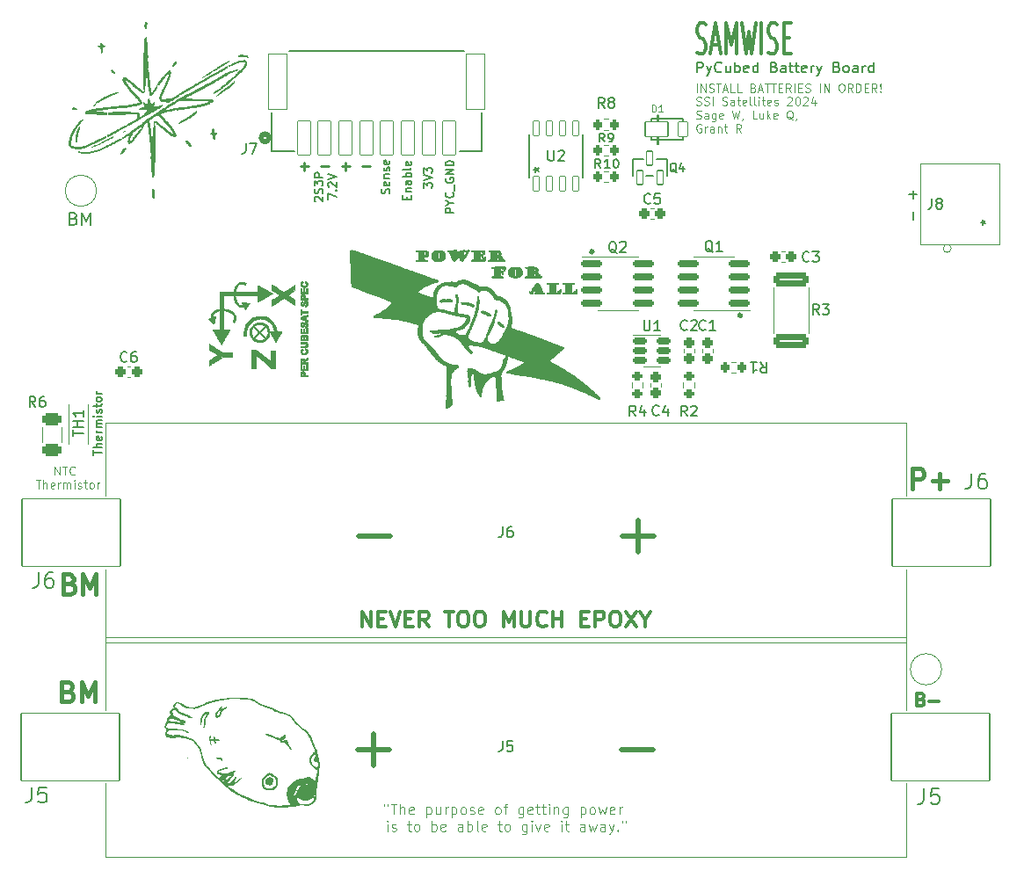
<source format=gto>
%TF.GenerationSoftware,KiCad,Pcbnew,7.0.2-0*%
%TF.CreationDate,2024-05-07T22:45:00-07:00*%
%TF.ProjectId,batteryboard,62617474-6572-4796-926f-6172642e6b69,v2B*%
%TF.SameCoordinates,Original*%
%TF.FileFunction,Legend,Top*%
%TF.FilePolarity,Positive*%
%FSLAX46Y46*%
G04 Gerber Fmt 4.6, Leading zero omitted, Abs format (unit mm)*
G04 Created by KiCad (PCBNEW 7.0.2-0) date 2024-05-07 22:45:00*
%MOMM*%
%LPD*%
G01*
G04 APERTURE LIST*
G04 Aperture macros list*
%AMRoundRect*
0 Rectangle with rounded corners*
0 $1 Rounding radius*
0 $2 $3 $4 $5 $6 $7 $8 $9 X,Y pos of 4 corners*
0 Add a 4 corners polygon primitive as box body*
4,1,4,$2,$3,$4,$5,$6,$7,$8,$9,$2,$3,0*
0 Add four circle primitives for the rounded corners*
1,1,$1+$1,$2,$3*
1,1,$1+$1,$4,$5*
1,1,$1+$1,$6,$7*
1,1,$1+$1,$8,$9*
0 Add four rect primitives between the rounded corners*
20,1,$1+$1,$2,$3,$4,$5,0*
20,1,$1+$1,$4,$5,$6,$7,0*
20,1,$1+$1,$6,$7,$8,$9,0*
20,1,$1+$1,$8,$9,$2,$3,0*%
G04 Aperture macros list end*
%ADD10C,0.400000*%
%ADD11C,0.381000*%
%ADD12C,0.300000*%
%ADD13C,0.100000*%
%ADD14C,0.175000*%
%ADD15C,0.150000*%
%ADD16C,0.200000*%
%ADD17C,0.250000*%
%ADD18C,0.500000*%
%ADD19C,0.053200*%
%ADD20C,0.154432*%
%ADD21C,0.508000*%
%ADD22C,0.152400*%
%ADD23C,0.120000*%
%ADD24C,0.010000*%
%ADD25C,0.127000*%
%ADD26RoundRect,0.050800X0.622300X1.625600X-0.622300X1.625600X-0.622300X-1.625600X0.622300X-1.625600X0*%
%ADD27RoundRect,0.050800X0.876300X2.679700X-0.876300X2.679700X-0.876300X-2.679700X0.876300X-2.679700X0*%
%ADD28C,3.708400*%
%ADD29C,2.641600*%
%ADD30RoundRect,0.050800X4.733800X3.238500X-4.733800X3.238500X-4.733800X-3.238500X4.733800X-3.238500X0*%
%ADD31RoundRect,0.200800X-0.512500X-0.150000X0.512500X-0.150000X0.512500X0.150000X-0.512500X0.150000X0*%
%ADD32RoundRect,0.050800X-4.733800X-3.238500X4.733800X-3.238500X4.733800X3.238500X-4.733800X3.238500X0*%
%ADD33RoundRect,0.275800X-0.250000X0.225000X-0.250000X-0.225000X0.250000X-0.225000X0.250000X0.225000X0*%
%ADD34RoundRect,0.275800X0.225000X0.250000X-0.225000X0.250000X-0.225000X-0.250000X0.225000X-0.250000X0*%
%ADD35RoundRect,0.250800X0.200000X0.275000X-0.200000X0.275000X-0.200000X-0.275000X0.200000X-0.275000X0*%
%ADD36RoundRect,0.250800X0.275000X-0.200000X0.275000X0.200000X-0.275000X0.200000X-0.275000X-0.200000X0*%
%ADD37RoundRect,0.200800X-0.825000X-0.150000X0.825000X-0.150000X0.825000X0.150000X-0.825000X0.150000X0*%
%ADD38RoundRect,0.200800X0.825000X0.150000X-0.825000X0.150000X-0.825000X-0.150000X0.825000X-0.150000X0*%
%ADD39RoundRect,0.250800X-0.275000X0.200000X-0.275000X-0.200000X0.275000X-0.200000X0.275000X0.200000X0*%
%ADD40RoundRect,0.300800X1.425000X-0.362500X1.425000X0.362500X-1.425000X0.362500X-1.425000X-0.362500X0*%
%ADD41C,2.101600*%
%ADD42C,4.601600*%
%ADD43C,1.701800*%
%ADD44RoundRect,0.300800X-0.625000X0.312500X-0.625000X-0.312500X0.625000X-0.312500X0.625000X0.312500X0*%
%ADD45C,1.501600*%
%ADD46O,1.501600X1.501600*%
%ADD47RoundRect,0.250800X-0.200000X-0.275000X0.200000X-0.275000X0.200000X0.275000X-0.200000X0.275000X0*%
%ADD48RoundRect,0.063500X-0.450000X-0.700000X0.450000X-0.700000X0.450000X0.700000X-0.450000X0.700000X0*%
%ADD49RoundRect,0.063500X-1.100000X-0.700000X1.100000X-0.700000X1.100000X0.700000X-1.100000X0.700000X0*%
%ADD50RoundRect,0.063500X-0.279400X-0.660400X0.279400X-0.660400X0.279400X0.660400X-0.279400X0.660400X0*%
%ADD51RoundRect,0.275800X-0.225000X-0.250000X0.225000X-0.250000X0.225000X0.250000X-0.225000X0.250000X0*%
%ADD52RoundRect,0.050800X0.279400X-0.711200X0.279400X0.711200X-0.279400X0.711200X-0.279400X-0.711200X0*%
G04 APERTURE END LIST*
D10*
X123752922Y-88290400D02*
G75*
G03*
X123752922Y-88290400I-80322J0D01*
G01*
X109478122Y-82169000D02*
G75*
G03*
X109478122Y-82169000I-80322J0D01*
G01*
D11*
X58978800Y-124514332D02*
X59250943Y-124605046D01*
X59250943Y-124605046D02*
X59341657Y-124695760D01*
X59341657Y-124695760D02*
X59432371Y-124877189D01*
X59432371Y-124877189D02*
X59432371Y-125149332D01*
X59432371Y-125149332D02*
X59341657Y-125330760D01*
X59341657Y-125330760D02*
X59250943Y-125421475D01*
X59250943Y-125421475D02*
X59069514Y-125512189D01*
X59069514Y-125512189D02*
X58343800Y-125512189D01*
X58343800Y-125512189D02*
X58343800Y-123607189D01*
X58343800Y-123607189D02*
X58978800Y-123607189D01*
X58978800Y-123607189D02*
X59160229Y-123697903D01*
X59160229Y-123697903D02*
X59250943Y-123788617D01*
X59250943Y-123788617D02*
X59341657Y-123970046D01*
X59341657Y-123970046D02*
X59341657Y-124151475D01*
X59341657Y-124151475D02*
X59250943Y-124332903D01*
X59250943Y-124332903D02*
X59160229Y-124423617D01*
X59160229Y-124423617D02*
X58978800Y-124514332D01*
X58978800Y-124514332D02*
X58343800Y-124514332D01*
X60248800Y-125512189D02*
X60248800Y-123607189D01*
X60248800Y-123607189D02*
X60883800Y-124967903D01*
X60883800Y-124967903D02*
X61518800Y-123607189D01*
X61518800Y-123607189D02*
X61518800Y-125512189D01*
D12*
X141121957Y-125268671D02*
X141293385Y-125325814D01*
X141293385Y-125325814D02*
X141350528Y-125382957D01*
X141350528Y-125382957D02*
X141407671Y-125497242D01*
X141407671Y-125497242D02*
X141407671Y-125668671D01*
X141407671Y-125668671D02*
X141350528Y-125782957D01*
X141350528Y-125782957D02*
X141293385Y-125840100D01*
X141293385Y-125840100D02*
X141179100Y-125897242D01*
X141179100Y-125897242D02*
X140721957Y-125897242D01*
X140721957Y-125897242D02*
X140721957Y-124697242D01*
X140721957Y-124697242D02*
X141121957Y-124697242D01*
X141121957Y-124697242D02*
X141236243Y-124754385D01*
X141236243Y-124754385D02*
X141293385Y-124811528D01*
X141293385Y-124811528D02*
X141350528Y-124925814D01*
X141350528Y-124925814D02*
X141350528Y-125040100D01*
X141350528Y-125040100D02*
X141293385Y-125154385D01*
X141293385Y-125154385D02*
X141236243Y-125211528D01*
X141236243Y-125211528D02*
X141121957Y-125268671D01*
X141121957Y-125268671D02*
X140721957Y-125268671D01*
X141921957Y-125440100D02*
X142836243Y-125440100D01*
D11*
X140295086Y-104983189D02*
X140295086Y-103078189D01*
X140295086Y-103078189D02*
X141020800Y-103078189D01*
X141020800Y-103078189D02*
X141202229Y-103168903D01*
X141202229Y-103168903D02*
X141292943Y-103259617D01*
X141292943Y-103259617D02*
X141383657Y-103441046D01*
X141383657Y-103441046D02*
X141383657Y-103713189D01*
X141383657Y-103713189D02*
X141292943Y-103894617D01*
X141292943Y-103894617D02*
X141202229Y-103985332D01*
X141202229Y-103985332D02*
X141020800Y-104076046D01*
X141020800Y-104076046D02*
X140295086Y-104076046D01*
X142200086Y-104257475D02*
X143651515Y-104257475D01*
X142925800Y-104983189D02*
X142925800Y-103531760D01*
D13*
X57686205Y-103677395D02*
X57686205Y-102877395D01*
X57686205Y-102877395D02*
X58143348Y-103677395D01*
X58143348Y-103677395D02*
X58143348Y-102877395D01*
X58410014Y-102877395D02*
X58867157Y-102877395D01*
X58638585Y-103677395D02*
X58638585Y-102877395D01*
X59590967Y-103601204D02*
X59552871Y-103639300D01*
X59552871Y-103639300D02*
X59438586Y-103677395D01*
X59438586Y-103677395D02*
X59362395Y-103677395D01*
X59362395Y-103677395D02*
X59248109Y-103639300D01*
X59248109Y-103639300D02*
X59171919Y-103563109D01*
X59171919Y-103563109D02*
X59133824Y-103486919D01*
X59133824Y-103486919D02*
X59095728Y-103334538D01*
X59095728Y-103334538D02*
X59095728Y-103220252D01*
X59095728Y-103220252D02*
X59133824Y-103067871D01*
X59133824Y-103067871D02*
X59171919Y-102991680D01*
X59171919Y-102991680D02*
X59248109Y-102915490D01*
X59248109Y-102915490D02*
X59362395Y-102877395D01*
X59362395Y-102877395D02*
X59438586Y-102877395D01*
X59438586Y-102877395D02*
X59552871Y-102915490D01*
X59552871Y-102915490D02*
X59590967Y-102953585D01*
X55857633Y-104173395D02*
X56314776Y-104173395D01*
X56086204Y-104973395D02*
X56086204Y-104173395D01*
X56581443Y-104973395D02*
X56581443Y-104173395D01*
X56924300Y-104973395D02*
X56924300Y-104554347D01*
X56924300Y-104554347D02*
X56886205Y-104478157D01*
X56886205Y-104478157D02*
X56810014Y-104440061D01*
X56810014Y-104440061D02*
X56695728Y-104440061D01*
X56695728Y-104440061D02*
X56619538Y-104478157D01*
X56619538Y-104478157D02*
X56581443Y-104516252D01*
X57610015Y-104935300D02*
X57533824Y-104973395D01*
X57533824Y-104973395D02*
X57381443Y-104973395D01*
X57381443Y-104973395D02*
X57305253Y-104935300D01*
X57305253Y-104935300D02*
X57267157Y-104859109D01*
X57267157Y-104859109D02*
X57267157Y-104554347D01*
X57267157Y-104554347D02*
X57305253Y-104478157D01*
X57305253Y-104478157D02*
X57381443Y-104440061D01*
X57381443Y-104440061D02*
X57533824Y-104440061D01*
X57533824Y-104440061D02*
X57610015Y-104478157D01*
X57610015Y-104478157D02*
X57648110Y-104554347D01*
X57648110Y-104554347D02*
X57648110Y-104630538D01*
X57648110Y-104630538D02*
X57267157Y-104706728D01*
X57990967Y-104973395D02*
X57990967Y-104440061D01*
X57990967Y-104592442D02*
X58029062Y-104516252D01*
X58029062Y-104516252D02*
X58067157Y-104478157D01*
X58067157Y-104478157D02*
X58143348Y-104440061D01*
X58143348Y-104440061D02*
X58219538Y-104440061D01*
X58486205Y-104973395D02*
X58486205Y-104440061D01*
X58486205Y-104516252D02*
X58524300Y-104478157D01*
X58524300Y-104478157D02*
X58600490Y-104440061D01*
X58600490Y-104440061D02*
X58714776Y-104440061D01*
X58714776Y-104440061D02*
X58790967Y-104478157D01*
X58790967Y-104478157D02*
X58829062Y-104554347D01*
X58829062Y-104554347D02*
X58829062Y-104973395D01*
X58829062Y-104554347D02*
X58867157Y-104478157D01*
X58867157Y-104478157D02*
X58943348Y-104440061D01*
X58943348Y-104440061D02*
X59057633Y-104440061D01*
X59057633Y-104440061D02*
X59133824Y-104478157D01*
X59133824Y-104478157D02*
X59171919Y-104554347D01*
X59171919Y-104554347D02*
X59171919Y-104973395D01*
X59552872Y-104973395D02*
X59552872Y-104440061D01*
X59552872Y-104173395D02*
X59514776Y-104211490D01*
X59514776Y-104211490D02*
X59552872Y-104249585D01*
X59552872Y-104249585D02*
X59590967Y-104211490D01*
X59590967Y-104211490D02*
X59552872Y-104173395D01*
X59552872Y-104173395D02*
X59552872Y-104249585D01*
X59895728Y-104935300D02*
X59971919Y-104973395D01*
X59971919Y-104973395D02*
X60124300Y-104973395D01*
X60124300Y-104973395D02*
X60200490Y-104935300D01*
X60200490Y-104935300D02*
X60238586Y-104859109D01*
X60238586Y-104859109D02*
X60238586Y-104821014D01*
X60238586Y-104821014D02*
X60200490Y-104744823D01*
X60200490Y-104744823D02*
X60124300Y-104706728D01*
X60124300Y-104706728D02*
X60010014Y-104706728D01*
X60010014Y-104706728D02*
X59933824Y-104668633D01*
X59933824Y-104668633D02*
X59895728Y-104592442D01*
X59895728Y-104592442D02*
X59895728Y-104554347D01*
X59895728Y-104554347D02*
X59933824Y-104478157D01*
X59933824Y-104478157D02*
X60010014Y-104440061D01*
X60010014Y-104440061D02*
X60124300Y-104440061D01*
X60124300Y-104440061D02*
X60200490Y-104478157D01*
X60467157Y-104440061D02*
X60771919Y-104440061D01*
X60581443Y-104173395D02*
X60581443Y-104859109D01*
X60581443Y-104859109D02*
X60619538Y-104935300D01*
X60619538Y-104935300D02*
X60695728Y-104973395D01*
X60695728Y-104973395D02*
X60771919Y-104973395D01*
X61152871Y-104973395D02*
X61076681Y-104935300D01*
X61076681Y-104935300D02*
X61038586Y-104897204D01*
X61038586Y-104897204D02*
X61000490Y-104821014D01*
X61000490Y-104821014D02*
X61000490Y-104592442D01*
X61000490Y-104592442D02*
X61038586Y-104516252D01*
X61038586Y-104516252D02*
X61076681Y-104478157D01*
X61076681Y-104478157D02*
X61152871Y-104440061D01*
X61152871Y-104440061D02*
X61267157Y-104440061D01*
X61267157Y-104440061D02*
X61343348Y-104478157D01*
X61343348Y-104478157D02*
X61381443Y-104516252D01*
X61381443Y-104516252D02*
X61419538Y-104592442D01*
X61419538Y-104592442D02*
X61419538Y-104821014D01*
X61419538Y-104821014D02*
X61381443Y-104897204D01*
X61381443Y-104897204D02*
X61343348Y-104935300D01*
X61343348Y-104935300D02*
X61267157Y-104973395D01*
X61267157Y-104973395D02*
X61152871Y-104973395D01*
X61762396Y-104973395D02*
X61762396Y-104440061D01*
X61762396Y-104592442D02*
X61800491Y-104516252D01*
X61800491Y-104516252D02*
X61838586Y-104478157D01*
X61838586Y-104478157D02*
X61914777Y-104440061D01*
X61914777Y-104440061D02*
X61990967Y-104440061D01*
D14*
X82763785Y-77304176D02*
X82725690Y-77266080D01*
X82725690Y-77266080D02*
X82687595Y-77189890D01*
X82687595Y-77189890D02*
X82687595Y-76999414D01*
X82687595Y-76999414D02*
X82725690Y-76923223D01*
X82725690Y-76923223D02*
X82763785Y-76885128D01*
X82763785Y-76885128D02*
X82839976Y-76847033D01*
X82839976Y-76847033D02*
X82916166Y-76847033D01*
X82916166Y-76847033D02*
X83030452Y-76885128D01*
X83030452Y-76885128D02*
X83487595Y-77342271D01*
X83487595Y-77342271D02*
X83487595Y-76847033D01*
X83449500Y-76542271D02*
X83487595Y-76427985D01*
X83487595Y-76427985D02*
X83487595Y-76237509D01*
X83487595Y-76237509D02*
X83449500Y-76161318D01*
X83449500Y-76161318D02*
X83411404Y-76123223D01*
X83411404Y-76123223D02*
X83335214Y-76085128D01*
X83335214Y-76085128D02*
X83259023Y-76085128D01*
X83259023Y-76085128D02*
X83182833Y-76123223D01*
X83182833Y-76123223D02*
X83144738Y-76161318D01*
X83144738Y-76161318D02*
X83106642Y-76237509D01*
X83106642Y-76237509D02*
X83068547Y-76389890D01*
X83068547Y-76389890D02*
X83030452Y-76466080D01*
X83030452Y-76466080D02*
X82992357Y-76504175D01*
X82992357Y-76504175D02*
X82916166Y-76542271D01*
X82916166Y-76542271D02*
X82839976Y-76542271D01*
X82839976Y-76542271D02*
X82763785Y-76504175D01*
X82763785Y-76504175D02*
X82725690Y-76466080D01*
X82725690Y-76466080D02*
X82687595Y-76389890D01*
X82687595Y-76389890D02*
X82687595Y-76199413D01*
X82687595Y-76199413D02*
X82725690Y-76085128D01*
X82687595Y-75818461D02*
X82687595Y-75323223D01*
X82687595Y-75323223D02*
X82992357Y-75589889D01*
X82992357Y-75589889D02*
X82992357Y-75475604D01*
X82992357Y-75475604D02*
X83030452Y-75399413D01*
X83030452Y-75399413D02*
X83068547Y-75361318D01*
X83068547Y-75361318D02*
X83144738Y-75323223D01*
X83144738Y-75323223D02*
X83335214Y-75323223D01*
X83335214Y-75323223D02*
X83411404Y-75361318D01*
X83411404Y-75361318D02*
X83449500Y-75399413D01*
X83449500Y-75399413D02*
X83487595Y-75475604D01*
X83487595Y-75475604D02*
X83487595Y-75704175D01*
X83487595Y-75704175D02*
X83449500Y-75780366D01*
X83449500Y-75780366D02*
X83411404Y-75818461D01*
X83487595Y-74980365D02*
X82687595Y-74980365D01*
X82687595Y-74980365D02*
X82687595Y-74675603D01*
X82687595Y-74675603D02*
X82725690Y-74599413D01*
X82725690Y-74599413D02*
X82763785Y-74561318D01*
X82763785Y-74561318D02*
X82839976Y-74523222D01*
X82839976Y-74523222D02*
X82954261Y-74523222D01*
X82954261Y-74523222D02*
X83030452Y-74561318D01*
X83030452Y-74561318D02*
X83068547Y-74599413D01*
X83068547Y-74599413D02*
X83106642Y-74675603D01*
X83106642Y-74675603D02*
X83106642Y-74980365D01*
X83983595Y-77094652D02*
X83983595Y-76561318D01*
X83983595Y-76561318D02*
X84783595Y-76904176D01*
X84707404Y-76256556D02*
X84745500Y-76218461D01*
X84745500Y-76218461D02*
X84783595Y-76256556D01*
X84783595Y-76256556D02*
X84745500Y-76294652D01*
X84745500Y-76294652D02*
X84707404Y-76256556D01*
X84707404Y-76256556D02*
X84783595Y-76256556D01*
X84059785Y-75913700D02*
X84021690Y-75875604D01*
X84021690Y-75875604D02*
X83983595Y-75799414D01*
X83983595Y-75799414D02*
X83983595Y-75608938D01*
X83983595Y-75608938D02*
X84021690Y-75532747D01*
X84021690Y-75532747D02*
X84059785Y-75494652D01*
X84059785Y-75494652D02*
X84135976Y-75456557D01*
X84135976Y-75456557D02*
X84212166Y-75456557D01*
X84212166Y-75456557D02*
X84326452Y-75494652D01*
X84326452Y-75494652D02*
X84783595Y-75951795D01*
X84783595Y-75951795D02*
X84783595Y-75456557D01*
X83983595Y-75227985D02*
X84783595Y-74961318D01*
X84783595Y-74961318D02*
X83983595Y-74694652D01*
D15*
X140336766Y-79047251D02*
X140336766Y-78285347D01*
X140336766Y-77047251D02*
X140336766Y-76285347D01*
X140717719Y-76666299D02*
X139955814Y-76666299D01*
D13*
X119515976Y-66770595D02*
X119515976Y-65970595D01*
X119896928Y-66770595D02*
X119896928Y-65970595D01*
X119896928Y-65970595D02*
X120354071Y-66770595D01*
X120354071Y-66770595D02*
X120354071Y-65970595D01*
X120696927Y-66732500D02*
X120811213Y-66770595D01*
X120811213Y-66770595D02*
X121001689Y-66770595D01*
X121001689Y-66770595D02*
X121077880Y-66732500D01*
X121077880Y-66732500D02*
X121115975Y-66694404D01*
X121115975Y-66694404D02*
X121154070Y-66618214D01*
X121154070Y-66618214D02*
X121154070Y-66542023D01*
X121154070Y-66542023D02*
X121115975Y-66465833D01*
X121115975Y-66465833D02*
X121077880Y-66427738D01*
X121077880Y-66427738D02*
X121001689Y-66389642D01*
X121001689Y-66389642D02*
X120849308Y-66351547D01*
X120849308Y-66351547D02*
X120773118Y-66313452D01*
X120773118Y-66313452D02*
X120735023Y-66275357D01*
X120735023Y-66275357D02*
X120696927Y-66199166D01*
X120696927Y-66199166D02*
X120696927Y-66122976D01*
X120696927Y-66122976D02*
X120735023Y-66046785D01*
X120735023Y-66046785D02*
X120773118Y-66008690D01*
X120773118Y-66008690D02*
X120849308Y-65970595D01*
X120849308Y-65970595D02*
X121039785Y-65970595D01*
X121039785Y-65970595D02*
X121154070Y-66008690D01*
X121382642Y-65970595D02*
X121839785Y-65970595D01*
X121611213Y-66770595D02*
X121611213Y-65970595D01*
X122068356Y-66542023D02*
X122449309Y-66542023D01*
X121992166Y-66770595D02*
X122258833Y-65970595D01*
X122258833Y-65970595D02*
X122525499Y-66770595D01*
X123173118Y-66770595D02*
X122792166Y-66770595D01*
X122792166Y-66770595D02*
X122792166Y-65970595D01*
X123820737Y-66770595D02*
X123439785Y-66770595D01*
X123439785Y-66770595D02*
X123439785Y-65970595D01*
X124963594Y-66351547D02*
X125077880Y-66389642D01*
X125077880Y-66389642D02*
X125115975Y-66427738D01*
X125115975Y-66427738D02*
X125154071Y-66503928D01*
X125154071Y-66503928D02*
X125154071Y-66618214D01*
X125154071Y-66618214D02*
X125115975Y-66694404D01*
X125115975Y-66694404D02*
X125077880Y-66732500D01*
X125077880Y-66732500D02*
X125001690Y-66770595D01*
X125001690Y-66770595D02*
X124696928Y-66770595D01*
X124696928Y-66770595D02*
X124696928Y-65970595D01*
X124696928Y-65970595D02*
X124963594Y-65970595D01*
X124963594Y-65970595D02*
X125039785Y-66008690D01*
X125039785Y-66008690D02*
X125077880Y-66046785D01*
X125077880Y-66046785D02*
X125115975Y-66122976D01*
X125115975Y-66122976D02*
X125115975Y-66199166D01*
X125115975Y-66199166D02*
X125077880Y-66275357D01*
X125077880Y-66275357D02*
X125039785Y-66313452D01*
X125039785Y-66313452D02*
X124963594Y-66351547D01*
X124963594Y-66351547D02*
X124696928Y-66351547D01*
X125458832Y-66542023D02*
X125839785Y-66542023D01*
X125382642Y-66770595D02*
X125649309Y-65970595D01*
X125649309Y-65970595D02*
X125915975Y-66770595D01*
X126068356Y-65970595D02*
X126525499Y-65970595D01*
X126296927Y-66770595D02*
X126296927Y-65970595D01*
X126677880Y-65970595D02*
X127135023Y-65970595D01*
X126906451Y-66770595D02*
X126906451Y-65970595D01*
X127401690Y-66351547D02*
X127668356Y-66351547D01*
X127782642Y-66770595D02*
X127401690Y-66770595D01*
X127401690Y-66770595D02*
X127401690Y-65970595D01*
X127401690Y-65970595D02*
X127782642Y-65970595D01*
X128582643Y-66770595D02*
X128315976Y-66389642D01*
X128125500Y-66770595D02*
X128125500Y-65970595D01*
X128125500Y-65970595D02*
X128430262Y-65970595D01*
X128430262Y-65970595D02*
X128506452Y-66008690D01*
X128506452Y-66008690D02*
X128544547Y-66046785D01*
X128544547Y-66046785D02*
X128582643Y-66122976D01*
X128582643Y-66122976D02*
X128582643Y-66237261D01*
X128582643Y-66237261D02*
X128544547Y-66313452D01*
X128544547Y-66313452D02*
X128506452Y-66351547D01*
X128506452Y-66351547D02*
X128430262Y-66389642D01*
X128430262Y-66389642D02*
X128125500Y-66389642D01*
X128925500Y-66770595D02*
X128925500Y-65970595D01*
X129306452Y-66351547D02*
X129573118Y-66351547D01*
X129687404Y-66770595D02*
X129306452Y-66770595D01*
X129306452Y-66770595D02*
X129306452Y-65970595D01*
X129306452Y-65970595D02*
X129687404Y-65970595D01*
X129992166Y-66732500D02*
X130106452Y-66770595D01*
X130106452Y-66770595D02*
X130296928Y-66770595D01*
X130296928Y-66770595D02*
X130373119Y-66732500D01*
X130373119Y-66732500D02*
X130411214Y-66694404D01*
X130411214Y-66694404D02*
X130449309Y-66618214D01*
X130449309Y-66618214D02*
X130449309Y-66542023D01*
X130449309Y-66542023D02*
X130411214Y-66465833D01*
X130411214Y-66465833D02*
X130373119Y-66427738D01*
X130373119Y-66427738D02*
X130296928Y-66389642D01*
X130296928Y-66389642D02*
X130144547Y-66351547D01*
X130144547Y-66351547D02*
X130068357Y-66313452D01*
X130068357Y-66313452D02*
X130030262Y-66275357D01*
X130030262Y-66275357D02*
X129992166Y-66199166D01*
X129992166Y-66199166D02*
X129992166Y-66122976D01*
X129992166Y-66122976D02*
X130030262Y-66046785D01*
X130030262Y-66046785D02*
X130068357Y-66008690D01*
X130068357Y-66008690D02*
X130144547Y-65970595D01*
X130144547Y-65970595D02*
X130335024Y-65970595D01*
X130335024Y-65970595D02*
X130449309Y-66008690D01*
X131401691Y-66770595D02*
X131401691Y-65970595D01*
X131782643Y-66770595D02*
X131782643Y-65970595D01*
X131782643Y-65970595D02*
X132239786Y-66770595D01*
X132239786Y-66770595D02*
X132239786Y-65970595D01*
X133382643Y-65970595D02*
X133535024Y-65970595D01*
X133535024Y-65970595D02*
X133611214Y-66008690D01*
X133611214Y-66008690D02*
X133687405Y-66084880D01*
X133687405Y-66084880D02*
X133725500Y-66237261D01*
X133725500Y-66237261D02*
X133725500Y-66503928D01*
X133725500Y-66503928D02*
X133687405Y-66656309D01*
X133687405Y-66656309D02*
X133611214Y-66732500D01*
X133611214Y-66732500D02*
X133535024Y-66770595D01*
X133535024Y-66770595D02*
X133382643Y-66770595D01*
X133382643Y-66770595D02*
X133306452Y-66732500D01*
X133306452Y-66732500D02*
X133230262Y-66656309D01*
X133230262Y-66656309D02*
X133192166Y-66503928D01*
X133192166Y-66503928D02*
X133192166Y-66237261D01*
X133192166Y-66237261D02*
X133230262Y-66084880D01*
X133230262Y-66084880D02*
X133306452Y-66008690D01*
X133306452Y-66008690D02*
X133382643Y-65970595D01*
X134525500Y-66770595D02*
X134258833Y-66389642D01*
X134068357Y-66770595D02*
X134068357Y-65970595D01*
X134068357Y-65970595D02*
X134373119Y-65970595D01*
X134373119Y-65970595D02*
X134449309Y-66008690D01*
X134449309Y-66008690D02*
X134487404Y-66046785D01*
X134487404Y-66046785D02*
X134525500Y-66122976D01*
X134525500Y-66122976D02*
X134525500Y-66237261D01*
X134525500Y-66237261D02*
X134487404Y-66313452D01*
X134487404Y-66313452D02*
X134449309Y-66351547D01*
X134449309Y-66351547D02*
X134373119Y-66389642D01*
X134373119Y-66389642D02*
X134068357Y-66389642D01*
X134868357Y-66770595D02*
X134868357Y-65970595D01*
X134868357Y-65970595D02*
X135058833Y-65970595D01*
X135058833Y-65970595D02*
X135173119Y-66008690D01*
X135173119Y-66008690D02*
X135249309Y-66084880D01*
X135249309Y-66084880D02*
X135287404Y-66161071D01*
X135287404Y-66161071D02*
X135325500Y-66313452D01*
X135325500Y-66313452D02*
X135325500Y-66427738D01*
X135325500Y-66427738D02*
X135287404Y-66580119D01*
X135287404Y-66580119D02*
X135249309Y-66656309D01*
X135249309Y-66656309D02*
X135173119Y-66732500D01*
X135173119Y-66732500D02*
X135058833Y-66770595D01*
X135058833Y-66770595D02*
X134868357Y-66770595D01*
X135668357Y-66351547D02*
X135935023Y-66351547D01*
X136049309Y-66770595D02*
X135668357Y-66770595D01*
X135668357Y-66770595D02*
X135668357Y-65970595D01*
X135668357Y-65970595D02*
X136049309Y-65970595D01*
X136849310Y-66770595D02*
X136582643Y-66389642D01*
X136392167Y-66770595D02*
X136392167Y-65970595D01*
X136392167Y-65970595D02*
X136696929Y-65970595D01*
X136696929Y-65970595D02*
X136773119Y-66008690D01*
X136773119Y-66008690D02*
X136811214Y-66046785D01*
X136811214Y-66046785D02*
X136849310Y-66122976D01*
X136849310Y-66122976D02*
X136849310Y-66237261D01*
X136849310Y-66237261D02*
X136811214Y-66313452D01*
X136811214Y-66313452D02*
X136773119Y-66351547D01*
X136773119Y-66351547D02*
X136696929Y-66389642D01*
X136696929Y-66389642D02*
X136392167Y-66389642D01*
X137192167Y-66694404D02*
X137230262Y-66732500D01*
X137230262Y-66732500D02*
X137192167Y-66770595D01*
X137192167Y-66770595D02*
X137154071Y-66732500D01*
X137154071Y-66732500D02*
X137192167Y-66694404D01*
X137192167Y-66694404D02*
X137192167Y-66770595D01*
X137192167Y-66465833D02*
X137154071Y-66008690D01*
X137154071Y-66008690D02*
X137192167Y-65970595D01*
X137192167Y-65970595D02*
X137230262Y-66008690D01*
X137230262Y-66008690D02*
X137192167Y-66465833D01*
X137192167Y-66465833D02*
X137192167Y-65970595D01*
X119477880Y-68028500D02*
X119592166Y-68066595D01*
X119592166Y-68066595D02*
X119782642Y-68066595D01*
X119782642Y-68066595D02*
X119858833Y-68028500D01*
X119858833Y-68028500D02*
X119896928Y-67990404D01*
X119896928Y-67990404D02*
X119935023Y-67914214D01*
X119935023Y-67914214D02*
X119935023Y-67838023D01*
X119935023Y-67838023D02*
X119896928Y-67761833D01*
X119896928Y-67761833D02*
X119858833Y-67723738D01*
X119858833Y-67723738D02*
X119782642Y-67685642D01*
X119782642Y-67685642D02*
X119630261Y-67647547D01*
X119630261Y-67647547D02*
X119554071Y-67609452D01*
X119554071Y-67609452D02*
X119515976Y-67571357D01*
X119515976Y-67571357D02*
X119477880Y-67495166D01*
X119477880Y-67495166D02*
X119477880Y-67418976D01*
X119477880Y-67418976D02*
X119515976Y-67342785D01*
X119515976Y-67342785D02*
X119554071Y-67304690D01*
X119554071Y-67304690D02*
X119630261Y-67266595D01*
X119630261Y-67266595D02*
X119820738Y-67266595D01*
X119820738Y-67266595D02*
X119935023Y-67304690D01*
X120239785Y-68028500D02*
X120354071Y-68066595D01*
X120354071Y-68066595D02*
X120544547Y-68066595D01*
X120544547Y-68066595D02*
X120620738Y-68028500D01*
X120620738Y-68028500D02*
X120658833Y-67990404D01*
X120658833Y-67990404D02*
X120696928Y-67914214D01*
X120696928Y-67914214D02*
X120696928Y-67838023D01*
X120696928Y-67838023D02*
X120658833Y-67761833D01*
X120658833Y-67761833D02*
X120620738Y-67723738D01*
X120620738Y-67723738D02*
X120544547Y-67685642D01*
X120544547Y-67685642D02*
X120392166Y-67647547D01*
X120392166Y-67647547D02*
X120315976Y-67609452D01*
X120315976Y-67609452D02*
X120277881Y-67571357D01*
X120277881Y-67571357D02*
X120239785Y-67495166D01*
X120239785Y-67495166D02*
X120239785Y-67418976D01*
X120239785Y-67418976D02*
X120277881Y-67342785D01*
X120277881Y-67342785D02*
X120315976Y-67304690D01*
X120315976Y-67304690D02*
X120392166Y-67266595D01*
X120392166Y-67266595D02*
X120582643Y-67266595D01*
X120582643Y-67266595D02*
X120696928Y-67304690D01*
X121039786Y-68066595D02*
X121039786Y-67266595D01*
X121992166Y-68028500D02*
X122106452Y-68066595D01*
X122106452Y-68066595D02*
X122296928Y-68066595D01*
X122296928Y-68066595D02*
X122373119Y-68028500D01*
X122373119Y-68028500D02*
X122411214Y-67990404D01*
X122411214Y-67990404D02*
X122449309Y-67914214D01*
X122449309Y-67914214D02*
X122449309Y-67838023D01*
X122449309Y-67838023D02*
X122411214Y-67761833D01*
X122411214Y-67761833D02*
X122373119Y-67723738D01*
X122373119Y-67723738D02*
X122296928Y-67685642D01*
X122296928Y-67685642D02*
X122144547Y-67647547D01*
X122144547Y-67647547D02*
X122068357Y-67609452D01*
X122068357Y-67609452D02*
X122030262Y-67571357D01*
X122030262Y-67571357D02*
X121992166Y-67495166D01*
X121992166Y-67495166D02*
X121992166Y-67418976D01*
X121992166Y-67418976D02*
X122030262Y-67342785D01*
X122030262Y-67342785D02*
X122068357Y-67304690D01*
X122068357Y-67304690D02*
X122144547Y-67266595D01*
X122144547Y-67266595D02*
X122335024Y-67266595D01*
X122335024Y-67266595D02*
X122449309Y-67304690D01*
X123135024Y-68066595D02*
X123135024Y-67647547D01*
X123135024Y-67647547D02*
X123096929Y-67571357D01*
X123096929Y-67571357D02*
X123020738Y-67533261D01*
X123020738Y-67533261D02*
X122868357Y-67533261D01*
X122868357Y-67533261D02*
X122792167Y-67571357D01*
X123135024Y-68028500D02*
X123058833Y-68066595D01*
X123058833Y-68066595D02*
X122868357Y-68066595D01*
X122868357Y-68066595D02*
X122792167Y-68028500D01*
X122792167Y-68028500D02*
X122754071Y-67952309D01*
X122754071Y-67952309D02*
X122754071Y-67876119D01*
X122754071Y-67876119D02*
X122792167Y-67799928D01*
X122792167Y-67799928D02*
X122868357Y-67761833D01*
X122868357Y-67761833D02*
X123058833Y-67761833D01*
X123058833Y-67761833D02*
X123135024Y-67723738D01*
X123401691Y-67533261D02*
X123706453Y-67533261D01*
X123515977Y-67266595D02*
X123515977Y-67952309D01*
X123515977Y-67952309D02*
X123554072Y-68028500D01*
X123554072Y-68028500D02*
X123630262Y-68066595D01*
X123630262Y-68066595D02*
X123706453Y-68066595D01*
X124277882Y-68028500D02*
X124201691Y-68066595D01*
X124201691Y-68066595D02*
X124049310Y-68066595D01*
X124049310Y-68066595D02*
X123973120Y-68028500D01*
X123973120Y-68028500D02*
X123935024Y-67952309D01*
X123935024Y-67952309D02*
X123935024Y-67647547D01*
X123935024Y-67647547D02*
X123973120Y-67571357D01*
X123973120Y-67571357D02*
X124049310Y-67533261D01*
X124049310Y-67533261D02*
X124201691Y-67533261D01*
X124201691Y-67533261D02*
X124277882Y-67571357D01*
X124277882Y-67571357D02*
X124315977Y-67647547D01*
X124315977Y-67647547D02*
X124315977Y-67723738D01*
X124315977Y-67723738D02*
X123935024Y-67799928D01*
X124773119Y-68066595D02*
X124696929Y-68028500D01*
X124696929Y-68028500D02*
X124658834Y-67952309D01*
X124658834Y-67952309D02*
X124658834Y-67266595D01*
X125192167Y-68066595D02*
X125115977Y-68028500D01*
X125115977Y-68028500D02*
X125077882Y-67952309D01*
X125077882Y-67952309D02*
X125077882Y-67266595D01*
X125496930Y-68066595D02*
X125496930Y-67533261D01*
X125496930Y-67266595D02*
X125458834Y-67304690D01*
X125458834Y-67304690D02*
X125496930Y-67342785D01*
X125496930Y-67342785D02*
X125535025Y-67304690D01*
X125535025Y-67304690D02*
X125496930Y-67266595D01*
X125496930Y-67266595D02*
X125496930Y-67342785D01*
X125763596Y-67533261D02*
X126068358Y-67533261D01*
X125877882Y-67266595D02*
X125877882Y-67952309D01*
X125877882Y-67952309D02*
X125915977Y-68028500D01*
X125915977Y-68028500D02*
X125992167Y-68066595D01*
X125992167Y-68066595D02*
X126068358Y-68066595D01*
X126639787Y-68028500D02*
X126563596Y-68066595D01*
X126563596Y-68066595D02*
X126411215Y-68066595D01*
X126411215Y-68066595D02*
X126335025Y-68028500D01*
X126335025Y-68028500D02*
X126296929Y-67952309D01*
X126296929Y-67952309D02*
X126296929Y-67647547D01*
X126296929Y-67647547D02*
X126335025Y-67571357D01*
X126335025Y-67571357D02*
X126411215Y-67533261D01*
X126411215Y-67533261D02*
X126563596Y-67533261D01*
X126563596Y-67533261D02*
X126639787Y-67571357D01*
X126639787Y-67571357D02*
X126677882Y-67647547D01*
X126677882Y-67647547D02*
X126677882Y-67723738D01*
X126677882Y-67723738D02*
X126296929Y-67799928D01*
X126982643Y-68028500D02*
X127058834Y-68066595D01*
X127058834Y-68066595D02*
X127211215Y-68066595D01*
X127211215Y-68066595D02*
X127287405Y-68028500D01*
X127287405Y-68028500D02*
X127325501Y-67952309D01*
X127325501Y-67952309D02*
X127325501Y-67914214D01*
X127325501Y-67914214D02*
X127287405Y-67838023D01*
X127287405Y-67838023D02*
X127211215Y-67799928D01*
X127211215Y-67799928D02*
X127096929Y-67799928D01*
X127096929Y-67799928D02*
X127020739Y-67761833D01*
X127020739Y-67761833D02*
X126982643Y-67685642D01*
X126982643Y-67685642D02*
X126982643Y-67647547D01*
X126982643Y-67647547D02*
X127020739Y-67571357D01*
X127020739Y-67571357D02*
X127096929Y-67533261D01*
X127096929Y-67533261D02*
X127211215Y-67533261D01*
X127211215Y-67533261D02*
X127287405Y-67571357D01*
X128239786Y-67342785D02*
X128277882Y-67304690D01*
X128277882Y-67304690D02*
X128354072Y-67266595D01*
X128354072Y-67266595D02*
X128544548Y-67266595D01*
X128544548Y-67266595D02*
X128620739Y-67304690D01*
X128620739Y-67304690D02*
X128658834Y-67342785D01*
X128658834Y-67342785D02*
X128696929Y-67418976D01*
X128696929Y-67418976D02*
X128696929Y-67495166D01*
X128696929Y-67495166D02*
X128658834Y-67609452D01*
X128658834Y-67609452D02*
X128201691Y-68066595D01*
X128201691Y-68066595D02*
X128696929Y-68066595D01*
X129192168Y-67266595D02*
X129268358Y-67266595D01*
X129268358Y-67266595D02*
X129344549Y-67304690D01*
X129344549Y-67304690D02*
X129382644Y-67342785D01*
X129382644Y-67342785D02*
X129420739Y-67418976D01*
X129420739Y-67418976D02*
X129458834Y-67571357D01*
X129458834Y-67571357D02*
X129458834Y-67761833D01*
X129458834Y-67761833D02*
X129420739Y-67914214D01*
X129420739Y-67914214D02*
X129382644Y-67990404D01*
X129382644Y-67990404D02*
X129344549Y-68028500D01*
X129344549Y-68028500D02*
X129268358Y-68066595D01*
X129268358Y-68066595D02*
X129192168Y-68066595D01*
X129192168Y-68066595D02*
X129115977Y-68028500D01*
X129115977Y-68028500D02*
X129077882Y-67990404D01*
X129077882Y-67990404D02*
X129039787Y-67914214D01*
X129039787Y-67914214D02*
X129001691Y-67761833D01*
X129001691Y-67761833D02*
X129001691Y-67571357D01*
X129001691Y-67571357D02*
X129039787Y-67418976D01*
X129039787Y-67418976D02*
X129077882Y-67342785D01*
X129077882Y-67342785D02*
X129115977Y-67304690D01*
X129115977Y-67304690D02*
X129192168Y-67266595D01*
X129763596Y-67342785D02*
X129801692Y-67304690D01*
X129801692Y-67304690D02*
X129877882Y-67266595D01*
X129877882Y-67266595D02*
X130068358Y-67266595D01*
X130068358Y-67266595D02*
X130144549Y-67304690D01*
X130144549Y-67304690D02*
X130182644Y-67342785D01*
X130182644Y-67342785D02*
X130220739Y-67418976D01*
X130220739Y-67418976D02*
X130220739Y-67495166D01*
X130220739Y-67495166D02*
X130182644Y-67609452D01*
X130182644Y-67609452D02*
X129725501Y-68066595D01*
X129725501Y-68066595D02*
X130220739Y-68066595D01*
X130906454Y-67533261D02*
X130906454Y-68066595D01*
X130715978Y-67228500D02*
X130525501Y-67799928D01*
X130525501Y-67799928D02*
X131020740Y-67799928D01*
X119477880Y-69324500D02*
X119592166Y-69362595D01*
X119592166Y-69362595D02*
X119782642Y-69362595D01*
X119782642Y-69362595D02*
X119858833Y-69324500D01*
X119858833Y-69324500D02*
X119896928Y-69286404D01*
X119896928Y-69286404D02*
X119935023Y-69210214D01*
X119935023Y-69210214D02*
X119935023Y-69134023D01*
X119935023Y-69134023D02*
X119896928Y-69057833D01*
X119896928Y-69057833D02*
X119858833Y-69019738D01*
X119858833Y-69019738D02*
X119782642Y-68981642D01*
X119782642Y-68981642D02*
X119630261Y-68943547D01*
X119630261Y-68943547D02*
X119554071Y-68905452D01*
X119554071Y-68905452D02*
X119515976Y-68867357D01*
X119515976Y-68867357D02*
X119477880Y-68791166D01*
X119477880Y-68791166D02*
X119477880Y-68714976D01*
X119477880Y-68714976D02*
X119515976Y-68638785D01*
X119515976Y-68638785D02*
X119554071Y-68600690D01*
X119554071Y-68600690D02*
X119630261Y-68562595D01*
X119630261Y-68562595D02*
X119820738Y-68562595D01*
X119820738Y-68562595D02*
X119935023Y-68600690D01*
X120620738Y-69362595D02*
X120620738Y-68943547D01*
X120620738Y-68943547D02*
X120582643Y-68867357D01*
X120582643Y-68867357D02*
X120506452Y-68829261D01*
X120506452Y-68829261D02*
X120354071Y-68829261D01*
X120354071Y-68829261D02*
X120277881Y-68867357D01*
X120620738Y-69324500D02*
X120544547Y-69362595D01*
X120544547Y-69362595D02*
X120354071Y-69362595D01*
X120354071Y-69362595D02*
X120277881Y-69324500D01*
X120277881Y-69324500D02*
X120239785Y-69248309D01*
X120239785Y-69248309D02*
X120239785Y-69172119D01*
X120239785Y-69172119D02*
X120277881Y-69095928D01*
X120277881Y-69095928D02*
X120354071Y-69057833D01*
X120354071Y-69057833D02*
X120544547Y-69057833D01*
X120544547Y-69057833D02*
X120620738Y-69019738D01*
X121344548Y-68829261D02*
X121344548Y-69476880D01*
X121344548Y-69476880D02*
X121306453Y-69553071D01*
X121306453Y-69553071D02*
X121268357Y-69591166D01*
X121268357Y-69591166D02*
X121192167Y-69629261D01*
X121192167Y-69629261D02*
X121077881Y-69629261D01*
X121077881Y-69629261D02*
X121001691Y-69591166D01*
X121344548Y-69324500D02*
X121268357Y-69362595D01*
X121268357Y-69362595D02*
X121115976Y-69362595D01*
X121115976Y-69362595D02*
X121039786Y-69324500D01*
X121039786Y-69324500D02*
X121001691Y-69286404D01*
X121001691Y-69286404D02*
X120963595Y-69210214D01*
X120963595Y-69210214D02*
X120963595Y-68981642D01*
X120963595Y-68981642D02*
X121001691Y-68905452D01*
X121001691Y-68905452D02*
X121039786Y-68867357D01*
X121039786Y-68867357D02*
X121115976Y-68829261D01*
X121115976Y-68829261D02*
X121268357Y-68829261D01*
X121268357Y-68829261D02*
X121344548Y-68867357D01*
X122030263Y-69324500D02*
X121954072Y-69362595D01*
X121954072Y-69362595D02*
X121801691Y-69362595D01*
X121801691Y-69362595D02*
X121725501Y-69324500D01*
X121725501Y-69324500D02*
X121687405Y-69248309D01*
X121687405Y-69248309D02*
X121687405Y-68943547D01*
X121687405Y-68943547D02*
X121725501Y-68867357D01*
X121725501Y-68867357D02*
X121801691Y-68829261D01*
X121801691Y-68829261D02*
X121954072Y-68829261D01*
X121954072Y-68829261D02*
X122030263Y-68867357D01*
X122030263Y-68867357D02*
X122068358Y-68943547D01*
X122068358Y-68943547D02*
X122068358Y-69019738D01*
X122068358Y-69019738D02*
X121687405Y-69095928D01*
X122944548Y-68562595D02*
X123135024Y-69362595D01*
X123135024Y-69362595D02*
X123287405Y-68791166D01*
X123287405Y-68791166D02*
X123439786Y-69362595D01*
X123439786Y-69362595D02*
X123630263Y-68562595D01*
X123973120Y-69324500D02*
X123973120Y-69362595D01*
X123973120Y-69362595D02*
X123935025Y-69438785D01*
X123935025Y-69438785D02*
X123896929Y-69476880D01*
X125306453Y-69362595D02*
X124925501Y-69362595D01*
X124925501Y-69362595D02*
X124925501Y-68562595D01*
X125915977Y-68829261D02*
X125915977Y-69362595D01*
X125573120Y-68829261D02*
X125573120Y-69248309D01*
X125573120Y-69248309D02*
X125611215Y-69324500D01*
X125611215Y-69324500D02*
X125687405Y-69362595D01*
X125687405Y-69362595D02*
X125801691Y-69362595D01*
X125801691Y-69362595D02*
X125877882Y-69324500D01*
X125877882Y-69324500D02*
X125915977Y-69286404D01*
X126296930Y-69362595D02*
X126296930Y-68562595D01*
X126373120Y-69057833D02*
X126601692Y-69362595D01*
X126601692Y-68829261D02*
X126296930Y-69134023D01*
X127249311Y-69324500D02*
X127173120Y-69362595D01*
X127173120Y-69362595D02*
X127020739Y-69362595D01*
X127020739Y-69362595D02*
X126944549Y-69324500D01*
X126944549Y-69324500D02*
X126906453Y-69248309D01*
X126906453Y-69248309D02*
X126906453Y-68943547D01*
X126906453Y-68943547D02*
X126944549Y-68867357D01*
X126944549Y-68867357D02*
X127020739Y-68829261D01*
X127020739Y-68829261D02*
X127173120Y-68829261D01*
X127173120Y-68829261D02*
X127249311Y-68867357D01*
X127249311Y-68867357D02*
X127287406Y-68943547D01*
X127287406Y-68943547D02*
X127287406Y-69019738D01*
X127287406Y-69019738D02*
X126906453Y-69095928D01*
X128773120Y-69438785D02*
X128696930Y-69400690D01*
X128696930Y-69400690D02*
X128620739Y-69324500D01*
X128620739Y-69324500D02*
X128506453Y-69210214D01*
X128506453Y-69210214D02*
X128430263Y-69172119D01*
X128430263Y-69172119D02*
X128354072Y-69172119D01*
X128392168Y-69362595D02*
X128315977Y-69324500D01*
X128315977Y-69324500D02*
X128239787Y-69248309D01*
X128239787Y-69248309D02*
X128201691Y-69095928D01*
X128201691Y-69095928D02*
X128201691Y-68829261D01*
X128201691Y-68829261D02*
X128239787Y-68676880D01*
X128239787Y-68676880D02*
X128315977Y-68600690D01*
X128315977Y-68600690D02*
X128392168Y-68562595D01*
X128392168Y-68562595D02*
X128544549Y-68562595D01*
X128544549Y-68562595D02*
X128620739Y-68600690D01*
X128620739Y-68600690D02*
X128696930Y-68676880D01*
X128696930Y-68676880D02*
X128735025Y-68829261D01*
X128735025Y-68829261D02*
X128735025Y-69095928D01*
X128735025Y-69095928D02*
X128696930Y-69248309D01*
X128696930Y-69248309D02*
X128620739Y-69324500D01*
X128620739Y-69324500D02*
X128544549Y-69362595D01*
X128544549Y-69362595D02*
X128392168Y-69362595D01*
X129115977Y-69324500D02*
X129115977Y-69362595D01*
X129115977Y-69362595D02*
X129077882Y-69438785D01*
X129077882Y-69438785D02*
X129039786Y-69476880D01*
X119935023Y-69896690D02*
X119858833Y-69858595D01*
X119858833Y-69858595D02*
X119744547Y-69858595D01*
X119744547Y-69858595D02*
X119630261Y-69896690D01*
X119630261Y-69896690D02*
X119554071Y-69972880D01*
X119554071Y-69972880D02*
X119515976Y-70049071D01*
X119515976Y-70049071D02*
X119477880Y-70201452D01*
X119477880Y-70201452D02*
X119477880Y-70315738D01*
X119477880Y-70315738D02*
X119515976Y-70468119D01*
X119515976Y-70468119D02*
X119554071Y-70544309D01*
X119554071Y-70544309D02*
X119630261Y-70620500D01*
X119630261Y-70620500D02*
X119744547Y-70658595D01*
X119744547Y-70658595D02*
X119820738Y-70658595D01*
X119820738Y-70658595D02*
X119935023Y-70620500D01*
X119935023Y-70620500D02*
X119973119Y-70582404D01*
X119973119Y-70582404D02*
X119973119Y-70315738D01*
X119973119Y-70315738D02*
X119820738Y-70315738D01*
X120315976Y-70658595D02*
X120315976Y-70125261D01*
X120315976Y-70277642D02*
X120354071Y-70201452D01*
X120354071Y-70201452D02*
X120392166Y-70163357D01*
X120392166Y-70163357D02*
X120468357Y-70125261D01*
X120468357Y-70125261D02*
X120544547Y-70125261D01*
X121154071Y-70658595D02*
X121154071Y-70239547D01*
X121154071Y-70239547D02*
X121115976Y-70163357D01*
X121115976Y-70163357D02*
X121039785Y-70125261D01*
X121039785Y-70125261D02*
X120887404Y-70125261D01*
X120887404Y-70125261D02*
X120811214Y-70163357D01*
X121154071Y-70620500D02*
X121077880Y-70658595D01*
X121077880Y-70658595D02*
X120887404Y-70658595D01*
X120887404Y-70658595D02*
X120811214Y-70620500D01*
X120811214Y-70620500D02*
X120773118Y-70544309D01*
X120773118Y-70544309D02*
X120773118Y-70468119D01*
X120773118Y-70468119D02*
X120811214Y-70391928D01*
X120811214Y-70391928D02*
X120887404Y-70353833D01*
X120887404Y-70353833D02*
X121077880Y-70353833D01*
X121077880Y-70353833D02*
X121154071Y-70315738D01*
X121535024Y-70125261D02*
X121535024Y-70658595D01*
X121535024Y-70201452D02*
X121573119Y-70163357D01*
X121573119Y-70163357D02*
X121649309Y-70125261D01*
X121649309Y-70125261D02*
X121763595Y-70125261D01*
X121763595Y-70125261D02*
X121839786Y-70163357D01*
X121839786Y-70163357D02*
X121877881Y-70239547D01*
X121877881Y-70239547D02*
X121877881Y-70658595D01*
X122144548Y-70125261D02*
X122449310Y-70125261D01*
X122258834Y-69858595D02*
X122258834Y-70544309D01*
X122258834Y-70544309D02*
X122296929Y-70620500D01*
X122296929Y-70620500D02*
X122373119Y-70658595D01*
X122373119Y-70658595D02*
X122449310Y-70658595D01*
X123782644Y-70658595D02*
X123515977Y-70277642D01*
X123325501Y-70658595D02*
X123325501Y-69858595D01*
X123325501Y-69858595D02*
X123630263Y-69858595D01*
X123630263Y-69858595D02*
X123706453Y-69896690D01*
X123706453Y-69896690D02*
X123744548Y-69934785D01*
X123744548Y-69934785D02*
X123782644Y-70010976D01*
X123782644Y-70010976D02*
X123782644Y-70125261D01*
X123782644Y-70125261D02*
X123744548Y-70201452D01*
X123744548Y-70201452D02*
X123706453Y-70239547D01*
X123706453Y-70239547D02*
X123630263Y-70277642D01*
X123630263Y-70277642D02*
X123325501Y-70277642D01*
D16*
X59492700Y-78964471D02*
X59664128Y-79021614D01*
X59664128Y-79021614D02*
X59721271Y-79078757D01*
X59721271Y-79078757D02*
X59778414Y-79193042D01*
X59778414Y-79193042D02*
X59778414Y-79364471D01*
X59778414Y-79364471D02*
X59721271Y-79478757D01*
X59721271Y-79478757D02*
X59664128Y-79535900D01*
X59664128Y-79535900D02*
X59549843Y-79593042D01*
X59549843Y-79593042D02*
X59092700Y-79593042D01*
X59092700Y-79593042D02*
X59092700Y-78393042D01*
X59092700Y-78393042D02*
X59492700Y-78393042D01*
X59492700Y-78393042D02*
X59606986Y-78450185D01*
X59606986Y-78450185D02*
X59664128Y-78507328D01*
X59664128Y-78507328D02*
X59721271Y-78621614D01*
X59721271Y-78621614D02*
X59721271Y-78735900D01*
X59721271Y-78735900D02*
X59664128Y-78850185D01*
X59664128Y-78850185D02*
X59606986Y-78907328D01*
X59606986Y-78907328D02*
X59492700Y-78964471D01*
X59492700Y-78964471D02*
X59092700Y-78964471D01*
X60292700Y-79593042D02*
X60292700Y-78393042D01*
X60292700Y-78393042D02*
X60692700Y-79250185D01*
X60692700Y-79250185D02*
X61092700Y-78393042D01*
X61092700Y-78393042D02*
X61092700Y-79593042D01*
D15*
X91590547Y-77113624D02*
X91590547Y-76846958D01*
X92009595Y-76732672D02*
X92009595Y-77113624D01*
X92009595Y-77113624D02*
X91209595Y-77113624D01*
X91209595Y-77113624D02*
X91209595Y-76732672D01*
X91476261Y-76389814D02*
X92009595Y-76389814D01*
X91552452Y-76389814D02*
X91514357Y-76351719D01*
X91514357Y-76351719D02*
X91476261Y-76275529D01*
X91476261Y-76275529D02*
X91476261Y-76161243D01*
X91476261Y-76161243D02*
X91514357Y-76085052D01*
X91514357Y-76085052D02*
X91590547Y-76046957D01*
X91590547Y-76046957D02*
X92009595Y-76046957D01*
X92009595Y-75323147D02*
X91590547Y-75323147D01*
X91590547Y-75323147D02*
X91514357Y-75361242D01*
X91514357Y-75361242D02*
X91476261Y-75437433D01*
X91476261Y-75437433D02*
X91476261Y-75589814D01*
X91476261Y-75589814D02*
X91514357Y-75666004D01*
X91971500Y-75323147D02*
X92009595Y-75399338D01*
X92009595Y-75399338D02*
X92009595Y-75589814D01*
X92009595Y-75589814D02*
X91971500Y-75666004D01*
X91971500Y-75666004D02*
X91895309Y-75704100D01*
X91895309Y-75704100D02*
X91819119Y-75704100D01*
X91819119Y-75704100D02*
X91742928Y-75666004D01*
X91742928Y-75666004D02*
X91704833Y-75589814D01*
X91704833Y-75589814D02*
X91704833Y-75399338D01*
X91704833Y-75399338D02*
X91666738Y-75323147D01*
X92009595Y-74942194D02*
X91209595Y-74942194D01*
X91514357Y-74942194D02*
X91476261Y-74866004D01*
X91476261Y-74866004D02*
X91476261Y-74713623D01*
X91476261Y-74713623D02*
X91514357Y-74637432D01*
X91514357Y-74637432D02*
X91552452Y-74599337D01*
X91552452Y-74599337D02*
X91628642Y-74561242D01*
X91628642Y-74561242D02*
X91857214Y-74561242D01*
X91857214Y-74561242D02*
X91933404Y-74599337D01*
X91933404Y-74599337D02*
X91971500Y-74637432D01*
X91971500Y-74637432D02*
X92009595Y-74713623D01*
X92009595Y-74713623D02*
X92009595Y-74866004D01*
X92009595Y-74866004D02*
X91971500Y-74942194D01*
X92009595Y-74104099D02*
X91971500Y-74180289D01*
X91971500Y-74180289D02*
X91895309Y-74218384D01*
X91895309Y-74218384D02*
X91209595Y-74218384D01*
X91971500Y-73494574D02*
X92009595Y-73570765D01*
X92009595Y-73570765D02*
X92009595Y-73723146D01*
X92009595Y-73723146D02*
X91971500Y-73799336D01*
X91971500Y-73799336D02*
X91895309Y-73837432D01*
X91895309Y-73837432D02*
X91590547Y-73837432D01*
X91590547Y-73837432D02*
X91514357Y-73799336D01*
X91514357Y-73799336D02*
X91476261Y-73723146D01*
X91476261Y-73723146D02*
X91476261Y-73570765D01*
X91476261Y-73570765D02*
X91514357Y-73494574D01*
X91514357Y-73494574D02*
X91590547Y-73456479D01*
X91590547Y-73456479D02*
X91666738Y-73456479D01*
X91666738Y-73456479D02*
X91742928Y-73837432D01*
X89888700Y-76548500D02*
X89926795Y-76434214D01*
X89926795Y-76434214D02*
X89926795Y-76243738D01*
X89926795Y-76243738D02*
X89888700Y-76167547D01*
X89888700Y-76167547D02*
X89850604Y-76129452D01*
X89850604Y-76129452D02*
X89774414Y-76091357D01*
X89774414Y-76091357D02*
X89698223Y-76091357D01*
X89698223Y-76091357D02*
X89622033Y-76129452D01*
X89622033Y-76129452D02*
X89583938Y-76167547D01*
X89583938Y-76167547D02*
X89545842Y-76243738D01*
X89545842Y-76243738D02*
X89507747Y-76396119D01*
X89507747Y-76396119D02*
X89469652Y-76472309D01*
X89469652Y-76472309D02*
X89431557Y-76510404D01*
X89431557Y-76510404D02*
X89355366Y-76548500D01*
X89355366Y-76548500D02*
X89279176Y-76548500D01*
X89279176Y-76548500D02*
X89202985Y-76510404D01*
X89202985Y-76510404D02*
X89164890Y-76472309D01*
X89164890Y-76472309D02*
X89126795Y-76396119D01*
X89126795Y-76396119D02*
X89126795Y-76205642D01*
X89126795Y-76205642D02*
X89164890Y-76091357D01*
X89888700Y-75443737D02*
X89926795Y-75519928D01*
X89926795Y-75519928D02*
X89926795Y-75672309D01*
X89926795Y-75672309D02*
X89888700Y-75748499D01*
X89888700Y-75748499D02*
X89812509Y-75786595D01*
X89812509Y-75786595D02*
X89507747Y-75786595D01*
X89507747Y-75786595D02*
X89431557Y-75748499D01*
X89431557Y-75748499D02*
X89393461Y-75672309D01*
X89393461Y-75672309D02*
X89393461Y-75519928D01*
X89393461Y-75519928D02*
X89431557Y-75443737D01*
X89431557Y-75443737D02*
X89507747Y-75405642D01*
X89507747Y-75405642D02*
X89583938Y-75405642D01*
X89583938Y-75405642D02*
X89660128Y-75786595D01*
X89393461Y-75062785D02*
X89926795Y-75062785D01*
X89469652Y-75062785D02*
X89431557Y-75024690D01*
X89431557Y-75024690D02*
X89393461Y-74948500D01*
X89393461Y-74948500D02*
X89393461Y-74834214D01*
X89393461Y-74834214D02*
X89431557Y-74758023D01*
X89431557Y-74758023D02*
X89507747Y-74719928D01*
X89507747Y-74719928D02*
X89926795Y-74719928D01*
X89888700Y-74377071D02*
X89926795Y-74300880D01*
X89926795Y-74300880D02*
X89926795Y-74148499D01*
X89926795Y-74148499D02*
X89888700Y-74072309D01*
X89888700Y-74072309D02*
X89812509Y-74034213D01*
X89812509Y-74034213D02*
X89774414Y-74034213D01*
X89774414Y-74034213D02*
X89698223Y-74072309D01*
X89698223Y-74072309D02*
X89660128Y-74148499D01*
X89660128Y-74148499D02*
X89660128Y-74262785D01*
X89660128Y-74262785D02*
X89622033Y-74338975D01*
X89622033Y-74338975D02*
X89545842Y-74377071D01*
X89545842Y-74377071D02*
X89507747Y-74377071D01*
X89507747Y-74377071D02*
X89431557Y-74338975D01*
X89431557Y-74338975D02*
X89393461Y-74262785D01*
X89393461Y-74262785D02*
X89393461Y-74148499D01*
X89393461Y-74148499D02*
X89431557Y-74072309D01*
X89888700Y-73386594D02*
X89926795Y-73462785D01*
X89926795Y-73462785D02*
X89926795Y-73615166D01*
X89926795Y-73615166D02*
X89888700Y-73691356D01*
X89888700Y-73691356D02*
X89812509Y-73729452D01*
X89812509Y-73729452D02*
X89507747Y-73729452D01*
X89507747Y-73729452D02*
X89431557Y-73691356D01*
X89431557Y-73691356D02*
X89393461Y-73615166D01*
X89393461Y-73615166D02*
X89393461Y-73462785D01*
X89393461Y-73462785D02*
X89431557Y-73386594D01*
X89431557Y-73386594D02*
X89507747Y-73348499D01*
X89507747Y-73348499D02*
X89583938Y-73348499D01*
X89583938Y-73348499D02*
X89660128Y-73729452D01*
X61406395Y-101732966D02*
X61406395Y-101275823D01*
X62206395Y-101504395D02*
X61406395Y-101504395D01*
X62206395Y-101009156D02*
X61406395Y-101009156D01*
X62206395Y-100666299D02*
X61787347Y-100666299D01*
X61787347Y-100666299D02*
X61711157Y-100704394D01*
X61711157Y-100704394D02*
X61673061Y-100780585D01*
X61673061Y-100780585D02*
X61673061Y-100894871D01*
X61673061Y-100894871D02*
X61711157Y-100971061D01*
X61711157Y-100971061D02*
X61749252Y-101009156D01*
X62168300Y-99980584D02*
X62206395Y-100056775D01*
X62206395Y-100056775D02*
X62206395Y-100209156D01*
X62206395Y-100209156D02*
X62168300Y-100285346D01*
X62168300Y-100285346D02*
X62092109Y-100323442D01*
X62092109Y-100323442D02*
X61787347Y-100323442D01*
X61787347Y-100323442D02*
X61711157Y-100285346D01*
X61711157Y-100285346D02*
X61673061Y-100209156D01*
X61673061Y-100209156D02*
X61673061Y-100056775D01*
X61673061Y-100056775D02*
X61711157Y-99980584D01*
X61711157Y-99980584D02*
X61787347Y-99942489D01*
X61787347Y-99942489D02*
X61863538Y-99942489D01*
X61863538Y-99942489D02*
X61939728Y-100323442D01*
X62206395Y-99599632D02*
X61673061Y-99599632D01*
X61825442Y-99599632D02*
X61749252Y-99561537D01*
X61749252Y-99561537D02*
X61711157Y-99523442D01*
X61711157Y-99523442D02*
X61673061Y-99447251D01*
X61673061Y-99447251D02*
X61673061Y-99371061D01*
X62206395Y-99104394D02*
X61673061Y-99104394D01*
X61749252Y-99104394D02*
X61711157Y-99066299D01*
X61711157Y-99066299D02*
X61673061Y-98990109D01*
X61673061Y-98990109D02*
X61673061Y-98875823D01*
X61673061Y-98875823D02*
X61711157Y-98799632D01*
X61711157Y-98799632D02*
X61787347Y-98761537D01*
X61787347Y-98761537D02*
X62206395Y-98761537D01*
X61787347Y-98761537D02*
X61711157Y-98723442D01*
X61711157Y-98723442D02*
X61673061Y-98647251D01*
X61673061Y-98647251D02*
X61673061Y-98532966D01*
X61673061Y-98532966D02*
X61711157Y-98456775D01*
X61711157Y-98456775D02*
X61787347Y-98418680D01*
X61787347Y-98418680D02*
X62206395Y-98418680D01*
X62206395Y-98037727D02*
X61673061Y-98037727D01*
X61406395Y-98037727D02*
X61444490Y-98075823D01*
X61444490Y-98075823D02*
X61482585Y-98037727D01*
X61482585Y-98037727D02*
X61444490Y-97999632D01*
X61444490Y-97999632D02*
X61406395Y-98037727D01*
X61406395Y-98037727D02*
X61482585Y-98037727D01*
X62168300Y-97694871D02*
X62206395Y-97618680D01*
X62206395Y-97618680D02*
X62206395Y-97466299D01*
X62206395Y-97466299D02*
X62168300Y-97390109D01*
X62168300Y-97390109D02*
X62092109Y-97352013D01*
X62092109Y-97352013D02*
X62054014Y-97352013D01*
X62054014Y-97352013D02*
X61977823Y-97390109D01*
X61977823Y-97390109D02*
X61939728Y-97466299D01*
X61939728Y-97466299D02*
X61939728Y-97580585D01*
X61939728Y-97580585D02*
X61901633Y-97656775D01*
X61901633Y-97656775D02*
X61825442Y-97694871D01*
X61825442Y-97694871D02*
X61787347Y-97694871D01*
X61787347Y-97694871D02*
X61711157Y-97656775D01*
X61711157Y-97656775D02*
X61673061Y-97580585D01*
X61673061Y-97580585D02*
X61673061Y-97466299D01*
X61673061Y-97466299D02*
X61711157Y-97390109D01*
X61673061Y-97123442D02*
X61673061Y-96818680D01*
X61406395Y-97009156D02*
X62092109Y-97009156D01*
X62092109Y-97009156D02*
X62168300Y-96971061D01*
X62168300Y-96971061D02*
X62206395Y-96894871D01*
X62206395Y-96894871D02*
X62206395Y-96818680D01*
X62206395Y-96437728D02*
X62168300Y-96513918D01*
X62168300Y-96513918D02*
X62130204Y-96552013D01*
X62130204Y-96552013D02*
X62054014Y-96590109D01*
X62054014Y-96590109D02*
X61825442Y-96590109D01*
X61825442Y-96590109D02*
X61749252Y-96552013D01*
X61749252Y-96552013D02*
X61711157Y-96513918D01*
X61711157Y-96513918D02*
X61673061Y-96437728D01*
X61673061Y-96437728D02*
X61673061Y-96323442D01*
X61673061Y-96323442D02*
X61711157Y-96247251D01*
X61711157Y-96247251D02*
X61749252Y-96209156D01*
X61749252Y-96209156D02*
X61825442Y-96171061D01*
X61825442Y-96171061D02*
X62054014Y-96171061D01*
X62054014Y-96171061D02*
X62130204Y-96209156D01*
X62130204Y-96209156D02*
X62168300Y-96247251D01*
X62168300Y-96247251D02*
X62206395Y-96323442D01*
X62206395Y-96323442D02*
X62206395Y-96437728D01*
X62206395Y-95828203D02*
X61673061Y-95828203D01*
X61825442Y-95828203D02*
X61749252Y-95790108D01*
X61749252Y-95790108D02*
X61711157Y-95752013D01*
X61711157Y-95752013D02*
X61673061Y-95675822D01*
X61673061Y-95675822D02*
X61673061Y-95599632D01*
D16*
X55417414Y-133742328D02*
X55417414Y-134813757D01*
X55417414Y-134813757D02*
X55345985Y-135028042D01*
X55345985Y-135028042D02*
X55203128Y-135170900D01*
X55203128Y-135170900D02*
X54988842Y-135242328D01*
X54988842Y-135242328D02*
X54845985Y-135242328D01*
X56845985Y-133742328D02*
X56131699Y-133742328D01*
X56131699Y-133742328D02*
X56060271Y-134456614D01*
X56060271Y-134456614D02*
X56131699Y-134385185D01*
X56131699Y-134385185D02*
X56274557Y-134313757D01*
X56274557Y-134313757D02*
X56631699Y-134313757D01*
X56631699Y-134313757D02*
X56774557Y-134385185D01*
X56774557Y-134385185D02*
X56845985Y-134456614D01*
X56845985Y-134456614D02*
X56917414Y-134599471D01*
X56917414Y-134599471D02*
X56917414Y-134956614D01*
X56917414Y-134956614D02*
X56845985Y-135099471D01*
X56845985Y-135099471D02*
X56774557Y-135170900D01*
X56774557Y-135170900D02*
X56631699Y-135242328D01*
X56631699Y-135242328D02*
X56274557Y-135242328D01*
X56274557Y-135242328D02*
X56131699Y-135170900D01*
X56131699Y-135170900D02*
X56060271Y-135099471D01*
X56080414Y-113045328D02*
X56080414Y-114116757D01*
X56080414Y-114116757D02*
X56008985Y-114331042D01*
X56008985Y-114331042D02*
X55866128Y-114473900D01*
X55866128Y-114473900D02*
X55651842Y-114545328D01*
X55651842Y-114545328D02*
X55508985Y-114545328D01*
X57437557Y-113045328D02*
X57151842Y-113045328D01*
X57151842Y-113045328D02*
X57008985Y-113116757D01*
X57008985Y-113116757D02*
X56937557Y-113188185D01*
X56937557Y-113188185D02*
X56794699Y-113402471D01*
X56794699Y-113402471D02*
X56723271Y-113688185D01*
X56723271Y-113688185D02*
X56723271Y-114259614D01*
X56723271Y-114259614D02*
X56794699Y-114402471D01*
X56794699Y-114402471D02*
X56866128Y-114473900D01*
X56866128Y-114473900D02*
X57008985Y-114545328D01*
X57008985Y-114545328D02*
X57294699Y-114545328D01*
X57294699Y-114545328D02*
X57437557Y-114473900D01*
X57437557Y-114473900D02*
X57508985Y-114402471D01*
X57508985Y-114402471D02*
X57580414Y-114259614D01*
X57580414Y-114259614D02*
X57580414Y-113902471D01*
X57580414Y-113902471D02*
X57508985Y-113759614D01*
X57508985Y-113759614D02*
X57437557Y-113688185D01*
X57437557Y-113688185D02*
X57294699Y-113616757D01*
X57294699Y-113616757D02*
X57008985Y-113616757D01*
X57008985Y-113616757D02*
X56866128Y-113688185D01*
X56866128Y-113688185D02*
X56794699Y-113759614D01*
X56794699Y-113759614D02*
X56723271Y-113902471D01*
X141396414Y-133869328D02*
X141396414Y-134940757D01*
X141396414Y-134940757D02*
X141324985Y-135155042D01*
X141324985Y-135155042D02*
X141182128Y-135297900D01*
X141182128Y-135297900D02*
X140967842Y-135369328D01*
X140967842Y-135369328D02*
X140824985Y-135369328D01*
X142824985Y-133869328D02*
X142110699Y-133869328D01*
X142110699Y-133869328D02*
X142039271Y-134583614D01*
X142039271Y-134583614D02*
X142110699Y-134512185D01*
X142110699Y-134512185D02*
X142253557Y-134440757D01*
X142253557Y-134440757D02*
X142610699Y-134440757D01*
X142610699Y-134440757D02*
X142753557Y-134512185D01*
X142753557Y-134512185D02*
X142824985Y-134583614D01*
X142824985Y-134583614D02*
X142896414Y-134726471D01*
X142896414Y-134726471D02*
X142896414Y-135083614D01*
X142896414Y-135083614D02*
X142824985Y-135226471D01*
X142824985Y-135226471D02*
X142753557Y-135297900D01*
X142753557Y-135297900D02*
X142610699Y-135369328D01*
X142610699Y-135369328D02*
X142253557Y-135369328D01*
X142253557Y-135369328D02*
X142110699Y-135297900D01*
X142110699Y-135297900D02*
X142039271Y-135226471D01*
X145968414Y-103516328D02*
X145968414Y-104587757D01*
X145968414Y-104587757D02*
X145896985Y-104802042D01*
X145896985Y-104802042D02*
X145754128Y-104944900D01*
X145754128Y-104944900D02*
X145539842Y-105016328D01*
X145539842Y-105016328D02*
X145396985Y-105016328D01*
X147325557Y-103516328D02*
X147039842Y-103516328D01*
X147039842Y-103516328D02*
X146896985Y-103587757D01*
X146896985Y-103587757D02*
X146825557Y-103659185D01*
X146825557Y-103659185D02*
X146682699Y-103873471D01*
X146682699Y-103873471D02*
X146611271Y-104159185D01*
X146611271Y-104159185D02*
X146611271Y-104730614D01*
X146611271Y-104730614D02*
X146682699Y-104873471D01*
X146682699Y-104873471D02*
X146754128Y-104944900D01*
X146754128Y-104944900D02*
X146896985Y-105016328D01*
X146896985Y-105016328D02*
X147182699Y-105016328D01*
X147182699Y-105016328D02*
X147325557Y-104944900D01*
X147325557Y-104944900D02*
X147396985Y-104873471D01*
X147396985Y-104873471D02*
X147468414Y-104730614D01*
X147468414Y-104730614D02*
X147468414Y-104373471D01*
X147468414Y-104373471D02*
X147396985Y-104230614D01*
X147396985Y-104230614D02*
X147325557Y-104159185D01*
X147325557Y-104159185D02*
X147182699Y-104087757D01*
X147182699Y-104087757D02*
X146896985Y-104087757D01*
X146896985Y-104087757D02*
X146754128Y-104159185D01*
X146754128Y-104159185D02*
X146682699Y-104230614D01*
X146682699Y-104230614D02*
X146611271Y-104373471D01*
D13*
X89380374Y-135348519D02*
X89380374Y-135538995D01*
X89761326Y-135348519D02*
X89761326Y-135538995D01*
X90047041Y-135348519D02*
X90618469Y-135348519D01*
X90332755Y-136348519D02*
X90332755Y-135348519D01*
X90951803Y-136348519D02*
X90951803Y-135348519D01*
X91380374Y-136348519D02*
X91380374Y-135824709D01*
X91380374Y-135824709D02*
X91332755Y-135729471D01*
X91332755Y-135729471D02*
X91237517Y-135681852D01*
X91237517Y-135681852D02*
X91094660Y-135681852D01*
X91094660Y-135681852D02*
X90999422Y-135729471D01*
X90999422Y-135729471D02*
X90951803Y-135777090D01*
X92237517Y-136300900D02*
X92142279Y-136348519D01*
X92142279Y-136348519D02*
X91951803Y-136348519D01*
X91951803Y-136348519D02*
X91856565Y-136300900D01*
X91856565Y-136300900D02*
X91808946Y-136205661D01*
X91808946Y-136205661D02*
X91808946Y-135824709D01*
X91808946Y-135824709D02*
X91856565Y-135729471D01*
X91856565Y-135729471D02*
X91951803Y-135681852D01*
X91951803Y-135681852D02*
X92142279Y-135681852D01*
X92142279Y-135681852D02*
X92237517Y-135729471D01*
X92237517Y-135729471D02*
X92285136Y-135824709D01*
X92285136Y-135824709D02*
X92285136Y-135919947D01*
X92285136Y-135919947D02*
X91808946Y-136015185D01*
X93475613Y-135681852D02*
X93475613Y-136681852D01*
X93475613Y-135729471D02*
X93570851Y-135681852D01*
X93570851Y-135681852D02*
X93761327Y-135681852D01*
X93761327Y-135681852D02*
X93856565Y-135729471D01*
X93856565Y-135729471D02*
X93904184Y-135777090D01*
X93904184Y-135777090D02*
X93951803Y-135872328D01*
X93951803Y-135872328D02*
X93951803Y-136158042D01*
X93951803Y-136158042D02*
X93904184Y-136253280D01*
X93904184Y-136253280D02*
X93856565Y-136300900D01*
X93856565Y-136300900D02*
X93761327Y-136348519D01*
X93761327Y-136348519D02*
X93570851Y-136348519D01*
X93570851Y-136348519D02*
X93475613Y-136300900D01*
X94808946Y-135681852D02*
X94808946Y-136348519D01*
X94380375Y-135681852D02*
X94380375Y-136205661D01*
X94380375Y-136205661D02*
X94427994Y-136300900D01*
X94427994Y-136300900D02*
X94523232Y-136348519D01*
X94523232Y-136348519D02*
X94666089Y-136348519D01*
X94666089Y-136348519D02*
X94761327Y-136300900D01*
X94761327Y-136300900D02*
X94808946Y-136253280D01*
X95285137Y-136348519D02*
X95285137Y-135681852D01*
X95285137Y-135872328D02*
X95332756Y-135777090D01*
X95332756Y-135777090D02*
X95380375Y-135729471D01*
X95380375Y-135729471D02*
X95475613Y-135681852D01*
X95475613Y-135681852D02*
X95570851Y-135681852D01*
X95904185Y-135681852D02*
X95904185Y-136681852D01*
X95904185Y-135729471D02*
X95999423Y-135681852D01*
X95999423Y-135681852D02*
X96189899Y-135681852D01*
X96189899Y-135681852D02*
X96285137Y-135729471D01*
X96285137Y-135729471D02*
X96332756Y-135777090D01*
X96332756Y-135777090D02*
X96380375Y-135872328D01*
X96380375Y-135872328D02*
X96380375Y-136158042D01*
X96380375Y-136158042D02*
X96332756Y-136253280D01*
X96332756Y-136253280D02*
X96285137Y-136300900D01*
X96285137Y-136300900D02*
X96189899Y-136348519D01*
X96189899Y-136348519D02*
X95999423Y-136348519D01*
X95999423Y-136348519D02*
X95904185Y-136300900D01*
X96951804Y-136348519D02*
X96856566Y-136300900D01*
X96856566Y-136300900D02*
X96808947Y-136253280D01*
X96808947Y-136253280D02*
X96761328Y-136158042D01*
X96761328Y-136158042D02*
X96761328Y-135872328D01*
X96761328Y-135872328D02*
X96808947Y-135777090D01*
X96808947Y-135777090D02*
X96856566Y-135729471D01*
X96856566Y-135729471D02*
X96951804Y-135681852D01*
X96951804Y-135681852D02*
X97094661Y-135681852D01*
X97094661Y-135681852D02*
X97189899Y-135729471D01*
X97189899Y-135729471D02*
X97237518Y-135777090D01*
X97237518Y-135777090D02*
X97285137Y-135872328D01*
X97285137Y-135872328D02*
X97285137Y-136158042D01*
X97285137Y-136158042D02*
X97237518Y-136253280D01*
X97237518Y-136253280D02*
X97189899Y-136300900D01*
X97189899Y-136300900D02*
X97094661Y-136348519D01*
X97094661Y-136348519D02*
X96951804Y-136348519D01*
X97666090Y-136300900D02*
X97761328Y-136348519D01*
X97761328Y-136348519D02*
X97951804Y-136348519D01*
X97951804Y-136348519D02*
X98047042Y-136300900D01*
X98047042Y-136300900D02*
X98094661Y-136205661D01*
X98094661Y-136205661D02*
X98094661Y-136158042D01*
X98094661Y-136158042D02*
X98047042Y-136062804D01*
X98047042Y-136062804D02*
X97951804Y-136015185D01*
X97951804Y-136015185D02*
X97808947Y-136015185D01*
X97808947Y-136015185D02*
X97713709Y-135967566D01*
X97713709Y-135967566D02*
X97666090Y-135872328D01*
X97666090Y-135872328D02*
X97666090Y-135824709D01*
X97666090Y-135824709D02*
X97713709Y-135729471D01*
X97713709Y-135729471D02*
X97808947Y-135681852D01*
X97808947Y-135681852D02*
X97951804Y-135681852D01*
X97951804Y-135681852D02*
X98047042Y-135729471D01*
X98904185Y-136300900D02*
X98808947Y-136348519D01*
X98808947Y-136348519D02*
X98618471Y-136348519D01*
X98618471Y-136348519D02*
X98523233Y-136300900D01*
X98523233Y-136300900D02*
X98475614Y-136205661D01*
X98475614Y-136205661D02*
X98475614Y-135824709D01*
X98475614Y-135824709D02*
X98523233Y-135729471D01*
X98523233Y-135729471D02*
X98618471Y-135681852D01*
X98618471Y-135681852D02*
X98808947Y-135681852D01*
X98808947Y-135681852D02*
X98904185Y-135729471D01*
X98904185Y-135729471D02*
X98951804Y-135824709D01*
X98951804Y-135824709D02*
X98951804Y-135919947D01*
X98951804Y-135919947D02*
X98475614Y-136015185D01*
X100285138Y-136348519D02*
X100189900Y-136300900D01*
X100189900Y-136300900D02*
X100142281Y-136253280D01*
X100142281Y-136253280D02*
X100094662Y-136158042D01*
X100094662Y-136158042D02*
X100094662Y-135872328D01*
X100094662Y-135872328D02*
X100142281Y-135777090D01*
X100142281Y-135777090D02*
X100189900Y-135729471D01*
X100189900Y-135729471D02*
X100285138Y-135681852D01*
X100285138Y-135681852D02*
X100427995Y-135681852D01*
X100427995Y-135681852D02*
X100523233Y-135729471D01*
X100523233Y-135729471D02*
X100570852Y-135777090D01*
X100570852Y-135777090D02*
X100618471Y-135872328D01*
X100618471Y-135872328D02*
X100618471Y-136158042D01*
X100618471Y-136158042D02*
X100570852Y-136253280D01*
X100570852Y-136253280D02*
X100523233Y-136300900D01*
X100523233Y-136300900D02*
X100427995Y-136348519D01*
X100427995Y-136348519D02*
X100285138Y-136348519D01*
X100904186Y-135681852D02*
X101285138Y-135681852D01*
X101047043Y-136348519D02*
X101047043Y-135491376D01*
X101047043Y-135491376D02*
X101094662Y-135396138D01*
X101094662Y-135396138D02*
X101189900Y-135348519D01*
X101189900Y-135348519D02*
X101285138Y-135348519D01*
X102808948Y-135681852D02*
X102808948Y-136491376D01*
X102808948Y-136491376D02*
X102761329Y-136586614D01*
X102761329Y-136586614D02*
X102713710Y-136634233D01*
X102713710Y-136634233D02*
X102618472Y-136681852D01*
X102618472Y-136681852D02*
X102475615Y-136681852D01*
X102475615Y-136681852D02*
X102380377Y-136634233D01*
X102808948Y-136300900D02*
X102713710Y-136348519D01*
X102713710Y-136348519D02*
X102523234Y-136348519D01*
X102523234Y-136348519D02*
X102427996Y-136300900D01*
X102427996Y-136300900D02*
X102380377Y-136253280D01*
X102380377Y-136253280D02*
X102332758Y-136158042D01*
X102332758Y-136158042D02*
X102332758Y-135872328D01*
X102332758Y-135872328D02*
X102380377Y-135777090D01*
X102380377Y-135777090D02*
X102427996Y-135729471D01*
X102427996Y-135729471D02*
X102523234Y-135681852D01*
X102523234Y-135681852D02*
X102713710Y-135681852D01*
X102713710Y-135681852D02*
X102808948Y-135729471D01*
X103666091Y-136300900D02*
X103570853Y-136348519D01*
X103570853Y-136348519D02*
X103380377Y-136348519D01*
X103380377Y-136348519D02*
X103285139Y-136300900D01*
X103285139Y-136300900D02*
X103237520Y-136205661D01*
X103237520Y-136205661D02*
X103237520Y-135824709D01*
X103237520Y-135824709D02*
X103285139Y-135729471D01*
X103285139Y-135729471D02*
X103380377Y-135681852D01*
X103380377Y-135681852D02*
X103570853Y-135681852D01*
X103570853Y-135681852D02*
X103666091Y-135729471D01*
X103666091Y-135729471D02*
X103713710Y-135824709D01*
X103713710Y-135824709D02*
X103713710Y-135919947D01*
X103713710Y-135919947D02*
X103237520Y-136015185D01*
X103999425Y-135681852D02*
X104380377Y-135681852D01*
X104142282Y-135348519D02*
X104142282Y-136205661D01*
X104142282Y-136205661D02*
X104189901Y-136300900D01*
X104189901Y-136300900D02*
X104285139Y-136348519D01*
X104285139Y-136348519D02*
X104380377Y-136348519D01*
X104570854Y-135681852D02*
X104951806Y-135681852D01*
X104713711Y-135348519D02*
X104713711Y-136205661D01*
X104713711Y-136205661D02*
X104761330Y-136300900D01*
X104761330Y-136300900D02*
X104856568Y-136348519D01*
X104856568Y-136348519D02*
X104951806Y-136348519D01*
X105285140Y-136348519D02*
X105285140Y-135681852D01*
X105285140Y-135348519D02*
X105237521Y-135396138D01*
X105237521Y-135396138D02*
X105285140Y-135443757D01*
X105285140Y-135443757D02*
X105332759Y-135396138D01*
X105332759Y-135396138D02*
X105285140Y-135348519D01*
X105285140Y-135348519D02*
X105285140Y-135443757D01*
X105761330Y-135681852D02*
X105761330Y-136348519D01*
X105761330Y-135777090D02*
X105808949Y-135729471D01*
X105808949Y-135729471D02*
X105904187Y-135681852D01*
X105904187Y-135681852D02*
X106047044Y-135681852D01*
X106047044Y-135681852D02*
X106142282Y-135729471D01*
X106142282Y-135729471D02*
X106189901Y-135824709D01*
X106189901Y-135824709D02*
X106189901Y-136348519D01*
X107094663Y-135681852D02*
X107094663Y-136491376D01*
X107094663Y-136491376D02*
X107047044Y-136586614D01*
X107047044Y-136586614D02*
X106999425Y-136634233D01*
X106999425Y-136634233D02*
X106904187Y-136681852D01*
X106904187Y-136681852D02*
X106761330Y-136681852D01*
X106761330Y-136681852D02*
X106666092Y-136634233D01*
X107094663Y-136300900D02*
X106999425Y-136348519D01*
X106999425Y-136348519D02*
X106808949Y-136348519D01*
X106808949Y-136348519D02*
X106713711Y-136300900D01*
X106713711Y-136300900D02*
X106666092Y-136253280D01*
X106666092Y-136253280D02*
X106618473Y-136158042D01*
X106618473Y-136158042D02*
X106618473Y-135872328D01*
X106618473Y-135872328D02*
X106666092Y-135777090D01*
X106666092Y-135777090D02*
X106713711Y-135729471D01*
X106713711Y-135729471D02*
X106808949Y-135681852D01*
X106808949Y-135681852D02*
X106999425Y-135681852D01*
X106999425Y-135681852D02*
X107094663Y-135729471D01*
X108332759Y-135681852D02*
X108332759Y-136681852D01*
X108332759Y-135729471D02*
X108427997Y-135681852D01*
X108427997Y-135681852D02*
X108618473Y-135681852D01*
X108618473Y-135681852D02*
X108713711Y-135729471D01*
X108713711Y-135729471D02*
X108761330Y-135777090D01*
X108761330Y-135777090D02*
X108808949Y-135872328D01*
X108808949Y-135872328D02*
X108808949Y-136158042D01*
X108808949Y-136158042D02*
X108761330Y-136253280D01*
X108761330Y-136253280D02*
X108713711Y-136300900D01*
X108713711Y-136300900D02*
X108618473Y-136348519D01*
X108618473Y-136348519D02*
X108427997Y-136348519D01*
X108427997Y-136348519D02*
X108332759Y-136300900D01*
X109380378Y-136348519D02*
X109285140Y-136300900D01*
X109285140Y-136300900D02*
X109237521Y-136253280D01*
X109237521Y-136253280D02*
X109189902Y-136158042D01*
X109189902Y-136158042D02*
X109189902Y-135872328D01*
X109189902Y-135872328D02*
X109237521Y-135777090D01*
X109237521Y-135777090D02*
X109285140Y-135729471D01*
X109285140Y-135729471D02*
X109380378Y-135681852D01*
X109380378Y-135681852D02*
X109523235Y-135681852D01*
X109523235Y-135681852D02*
X109618473Y-135729471D01*
X109618473Y-135729471D02*
X109666092Y-135777090D01*
X109666092Y-135777090D02*
X109713711Y-135872328D01*
X109713711Y-135872328D02*
X109713711Y-136158042D01*
X109713711Y-136158042D02*
X109666092Y-136253280D01*
X109666092Y-136253280D02*
X109618473Y-136300900D01*
X109618473Y-136300900D02*
X109523235Y-136348519D01*
X109523235Y-136348519D02*
X109380378Y-136348519D01*
X110047045Y-135681852D02*
X110237521Y-136348519D01*
X110237521Y-136348519D02*
X110427997Y-135872328D01*
X110427997Y-135872328D02*
X110618473Y-136348519D01*
X110618473Y-136348519D02*
X110808949Y-135681852D01*
X111570854Y-136300900D02*
X111475616Y-136348519D01*
X111475616Y-136348519D02*
X111285140Y-136348519D01*
X111285140Y-136348519D02*
X111189902Y-136300900D01*
X111189902Y-136300900D02*
X111142283Y-136205661D01*
X111142283Y-136205661D02*
X111142283Y-135824709D01*
X111142283Y-135824709D02*
X111189902Y-135729471D01*
X111189902Y-135729471D02*
X111285140Y-135681852D01*
X111285140Y-135681852D02*
X111475616Y-135681852D01*
X111475616Y-135681852D02*
X111570854Y-135729471D01*
X111570854Y-135729471D02*
X111618473Y-135824709D01*
X111618473Y-135824709D02*
X111618473Y-135919947D01*
X111618473Y-135919947D02*
X111142283Y-136015185D01*
X112047045Y-136348519D02*
X112047045Y-135681852D01*
X112047045Y-135872328D02*
X112094664Y-135777090D01*
X112094664Y-135777090D02*
X112142283Y-135729471D01*
X112142283Y-135729471D02*
X112237521Y-135681852D01*
X112237521Y-135681852D02*
X112332759Y-135681852D01*
X89713708Y-137968519D02*
X89713708Y-137301852D01*
X89713708Y-136968519D02*
X89666089Y-137016138D01*
X89666089Y-137016138D02*
X89713708Y-137063757D01*
X89713708Y-137063757D02*
X89761327Y-137016138D01*
X89761327Y-137016138D02*
X89713708Y-136968519D01*
X89713708Y-136968519D02*
X89713708Y-137063757D01*
X90142279Y-137920900D02*
X90237517Y-137968519D01*
X90237517Y-137968519D02*
X90427993Y-137968519D01*
X90427993Y-137968519D02*
X90523231Y-137920900D01*
X90523231Y-137920900D02*
X90570850Y-137825661D01*
X90570850Y-137825661D02*
X90570850Y-137778042D01*
X90570850Y-137778042D02*
X90523231Y-137682804D01*
X90523231Y-137682804D02*
X90427993Y-137635185D01*
X90427993Y-137635185D02*
X90285136Y-137635185D01*
X90285136Y-137635185D02*
X90189898Y-137587566D01*
X90189898Y-137587566D02*
X90142279Y-137492328D01*
X90142279Y-137492328D02*
X90142279Y-137444709D01*
X90142279Y-137444709D02*
X90189898Y-137349471D01*
X90189898Y-137349471D02*
X90285136Y-137301852D01*
X90285136Y-137301852D02*
X90427993Y-137301852D01*
X90427993Y-137301852D02*
X90523231Y-137349471D01*
X91618470Y-137301852D02*
X91999422Y-137301852D01*
X91761327Y-136968519D02*
X91761327Y-137825661D01*
X91761327Y-137825661D02*
X91808946Y-137920900D01*
X91808946Y-137920900D02*
X91904184Y-137968519D01*
X91904184Y-137968519D02*
X91999422Y-137968519D01*
X92475613Y-137968519D02*
X92380375Y-137920900D01*
X92380375Y-137920900D02*
X92332756Y-137873280D01*
X92332756Y-137873280D02*
X92285137Y-137778042D01*
X92285137Y-137778042D02*
X92285137Y-137492328D01*
X92285137Y-137492328D02*
X92332756Y-137397090D01*
X92332756Y-137397090D02*
X92380375Y-137349471D01*
X92380375Y-137349471D02*
X92475613Y-137301852D01*
X92475613Y-137301852D02*
X92618470Y-137301852D01*
X92618470Y-137301852D02*
X92713708Y-137349471D01*
X92713708Y-137349471D02*
X92761327Y-137397090D01*
X92761327Y-137397090D02*
X92808946Y-137492328D01*
X92808946Y-137492328D02*
X92808946Y-137778042D01*
X92808946Y-137778042D02*
X92761327Y-137873280D01*
X92761327Y-137873280D02*
X92713708Y-137920900D01*
X92713708Y-137920900D02*
X92618470Y-137968519D01*
X92618470Y-137968519D02*
X92475613Y-137968519D01*
X93999423Y-137968519D02*
X93999423Y-136968519D01*
X93999423Y-137349471D02*
X94094661Y-137301852D01*
X94094661Y-137301852D02*
X94285137Y-137301852D01*
X94285137Y-137301852D02*
X94380375Y-137349471D01*
X94380375Y-137349471D02*
X94427994Y-137397090D01*
X94427994Y-137397090D02*
X94475613Y-137492328D01*
X94475613Y-137492328D02*
X94475613Y-137778042D01*
X94475613Y-137778042D02*
X94427994Y-137873280D01*
X94427994Y-137873280D02*
X94380375Y-137920900D01*
X94380375Y-137920900D02*
X94285137Y-137968519D01*
X94285137Y-137968519D02*
X94094661Y-137968519D01*
X94094661Y-137968519D02*
X93999423Y-137920900D01*
X95285137Y-137920900D02*
X95189899Y-137968519D01*
X95189899Y-137968519D02*
X94999423Y-137968519D01*
X94999423Y-137968519D02*
X94904185Y-137920900D01*
X94904185Y-137920900D02*
X94856566Y-137825661D01*
X94856566Y-137825661D02*
X94856566Y-137444709D01*
X94856566Y-137444709D02*
X94904185Y-137349471D01*
X94904185Y-137349471D02*
X94999423Y-137301852D01*
X94999423Y-137301852D02*
X95189899Y-137301852D01*
X95189899Y-137301852D02*
X95285137Y-137349471D01*
X95285137Y-137349471D02*
X95332756Y-137444709D01*
X95332756Y-137444709D02*
X95332756Y-137539947D01*
X95332756Y-137539947D02*
X94856566Y-137635185D01*
X96951804Y-137968519D02*
X96951804Y-137444709D01*
X96951804Y-137444709D02*
X96904185Y-137349471D01*
X96904185Y-137349471D02*
X96808947Y-137301852D01*
X96808947Y-137301852D02*
X96618471Y-137301852D01*
X96618471Y-137301852D02*
X96523233Y-137349471D01*
X96951804Y-137920900D02*
X96856566Y-137968519D01*
X96856566Y-137968519D02*
X96618471Y-137968519D01*
X96618471Y-137968519D02*
X96523233Y-137920900D01*
X96523233Y-137920900D02*
X96475614Y-137825661D01*
X96475614Y-137825661D02*
X96475614Y-137730423D01*
X96475614Y-137730423D02*
X96523233Y-137635185D01*
X96523233Y-137635185D02*
X96618471Y-137587566D01*
X96618471Y-137587566D02*
X96856566Y-137587566D01*
X96856566Y-137587566D02*
X96951804Y-137539947D01*
X97427995Y-137968519D02*
X97427995Y-136968519D01*
X97427995Y-137349471D02*
X97523233Y-137301852D01*
X97523233Y-137301852D02*
X97713709Y-137301852D01*
X97713709Y-137301852D02*
X97808947Y-137349471D01*
X97808947Y-137349471D02*
X97856566Y-137397090D01*
X97856566Y-137397090D02*
X97904185Y-137492328D01*
X97904185Y-137492328D02*
X97904185Y-137778042D01*
X97904185Y-137778042D02*
X97856566Y-137873280D01*
X97856566Y-137873280D02*
X97808947Y-137920900D01*
X97808947Y-137920900D02*
X97713709Y-137968519D01*
X97713709Y-137968519D02*
X97523233Y-137968519D01*
X97523233Y-137968519D02*
X97427995Y-137920900D01*
X98475614Y-137968519D02*
X98380376Y-137920900D01*
X98380376Y-137920900D02*
X98332757Y-137825661D01*
X98332757Y-137825661D02*
X98332757Y-136968519D01*
X99237519Y-137920900D02*
X99142281Y-137968519D01*
X99142281Y-137968519D02*
X98951805Y-137968519D01*
X98951805Y-137968519D02*
X98856567Y-137920900D01*
X98856567Y-137920900D02*
X98808948Y-137825661D01*
X98808948Y-137825661D02*
X98808948Y-137444709D01*
X98808948Y-137444709D02*
X98856567Y-137349471D01*
X98856567Y-137349471D02*
X98951805Y-137301852D01*
X98951805Y-137301852D02*
X99142281Y-137301852D01*
X99142281Y-137301852D02*
X99237519Y-137349471D01*
X99237519Y-137349471D02*
X99285138Y-137444709D01*
X99285138Y-137444709D02*
X99285138Y-137539947D01*
X99285138Y-137539947D02*
X98808948Y-137635185D01*
X100332758Y-137301852D02*
X100713710Y-137301852D01*
X100475615Y-136968519D02*
X100475615Y-137825661D01*
X100475615Y-137825661D02*
X100523234Y-137920900D01*
X100523234Y-137920900D02*
X100618472Y-137968519D01*
X100618472Y-137968519D02*
X100713710Y-137968519D01*
X101189901Y-137968519D02*
X101094663Y-137920900D01*
X101094663Y-137920900D02*
X101047044Y-137873280D01*
X101047044Y-137873280D02*
X100999425Y-137778042D01*
X100999425Y-137778042D02*
X100999425Y-137492328D01*
X100999425Y-137492328D02*
X101047044Y-137397090D01*
X101047044Y-137397090D02*
X101094663Y-137349471D01*
X101094663Y-137349471D02*
X101189901Y-137301852D01*
X101189901Y-137301852D02*
X101332758Y-137301852D01*
X101332758Y-137301852D02*
X101427996Y-137349471D01*
X101427996Y-137349471D02*
X101475615Y-137397090D01*
X101475615Y-137397090D02*
X101523234Y-137492328D01*
X101523234Y-137492328D02*
X101523234Y-137778042D01*
X101523234Y-137778042D02*
X101475615Y-137873280D01*
X101475615Y-137873280D02*
X101427996Y-137920900D01*
X101427996Y-137920900D02*
X101332758Y-137968519D01*
X101332758Y-137968519D02*
X101189901Y-137968519D01*
X103142282Y-137301852D02*
X103142282Y-138111376D01*
X103142282Y-138111376D02*
X103094663Y-138206614D01*
X103094663Y-138206614D02*
X103047044Y-138254233D01*
X103047044Y-138254233D02*
X102951806Y-138301852D01*
X102951806Y-138301852D02*
X102808949Y-138301852D01*
X102808949Y-138301852D02*
X102713711Y-138254233D01*
X103142282Y-137920900D02*
X103047044Y-137968519D01*
X103047044Y-137968519D02*
X102856568Y-137968519D01*
X102856568Y-137968519D02*
X102761330Y-137920900D01*
X102761330Y-137920900D02*
X102713711Y-137873280D01*
X102713711Y-137873280D02*
X102666092Y-137778042D01*
X102666092Y-137778042D02*
X102666092Y-137492328D01*
X102666092Y-137492328D02*
X102713711Y-137397090D01*
X102713711Y-137397090D02*
X102761330Y-137349471D01*
X102761330Y-137349471D02*
X102856568Y-137301852D01*
X102856568Y-137301852D02*
X103047044Y-137301852D01*
X103047044Y-137301852D02*
X103142282Y-137349471D01*
X103618473Y-137968519D02*
X103618473Y-137301852D01*
X103618473Y-136968519D02*
X103570854Y-137016138D01*
X103570854Y-137016138D02*
X103618473Y-137063757D01*
X103618473Y-137063757D02*
X103666092Y-137016138D01*
X103666092Y-137016138D02*
X103618473Y-136968519D01*
X103618473Y-136968519D02*
X103618473Y-137063757D01*
X103999425Y-137301852D02*
X104237520Y-137968519D01*
X104237520Y-137968519D02*
X104475615Y-137301852D01*
X105237520Y-137920900D02*
X105142282Y-137968519D01*
X105142282Y-137968519D02*
X104951806Y-137968519D01*
X104951806Y-137968519D02*
X104856568Y-137920900D01*
X104856568Y-137920900D02*
X104808949Y-137825661D01*
X104808949Y-137825661D02*
X104808949Y-137444709D01*
X104808949Y-137444709D02*
X104856568Y-137349471D01*
X104856568Y-137349471D02*
X104951806Y-137301852D01*
X104951806Y-137301852D02*
X105142282Y-137301852D01*
X105142282Y-137301852D02*
X105237520Y-137349471D01*
X105237520Y-137349471D02*
X105285139Y-137444709D01*
X105285139Y-137444709D02*
X105285139Y-137539947D01*
X105285139Y-137539947D02*
X104808949Y-137635185D01*
X106475616Y-137968519D02*
X106475616Y-137301852D01*
X106475616Y-136968519D02*
X106427997Y-137016138D01*
X106427997Y-137016138D02*
X106475616Y-137063757D01*
X106475616Y-137063757D02*
X106523235Y-137016138D01*
X106523235Y-137016138D02*
X106475616Y-136968519D01*
X106475616Y-136968519D02*
X106475616Y-137063757D01*
X106808949Y-137301852D02*
X107189901Y-137301852D01*
X106951806Y-136968519D02*
X106951806Y-137825661D01*
X106951806Y-137825661D02*
X106999425Y-137920900D01*
X106999425Y-137920900D02*
X107094663Y-137968519D01*
X107094663Y-137968519D02*
X107189901Y-137968519D01*
X108713711Y-137968519D02*
X108713711Y-137444709D01*
X108713711Y-137444709D02*
X108666092Y-137349471D01*
X108666092Y-137349471D02*
X108570854Y-137301852D01*
X108570854Y-137301852D02*
X108380378Y-137301852D01*
X108380378Y-137301852D02*
X108285140Y-137349471D01*
X108713711Y-137920900D02*
X108618473Y-137968519D01*
X108618473Y-137968519D02*
X108380378Y-137968519D01*
X108380378Y-137968519D02*
X108285140Y-137920900D01*
X108285140Y-137920900D02*
X108237521Y-137825661D01*
X108237521Y-137825661D02*
X108237521Y-137730423D01*
X108237521Y-137730423D02*
X108285140Y-137635185D01*
X108285140Y-137635185D02*
X108380378Y-137587566D01*
X108380378Y-137587566D02*
X108618473Y-137587566D01*
X108618473Y-137587566D02*
X108713711Y-137539947D01*
X109094664Y-137301852D02*
X109285140Y-137968519D01*
X109285140Y-137968519D02*
X109475616Y-137492328D01*
X109475616Y-137492328D02*
X109666092Y-137968519D01*
X109666092Y-137968519D02*
X109856568Y-137301852D01*
X110666092Y-137968519D02*
X110666092Y-137444709D01*
X110666092Y-137444709D02*
X110618473Y-137349471D01*
X110618473Y-137349471D02*
X110523235Y-137301852D01*
X110523235Y-137301852D02*
X110332759Y-137301852D01*
X110332759Y-137301852D02*
X110237521Y-137349471D01*
X110666092Y-137920900D02*
X110570854Y-137968519D01*
X110570854Y-137968519D02*
X110332759Y-137968519D01*
X110332759Y-137968519D02*
X110237521Y-137920900D01*
X110237521Y-137920900D02*
X110189902Y-137825661D01*
X110189902Y-137825661D02*
X110189902Y-137730423D01*
X110189902Y-137730423D02*
X110237521Y-137635185D01*
X110237521Y-137635185D02*
X110332759Y-137587566D01*
X110332759Y-137587566D02*
X110570854Y-137587566D01*
X110570854Y-137587566D02*
X110666092Y-137539947D01*
X111047045Y-137301852D02*
X111285140Y-137968519D01*
X111523235Y-137301852D02*
X111285140Y-137968519D01*
X111285140Y-137968519D02*
X111189902Y-138206614D01*
X111189902Y-138206614D02*
X111142283Y-138254233D01*
X111142283Y-138254233D02*
X111047045Y-138301852D01*
X111904188Y-137873280D02*
X111951807Y-137920900D01*
X111951807Y-137920900D02*
X111904188Y-137968519D01*
X111904188Y-137968519D02*
X111856569Y-137920900D01*
X111856569Y-137920900D02*
X111904188Y-137873280D01*
X111904188Y-137873280D02*
X111904188Y-137968519D01*
X112332759Y-136968519D02*
X112332759Y-137158995D01*
X112713711Y-136968519D02*
X112713711Y-137158995D01*
D12*
X119539586Y-62960100D02*
X119753872Y-63102957D01*
X119753872Y-63102957D02*
X120111014Y-63102957D01*
X120111014Y-63102957D02*
X120253872Y-62960100D01*
X120253872Y-62960100D02*
X120325300Y-62817242D01*
X120325300Y-62817242D02*
X120396729Y-62531528D01*
X120396729Y-62531528D02*
X120396729Y-62245814D01*
X120396729Y-62245814D02*
X120325300Y-61960100D01*
X120325300Y-61960100D02*
X120253872Y-61817242D01*
X120253872Y-61817242D02*
X120111014Y-61674385D01*
X120111014Y-61674385D02*
X119825300Y-61531528D01*
X119825300Y-61531528D02*
X119682443Y-61388671D01*
X119682443Y-61388671D02*
X119611014Y-61245814D01*
X119611014Y-61245814D02*
X119539586Y-60960100D01*
X119539586Y-60960100D02*
X119539586Y-60674385D01*
X119539586Y-60674385D02*
X119611014Y-60388671D01*
X119611014Y-60388671D02*
X119682443Y-60245814D01*
X119682443Y-60245814D02*
X119825300Y-60102957D01*
X119825300Y-60102957D02*
X120182443Y-60102957D01*
X120182443Y-60102957D02*
X120396729Y-60245814D01*
X120968157Y-62245814D02*
X121682443Y-62245814D01*
X120825300Y-63102957D02*
X121325300Y-60102957D01*
X121325300Y-60102957D02*
X121825300Y-63102957D01*
X122325299Y-63102957D02*
X122325299Y-60102957D01*
X122325299Y-60102957D02*
X122825299Y-62245814D01*
X122825299Y-62245814D02*
X123325299Y-60102957D01*
X123325299Y-60102957D02*
X123325299Y-63102957D01*
X123896728Y-60102957D02*
X124253871Y-63102957D01*
X124253871Y-63102957D02*
X124539585Y-60960100D01*
X124539585Y-60960100D02*
X124825300Y-63102957D01*
X124825300Y-63102957D02*
X125182443Y-60102957D01*
X125753871Y-63102957D02*
X125753871Y-60102957D01*
X126396729Y-62960100D02*
X126611015Y-63102957D01*
X126611015Y-63102957D02*
X126968157Y-63102957D01*
X126968157Y-63102957D02*
X127111015Y-62960100D01*
X127111015Y-62960100D02*
X127182443Y-62817242D01*
X127182443Y-62817242D02*
X127253872Y-62531528D01*
X127253872Y-62531528D02*
X127253872Y-62245814D01*
X127253872Y-62245814D02*
X127182443Y-61960100D01*
X127182443Y-61960100D02*
X127111015Y-61817242D01*
X127111015Y-61817242D02*
X126968157Y-61674385D01*
X126968157Y-61674385D02*
X126682443Y-61531528D01*
X126682443Y-61531528D02*
X126539586Y-61388671D01*
X126539586Y-61388671D02*
X126468157Y-61245814D01*
X126468157Y-61245814D02*
X126396729Y-60960100D01*
X126396729Y-60960100D02*
X126396729Y-60674385D01*
X126396729Y-60674385D02*
X126468157Y-60388671D01*
X126468157Y-60388671D02*
X126539586Y-60245814D01*
X126539586Y-60245814D02*
X126682443Y-60102957D01*
X126682443Y-60102957D02*
X127039586Y-60102957D01*
X127039586Y-60102957D02*
X127253872Y-60245814D01*
X127896728Y-61531528D02*
X128396728Y-61531528D01*
X128611014Y-63102957D02*
X127896728Y-63102957D01*
X127896728Y-63102957D02*
X127896728Y-60102957D01*
X127896728Y-60102957D02*
X128611014Y-60102957D01*
D15*
X93214795Y-76019376D02*
X93214795Y-75524138D01*
X93214795Y-75524138D02*
X93519557Y-75790804D01*
X93519557Y-75790804D02*
X93519557Y-75676519D01*
X93519557Y-75676519D02*
X93557652Y-75600328D01*
X93557652Y-75600328D02*
X93595747Y-75562233D01*
X93595747Y-75562233D02*
X93671938Y-75524138D01*
X93671938Y-75524138D02*
X93862414Y-75524138D01*
X93862414Y-75524138D02*
X93938604Y-75562233D01*
X93938604Y-75562233D02*
X93976700Y-75600328D01*
X93976700Y-75600328D02*
X94014795Y-75676519D01*
X94014795Y-75676519D02*
X94014795Y-75905090D01*
X94014795Y-75905090D02*
X93976700Y-75981281D01*
X93976700Y-75981281D02*
X93938604Y-76019376D01*
X93214795Y-75295566D02*
X94014795Y-75028899D01*
X94014795Y-75028899D02*
X93214795Y-74762233D01*
X93214795Y-74571757D02*
X93214795Y-74076519D01*
X93214795Y-74076519D02*
X93519557Y-74343185D01*
X93519557Y-74343185D02*
X93519557Y-74228900D01*
X93519557Y-74228900D02*
X93557652Y-74152709D01*
X93557652Y-74152709D02*
X93595747Y-74114614D01*
X93595747Y-74114614D02*
X93671938Y-74076519D01*
X93671938Y-74076519D02*
X93862414Y-74076519D01*
X93862414Y-74076519D02*
X93938604Y-74114614D01*
X93938604Y-74114614D02*
X93976700Y-74152709D01*
X93976700Y-74152709D02*
X94014795Y-74228900D01*
X94014795Y-74228900D02*
X94014795Y-74457471D01*
X94014795Y-74457471D02*
X93976700Y-74533662D01*
X93976700Y-74533662D02*
X93938604Y-74571757D01*
X96089795Y-78405089D02*
X95289795Y-78405089D01*
X95289795Y-78405089D02*
X95289795Y-78100327D01*
X95289795Y-78100327D02*
X95327890Y-78024137D01*
X95327890Y-78024137D02*
X95365985Y-77986042D01*
X95365985Y-77986042D02*
X95442176Y-77947946D01*
X95442176Y-77947946D02*
X95556461Y-77947946D01*
X95556461Y-77947946D02*
X95632652Y-77986042D01*
X95632652Y-77986042D02*
X95670747Y-78024137D01*
X95670747Y-78024137D02*
X95708842Y-78100327D01*
X95708842Y-78100327D02*
X95708842Y-78405089D01*
X95708842Y-77452708D02*
X96089795Y-77452708D01*
X95289795Y-77719375D02*
X95708842Y-77452708D01*
X95708842Y-77452708D02*
X95289795Y-77186042D01*
X96013604Y-76462232D02*
X96051700Y-76500328D01*
X96051700Y-76500328D02*
X96089795Y-76614613D01*
X96089795Y-76614613D02*
X96089795Y-76690804D01*
X96089795Y-76690804D02*
X96051700Y-76805090D01*
X96051700Y-76805090D02*
X95975509Y-76881280D01*
X95975509Y-76881280D02*
X95899319Y-76919375D01*
X95899319Y-76919375D02*
X95746938Y-76957471D01*
X95746938Y-76957471D02*
X95632652Y-76957471D01*
X95632652Y-76957471D02*
X95480271Y-76919375D01*
X95480271Y-76919375D02*
X95404080Y-76881280D01*
X95404080Y-76881280D02*
X95327890Y-76805090D01*
X95327890Y-76805090D02*
X95289795Y-76690804D01*
X95289795Y-76690804D02*
X95289795Y-76614613D01*
X95289795Y-76614613D02*
X95327890Y-76500328D01*
X95327890Y-76500328D02*
X95365985Y-76462232D01*
X96165985Y-76309852D02*
X96165985Y-75700328D01*
X95327890Y-75090804D02*
X95289795Y-75166994D01*
X95289795Y-75166994D02*
X95289795Y-75281280D01*
X95289795Y-75281280D02*
X95327890Y-75395566D01*
X95327890Y-75395566D02*
X95404080Y-75471756D01*
X95404080Y-75471756D02*
X95480271Y-75509851D01*
X95480271Y-75509851D02*
X95632652Y-75547947D01*
X95632652Y-75547947D02*
X95746938Y-75547947D01*
X95746938Y-75547947D02*
X95899319Y-75509851D01*
X95899319Y-75509851D02*
X95975509Y-75471756D01*
X95975509Y-75471756D02*
X96051700Y-75395566D01*
X96051700Y-75395566D02*
X96089795Y-75281280D01*
X96089795Y-75281280D02*
X96089795Y-75205089D01*
X96089795Y-75205089D02*
X96051700Y-75090804D01*
X96051700Y-75090804D02*
X96013604Y-75052708D01*
X96013604Y-75052708D02*
X95746938Y-75052708D01*
X95746938Y-75052708D02*
X95746938Y-75205089D01*
X96089795Y-74709851D02*
X95289795Y-74709851D01*
X95289795Y-74709851D02*
X96089795Y-74252708D01*
X96089795Y-74252708D02*
X95289795Y-74252708D01*
X96089795Y-73871756D02*
X95289795Y-73871756D01*
X95289795Y-73871756D02*
X95289795Y-73681280D01*
X95289795Y-73681280D02*
X95327890Y-73566994D01*
X95327890Y-73566994D02*
X95404080Y-73490804D01*
X95404080Y-73490804D02*
X95480271Y-73452709D01*
X95480271Y-73452709D02*
X95632652Y-73414613D01*
X95632652Y-73414613D02*
X95746938Y-73414613D01*
X95746938Y-73414613D02*
X95899319Y-73452709D01*
X95899319Y-73452709D02*
X95975509Y-73490804D01*
X95975509Y-73490804D02*
X96051700Y-73566994D01*
X96051700Y-73566994D02*
X96089795Y-73681280D01*
X96089795Y-73681280D02*
X96089795Y-73871756D01*
D16*
X119537698Y-64895519D02*
X119537698Y-63895519D01*
X119537698Y-63895519D02*
X119918650Y-63895519D01*
X119918650Y-63895519D02*
X120013888Y-63943138D01*
X120013888Y-63943138D02*
X120061507Y-63990757D01*
X120061507Y-63990757D02*
X120109126Y-64085995D01*
X120109126Y-64085995D02*
X120109126Y-64228852D01*
X120109126Y-64228852D02*
X120061507Y-64324090D01*
X120061507Y-64324090D02*
X120013888Y-64371709D01*
X120013888Y-64371709D02*
X119918650Y-64419328D01*
X119918650Y-64419328D02*
X119537698Y-64419328D01*
X120442460Y-64228852D02*
X120680555Y-64895519D01*
X120918650Y-64228852D02*
X120680555Y-64895519D01*
X120680555Y-64895519D02*
X120585317Y-65133614D01*
X120585317Y-65133614D02*
X120537698Y-65181233D01*
X120537698Y-65181233D02*
X120442460Y-65228852D01*
X121871031Y-64800280D02*
X121823412Y-64847900D01*
X121823412Y-64847900D02*
X121680555Y-64895519D01*
X121680555Y-64895519D02*
X121585317Y-64895519D01*
X121585317Y-64895519D02*
X121442460Y-64847900D01*
X121442460Y-64847900D02*
X121347222Y-64752661D01*
X121347222Y-64752661D02*
X121299603Y-64657423D01*
X121299603Y-64657423D02*
X121251984Y-64466947D01*
X121251984Y-64466947D02*
X121251984Y-64324090D01*
X121251984Y-64324090D02*
X121299603Y-64133614D01*
X121299603Y-64133614D02*
X121347222Y-64038376D01*
X121347222Y-64038376D02*
X121442460Y-63943138D01*
X121442460Y-63943138D02*
X121585317Y-63895519D01*
X121585317Y-63895519D02*
X121680555Y-63895519D01*
X121680555Y-63895519D02*
X121823412Y-63943138D01*
X121823412Y-63943138D02*
X121871031Y-63990757D01*
X122728174Y-64228852D02*
X122728174Y-64895519D01*
X122299603Y-64228852D02*
X122299603Y-64752661D01*
X122299603Y-64752661D02*
X122347222Y-64847900D01*
X122347222Y-64847900D02*
X122442460Y-64895519D01*
X122442460Y-64895519D02*
X122585317Y-64895519D01*
X122585317Y-64895519D02*
X122680555Y-64847900D01*
X122680555Y-64847900D02*
X122728174Y-64800280D01*
X123204365Y-64895519D02*
X123204365Y-63895519D01*
X123204365Y-64276471D02*
X123299603Y-64228852D01*
X123299603Y-64228852D02*
X123490079Y-64228852D01*
X123490079Y-64228852D02*
X123585317Y-64276471D01*
X123585317Y-64276471D02*
X123632936Y-64324090D01*
X123632936Y-64324090D02*
X123680555Y-64419328D01*
X123680555Y-64419328D02*
X123680555Y-64705042D01*
X123680555Y-64705042D02*
X123632936Y-64800280D01*
X123632936Y-64800280D02*
X123585317Y-64847900D01*
X123585317Y-64847900D02*
X123490079Y-64895519D01*
X123490079Y-64895519D02*
X123299603Y-64895519D01*
X123299603Y-64895519D02*
X123204365Y-64847900D01*
X124490079Y-64847900D02*
X124394841Y-64895519D01*
X124394841Y-64895519D02*
X124204365Y-64895519D01*
X124204365Y-64895519D02*
X124109127Y-64847900D01*
X124109127Y-64847900D02*
X124061508Y-64752661D01*
X124061508Y-64752661D02*
X124061508Y-64371709D01*
X124061508Y-64371709D02*
X124109127Y-64276471D01*
X124109127Y-64276471D02*
X124204365Y-64228852D01*
X124204365Y-64228852D02*
X124394841Y-64228852D01*
X124394841Y-64228852D02*
X124490079Y-64276471D01*
X124490079Y-64276471D02*
X124537698Y-64371709D01*
X124537698Y-64371709D02*
X124537698Y-64466947D01*
X124537698Y-64466947D02*
X124061508Y-64562185D01*
X125394841Y-64895519D02*
X125394841Y-63895519D01*
X125394841Y-64847900D02*
X125299603Y-64895519D01*
X125299603Y-64895519D02*
X125109127Y-64895519D01*
X125109127Y-64895519D02*
X125013889Y-64847900D01*
X125013889Y-64847900D02*
X124966270Y-64800280D01*
X124966270Y-64800280D02*
X124918651Y-64705042D01*
X124918651Y-64705042D02*
X124918651Y-64419328D01*
X124918651Y-64419328D02*
X124966270Y-64324090D01*
X124966270Y-64324090D02*
X125013889Y-64276471D01*
X125013889Y-64276471D02*
X125109127Y-64228852D01*
X125109127Y-64228852D02*
X125299603Y-64228852D01*
X125299603Y-64228852D02*
X125394841Y-64276471D01*
X126966270Y-64371709D02*
X127109127Y-64419328D01*
X127109127Y-64419328D02*
X127156746Y-64466947D01*
X127156746Y-64466947D02*
X127204365Y-64562185D01*
X127204365Y-64562185D02*
X127204365Y-64705042D01*
X127204365Y-64705042D02*
X127156746Y-64800280D01*
X127156746Y-64800280D02*
X127109127Y-64847900D01*
X127109127Y-64847900D02*
X127013889Y-64895519D01*
X127013889Y-64895519D02*
X126632937Y-64895519D01*
X126632937Y-64895519D02*
X126632937Y-63895519D01*
X126632937Y-63895519D02*
X126966270Y-63895519D01*
X126966270Y-63895519D02*
X127061508Y-63943138D01*
X127061508Y-63943138D02*
X127109127Y-63990757D01*
X127109127Y-63990757D02*
X127156746Y-64085995D01*
X127156746Y-64085995D02*
X127156746Y-64181233D01*
X127156746Y-64181233D02*
X127109127Y-64276471D01*
X127109127Y-64276471D02*
X127061508Y-64324090D01*
X127061508Y-64324090D02*
X126966270Y-64371709D01*
X126966270Y-64371709D02*
X126632937Y-64371709D01*
X128061508Y-64895519D02*
X128061508Y-64371709D01*
X128061508Y-64371709D02*
X128013889Y-64276471D01*
X128013889Y-64276471D02*
X127918651Y-64228852D01*
X127918651Y-64228852D02*
X127728175Y-64228852D01*
X127728175Y-64228852D02*
X127632937Y-64276471D01*
X128061508Y-64847900D02*
X127966270Y-64895519D01*
X127966270Y-64895519D02*
X127728175Y-64895519D01*
X127728175Y-64895519D02*
X127632937Y-64847900D01*
X127632937Y-64847900D02*
X127585318Y-64752661D01*
X127585318Y-64752661D02*
X127585318Y-64657423D01*
X127585318Y-64657423D02*
X127632937Y-64562185D01*
X127632937Y-64562185D02*
X127728175Y-64514566D01*
X127728175Y-64514566D02*
X127966270Y-64514566D01*
X127966270Y-64514566D02*
X128061508Y-64466947D01*
X128394842Y-64228852D02*
X128775794Y-64228852D01*
X128537699Y-63895519D02*
X128537699Y-64752661D01*
X128537699Y-64752661D02*
X128585318Y-64847900D01*
X128585318Y-64847900D02*
X128680556Y-64895519D01*
X128680556Y-64895519D02*
X128775794Y-64895519D01*
X128966271Y-64228852D02*
X129347223Y-64228852D01*
X129109128Y-63895519D02*
X129109128Y-64752661D01*
X129109128Y-64752661D02*
X129156747Y-64847900D01*
X129156747Y-64847900D02*
X129251985Y-64895519D01*
X129251985Y-64895519D02*
X129347223Y-64895519D01*
X130061509Y-64847900D02*
X129966271Y-64895519D01*
X129966271Y-64895519D02*
X129775795Y-64895519D01*
X129775795Y-64895519D02*
X129680557Y-64847900D01*
X129680557Y-64847900D02*
X129632938Y-64752661D01*
X129632938Y-64752661D02*
X129632938Y-64371709D01*
X129632938Y-64371709D02*
X129680557Y-64276471D01*
X129680557Y-64276471D02*
X129775795Y-64228852D01*
X129775795Y-64228852D02*
X129966271Y-64228852D01*
X129966271Y-64228852D02*
X130061509Y-64276471D01*
X130061509Y-64276471D02*
X130109128Y-64371709D01*
X130109128Y-64371709D02*
X130109128Y-64466947D01*
X130109128Y-64466947D02*
X129632938Y-64562185D01*
X130537700Y-64895519D02*
X130537700Y-64228852D01*
X130537700Y-64419328D02*
X130585319Y-64324090D01*
X130585319Y-64324090D02*
X130632938Y-64276471D01*
X130632938Y-64276471D02*
X130728176Y-64228852D01*
X130728176Y-64228852D02*
X130823414Y-64228852D01*
X131061510Y-64228852D02*
X131299605Y-64895519D01*
X131537700Y-64228852D02*
X131299605Y-64895519D01*
X131299605Y-64895519D02*
X131204367Y-65133614D01*
X131204367Y-65133614D02*
X131156748Y-65181233D01*
X131156748Y-65181233D02*
X131061510Y-65228852D01*
X133013891Y-64371709D02*
X133156748Y-64419328D01*
X133156748Y-64419328D02*
X133204367Y-64466947D01*
X133204367Y-64466947D02*
X133251986Y-64562185D01*
X133251986Y-64562185D02*
X133251986Y-64705042D01*
X133251986Y-64705042D02*
X133204367Y-64800280D01*
X133204367Y-64800280D02*
X133156748Y-64847900D01*
X133156748Y-64847900D02*
X133061510Y-64895519D01*
X133061510Y-64895519D02*
X132680558Y-64895519D01*
X132680558Y-64895519D02*
X132680558Y-63895519D01*
X132680558Y-63895519D02*
X133013891Y-63895519D01*
X133013891Y-63895519D02*
X133109129Y-63943138D01*
X133109129Y-63943138D02*
X133156748Y-63990757D01*
X133156748Y-63990757D02*
X133204367Y-64085995D01*
X133204367Y-64085995D02*
X133204367Y-64181233D01*
X133204367Y-64181233D02*
X133156748Y-64276471D01*
X133156748Y-64276471D02*
X133109129Y-64324090D01*
X133109129Y-64324090D02*
X133013891Y-64371709D01*
X133013891Y-64371709D02*
X132680558Y-64371709D01*
X133823415Y-64895519D02*
X133728177Y-64847900D01*
X133728177Y-64847900D02*
X133680558Y-64800280D01*
X133680558Y-64800280D02*
X133632939Y-64705042D01*
X133632939Y-64705042D02*
X133632939Y-64419328D01*
X133632939Y-64419328D02*
X133680558Y-64324090D01*
X133680558Y-64324090D02*
X133728177Y-64276471D01*
X133728177Y-64276471D02*
X133823415Y-64228852D01*
X133823415Y-64228852D02*
X133966272Y-64228852D01*
X133966272Y-64228852D02*
X134061510Y-64276471D01*
X134061510Y-64276471D02*
X134109129Y-64324090D01*
X134109129Y-64324090D02*
X134156748Y-64419328D01*
X134156748Y-64419328D02*
X134156748Y-64705042D01*
X134156748Y-64705042D02*
X134109129Y-64800280D01*
X134109129Y-64800280D02*
X134061510Y-64847900D01*
X134061510Y-64847900D02*
X133966272Y-64895519D01*
X133966272Y-64895519D02*
X133823415Y-64895519D01*
X135013891Y-64895519D02*
X135013891Y-64371709D01*
X135013891Y-64371709D02*
X134966272Y-64276471D01*
X134966272Y-64276471D02*
X134871034Y-64228852D01*
X134871034Y-64228852D02*
X134680558Y-64228852D01*
X134680558Y-64228852D02*
X134585320Y-64276471D01*
X135013891Y-64847900D02*
X134918653Y-64895519D01*
X134918653Y-64895519D02*
X134680558Y-64895519D01*
X134680558Y-64895519D02*
X134585320Y-64847900D01*
X134585320Y-64847900D02*
X134537701Y-64752661D01*
X134537701Y-64752661D02*
X134537701Y-64657423D01*
X134537701Y-64657423D02*
X134585320Y-64562185D01*
X134585320Y-64562185D02*
X134680558Y-64514566D01*
X134680558Y-64514566D02*
X134918653Y-64514566D01*
X134918653Y-64514566D02*
X135013891Y-64466947D01*
X135490082Y-64895519D02*
X135490082Y-64228852D01*
X135490082Y-64419328D02*
X135537701Y-64324090D01*
X135537701Y-64324090D02*
X135585320Y-64276471D01*
X135585320Y-64276471D02*
X135680558Y-64228852D01*
X135680558Y-64228852D02*
X135775796Y-64228852D01*
X136537701Y-64895519D02*
X136537701Y-63895519D01*
X136537701Y-64847900D02*
X136442463Y-64895519D01*
X136442463Y-64895519D02*
X136251987Y-64895519D01*
X136251987Y-64895519D02*
X136156749Y-64847900D01*
X136156749Y-64847900D02*
X136109130Y-64800280D01*
X136109130Y-64800280D02*
X136061511Y-64705042D01*
X136061511Y-64705042D02*
X136061511Y-64419328D01*
X136061511Y-64419328D02*
X136109130Y-64324090D01*
X136109130Y-64324090D02*
X136156749Y-64276471D01*
X136156749Y-64276471D02*
X136251987Y-64228852D01*
X136251987Y-64228852D02*
X136442463Y-64228852D01*
X136442463Y-64228852D02*
X136537701Y-64276471D01*
D17*
X88077251Y-73921233D02*
X87315347Y-73921233D01*
X86077251Y-73921233D02*
X85315347Y-73921233D01*
X85696299Y-73540280D02*
X85696299Y-74302185D01*
X84077251Y-73921233D02*
X83315347Y-73921233D01*
X82077251Y-73921233D02*
X81315347Y-73921233D01*
X81696299Y-73540280D02*
X81696299Y-74302185D01*
D11*
X59105800Y-114145332D02*
X59377943Y-114236046D01*
X59377943Y-114236046D02*
X59468657Y-114326760D01*
X59468657Y-114326760D02*
X59559371Y-114508189D01*
X59559371Y-114508189D02*
X59559371Y-114780332D01*
X59559371Y-114780332D02*
X59468657Y-114961760D01*
X59468657Y-114961760D02*
X59377943Y-115052475D01*
X59377943Y-115052475D02*
X59196514Y-115143189D01*
X59196514Y-115143189D02*
X58470800Y-115143189D01*
X58470800Y-115143189D02*
X58470800Y-113238189D01*
X58470800Y-113238189D02*
X59105800Y-113238189D01*
X59105800Y-113238189D02*
X59287229Y-113328903D01*
X59287229Y-113328903D02*
X59377943Y-113419617D01*
X59377943Y-113419617D02*
X59468657Y-113601046D01*
X59468657Y-113601046D02*
X59468657Y-113782475D01*
X59468657Y-113782475D02*
X59377943Y-113963903D01*
X59377943Y-113963903D02*
X59287229Y-114054617D01*
X59287229Y-114054617D02*
X59105800Y-114145332D01*
X59105800Y-114145332D02*
X58470800Y-114145332D01*
X60375800Y-115143189D02*
X60375800Y-113238189D01*
X60375800Y-113238189D02*
X61010800Y-114598903D01*
X61010800Y-114598903D02*
X61645800Y-113238189D01*
X61645800Y-113238189D02*
X61645800Y-115143189D01*
D12*
X87244584Y-118303828D02*
X87244584Y-116803828D01*
X87244584Y-116803828D02*
X88101727Y-118303828D01*
X88101727Y-118303828D02*
X88101727Y-116803828D01*
X88816013Y-117518114D02*
X89316013Y-117518114D01*
X89530299Y-118303828D02*
X88816013Y-118303828D01*
X88816013Y-118303828D02*
X88816013Y-116803828D01*
X88816013Y-116803828D02*
X89530299Y-116803828D01*
X89958871Y-116803828D02*
X90458871Y-118303828D01*
X90458871Y-118303828D02*
X90958871Y-116803828D01*
X91458870Y-117518114D02*
X91958870Y-117518114D01*
X92173156Y-118303828D02*
X91458870Y-118303828D01*
X91458870Y-118303828D02*
X91458870Y-116803828D01*
X91458870Y-116803828D02*
X92173156Y-116803828D01*
X93673156Y-118303828D02*
X93173156Y-117589542D01*
X92816013Y-118303828D02*
X92816013Y-116803828D01*
X92816013Y-116803828D02*
X93387442Y-116803828D01*
X93387442Y-116803828D02*
X93530299Y-116875257D01*
X93530299Y-116875257D02*
X93601728Y-116946685D01*
X93601728Y-116946685D02*
X93673156Y-117089542D01*
X93673156Y-117089542D02*
X93673156Y-117303828D01*
X93673156Y-117303828D02*
X93601728Y-117446685D01*
X93601728Y-117446685D02*
X93530299Y-117518114D01*
X93530299Y-117518114D02*
X93387442Y-117589542D01*
X93387442Y-117589542D02*
X92816013Y-117589542D01*
X95244585Y-116803828D02*
X96101728Y-116803828D01*
X95673156Y-118303828D02*
X95673156Y-116803828D01*
X96887442Y-116803828D02*
X97173156Y-116803828D01*
X97173156Y-116803828D02*
X97316013Y-116875257D01*
X97316013Y-116875257D02*
X97458870Y-117018114D01*
X97458870Y-117018114D02*
X97530299Y-117303828D01*
X97530299Y-117303828D02*
X97530299Y-117803828D01*
X97530299Y-117803828D02*
X97458870Y-118089542D01*
X97458870Y-118089542D02*
X97316013Y-118232400D01*
X97316013Y-118232400D02*
X97173156Y-118303828D01*
X97173156Y-118303828D02*
X96887442Y-118303828D01*
X96887442Y-118303828D02*
X96744585Y-118232400D01*
X96744585Y-118232400D02*
X96601727Y-118089542D01*
X96601727Y-118089542D02*
X96530299Y-117803828D01*
X96530299Y-117803828D02*
X96530299Y-117303828D01*
X96530299Y-117303828D02*
X96601727Y-117018114D01*
X96601727Y-117018114D02*
X96744585Y-116875257D01*
X96744585Y-116875257D02*
X96887442Y-116803828D01*
X98458871Y-116803828D02*
X98744585Y-116803828D01*
X98744585Y-116803828D02*
X98887442Y-116875257D01*
X98887442Y-116875257D02*
X99030299Y-117018114D01*
X99030299Y-117018114D02*
X99101728Y-117303828D01*
X99101728Y-117303828D02*
X99101728Y-117803828D01*
X99101728Y-117803828D02*
X99030299Y-118089542D01*
X99030299Y-118089542D02*
X98887442Y-118232400D01*
X98887442Y-118232400D02*
X98744585Y-118303828D01*
X98744585Y-118303828D02*
X98458871Y-118303828D01*
X98458871Y-118303828D02*
X98316014Y-118232400D01*
X98316014Y-118232400D02*
X98173156Y-118089542D01*
X98173156Y-118089542D02*
X98101728Y-117803828D01*
X98101728Y-117803828D02*
X98101728Y-117303828D01*
X98101728Y-117303828D02*
X98173156Y-117018114D01*
X98173156Y-117018114D02*
X98316014Y-116875257D01*
X98316014Y-116875257D02*
X98458871Y-116803828D01*
X100887442Y-118303828D02*
X100887442Y-116803828D01*
X100887442Y-116803828D02*
X101387442Y-117875257D01*
X101387442Y-117875257D02*
X101887442Y-116803828D01*
X101887442Y-116803828D02*
X101887442Y-118303828D01*
X102601728Y-116803828D02*
X102601728Y-118018114D01*
X102601728Y-118018114D02*
X102673157Y-118160971D01*
X102673157Y-118160971D02*
X102744586Y-118232400D01*
X102744586Y-118232400D02*
X102887443Y-118303828D01*
X102887443Y-118303828D02*
X103173157Y-118303828D01*
X103173157Y-118303828D02*
X103316014Y-118232400D01*
X103316014Y-118232400D02*
X103387443Y-118160971D01*
X103387443Y-118160971D02*
X103458871Y-118018114D01*
X103458871Y-118018114D02*
X103458871Y-116803828D01*
X105030300Y-118160971D02*
X104958872Y-118232400D01*
X104958872Y-118232400D02*
X104744586Y-118303828D01*
X104744586Y-118303828D02*
X104601729Y-118303828D01*
X104601729Y-118303828D02*
X104387443Y-118232400D01*
X104387443Y-118232400D02*
X104244586Y-118089542D01*
X104244586Y-118089542D02*
X104173157Y-117946685D01*
X104173157Y-117946685D02*
X104101729Y-117660971D01*
X104101729Y-117660971D02*
X104101729Y-117446685D01*
X104101729Y-117446685D02*
X104173157Y-117160971D01*
X104173157Y-117160971D02*
X104244586Y-117018114D01*
X104244586Y-117018114D02*
X104387443Y-116875257D01*
X104387443Y-116875257D02*
X104601729Y-116803828D01*
X104601729Y-116803828D02*
X104744586Y-116803828D01*
X104744586Y-116803828D02*
X104958872Y-116875257D01*
X104958872Y-116875257D02*
X105030300Y-116946685D01*
X105673157Y-118303828D02*
X105673157Y-116803828D01*
X105673157Y-117518114D02*
X106530300Y-117518114D01*
X106530300Y-118303828D02*
X106530300Y-116803828D01*
X108387443Y-117518114D02*
X108887443Y-117518114D01*
X109101729Y-118303828D02*
X108387443Y-118303828D01*
X108387443Y-118303828D02*
X108387443Y-116803828D01*
X108387443Y-116803828D02*
X109101729Y-116803828D01*
X109744586Y-118303828D02*
X109744586Y-116803828D01*
X109744586Y-116803828D02*
X110316015Y-116803828D01*
X110316015Y-116803828D02*
X110458872Y-116875257D01*
X110458872Y-116875257D02*
X110530301Y-116946685D01*
X110530301Y-116946685D02*
X110601729Y-117089542D01*
X110601729Y-117089542D02*
X110601729Y-117303828D01*
X110601729Y-117303828D02*
X110530301Y-117446685D01*
X110530301Y-117446685D02*
X110458872Y-117518114D01*
X110458872Y-117518114D02*
X110316015Y-117589542D01*
X110316015Y-117589542D02*
X109744586Y-117589542D01*
X111530301Y-116803828D02*
X111816015Y-116803828D01*
X111816015Y-116803828D02*
X111958872Y-116875257D01*
X111958872Y-116875257D02*
X112101729Y-117018114D01*
X112101729Y-117018114D02*
X112173158Y-117303828D01*
X112173158Y-117303828D02*
X112173158Y-117803828D01*
X112173158Y-117803828D02*
X112101729Y-118089542D01*
X112101729Y-118089542D02*
X111958872Y-118232400D01*
X111958872Y-118232400D02*
X111816015Y-118303828D01*
X111816015Y-118303828D02*
X111530301Y-118303828D01*
X111530301Y-118303828D02*
X111387444Y-118232400D01*
X111387444Y-118232400D02*
X111244586Y-118089542D01*
X111244586Y-118089542D02*
X111173158Y-117803828D01*
X111173158Y-117803828D02*
X111173158Y-117303828D01*
X111173158Y-117303828D02*
X111244586Y-117018114D01*
X111244586Y-117018114D02*
X111387444Y-116875257D01*
X111387444Y-116875257D02*
X111530301Y-116803828D01*
X112673158Y-116803828D02*
X113673158Y-118303828D01*
X113673158Y-116803828D02*
X112673158Y-118303828D01*
X114530301Y-117589542D02*
X114530301Y-118303828D01*
X114030301Y-116803828D02*
X114530301Y-117589542D01*
X114530301Y-117589542D02*
X115030301Y-116803828D01*
D15*
X76086366Y-71716519D02*
X76086366Y-72430804D01*
X76086366Y-72430804D02*
X76038747Y-72573661D01*
X76038747Y-72573661D02*
X75943509Y-72668900D01*
X75943509Y-72668900D02*
X75800652Y-72716519D01*
X75800652Y-72716519D02*
X75705414Y-72716519D01*
X76467319Y-71716519D02*
X77133985Y-71716519D01*
X77133985Y-71716519D02*
X76705414Y-72716519D01*
X100784066Y-129307419D02*
X100784066Y-130021704D01*
X100784066Y-130021704D02*
X100736447Y-130164561D01*
X100736447Y-130164561D02*
X100641209Y-130259800D01*
X100641209Y-130259800D02*
X100498352Y-130307419D01*
X100498352Y-130307419D02*
X100403114Y-130307419D01*
X101736447Y-129307419D02*
X101260257Y-129307419D01*
X101260257Y-129307419D02*
X101212638Y-129783609D01*
X101212638Y-129783609D02*
X101260257Y-129735990D01*
X101260257Y-129735990D02*
X101355495Y-129688371D01*
X101355495Y-129688371D02*
X101593590Y-129688371D01*
X101593590Y-129688371D02*
X101688828Y-129735990D01*
X101688828Y-129735990D02*
X101736447Y-129783609D01*
X101736447Y-129783609D02*
X101784066Y-129878847D01*
X101784066Y-129878847D02*
X101784066Y-130116942D01*
X101784066Y-130116942D02*
X101736447Y-130212180D01*
X101736447Y-130212180D02*
X101688828Y-130259800D01*
X101688828Y-130259800D02*
X101593590Y-130307419D01*
X101593590Y-130307419D02*
X101355495Y-130307419D01*
X101355495Y-130307419D02*
X101260257Y-130259800D01*
X101260257Y-130259800D02*
X101212638Y-130212180D01*
D18*
X112293590Y-130171466D02*
X115341210Y-130171466D01*
X86893590Y-130171466D02*
X89941210Y-130171466D01*
X88417400Y-131695276D02*
X88417400Y-128647657D01*
D15*
X114427095Y-88756619D02*
X114427095Y-89566142D01*
X114427095Y-89566142D02*
X114474714Y-89661380D01*
X114474714Y-89661380D02*
X114522333Y-89709000D01*
X114522333Y-89709000D02*
X114617571Y-89756619D01*
X114617571Y-89756619D02*
X114808047Y-89756619D01*
X114808047Y-89756619D02*
X114903285Y-89709000D01*
X114903285Y-89709000D02*
X114950904Y-89661380D01*
X114950904Y-89661380D02*
X114998523Y-89566142D01*
X114998523Y-89566142D02*
X114998523Y-88756619D01*
X115998523Y-89756619D02*
X115427095Y-89756619D01*
X115712809Y-89756619D02*
X115712809Y-88756619D01*
X115712809Y-88756619D02*
X115617571Y-88899476D01*
X115617571Y-88899476D02*
X115522333Y-88994714D01*
X115522333Y-88994714D02*
X115427095Y-89042333D01*
X100809466Y-108657219D02*
X100809466Y-109371504D01*
X100809466Y-109371504D02*
X100761847Y-109514361D01*
X100761847Y-109514361D02*
X100666609Y-109609600D01*
X100666609Y-109609600D02*
X100523752Y-109657219D01*
X100523752Y-109657219D02*
X100428514Y-109657219D01*
X101714228Y-108657219D02*
X101523752Y-108657219D01*
X101523752Y-108657219D02*
X101428514Y-108704838D01*
X101428514Y-108704838D02*
X101380895Y-108752457D01*
X101380895Y-108752457D02*
X101285657Y-108895314D01*
X101285657Y-108895314D02*
X101238038Y-109085790D01*
X101238038Y-109085790D02*
X101238038Y-109466742D01*
X101238038Y-109466742D02*
X101285657Y-109561980D01*
X101285657Y-109561980D02*
X101333276Y-109609600D01*
X101333276Y-109609600D02*
X101428514Y-109657219D01*
X101428514Y-109657219D02*
X101618990Y-109657219D01*
X101618990Y-109657219D02*
X101714228Y-109609600D01*
X101714228Y-109609600D02*
X101761847Y-109561980D01*
X101761847Y-109561980D02*
X101809466Y-109466742D01*
X101809466Y-109466742D02*
X101809466Y-109228647D01*
X101809466Y-109228647D02*
X101761847Y-109133409D01*
X101761847Y-109133409D02*
X101714228Y-109085790D01*
X101714228Y-109085790D02*
X101618990Y-109038171D01*
X101618990Y-109038171D02*
X101428514Y-109038171D01*
X101428514Y-109038171D02*
X101333276Y-109085790D01*
X101333276Y-109085790D02*
X101285657Y-109133409D01*
X101285657Y-109133409D02*
X101238038Y-109228647D01*
D18*
X86918990Y-109521266D02*
X89966610Y-109521266D01*
X112318990Y-109521266D02*
X115366610Y-109521266D01*
X113842800Y-111045076D02*
X113842800Y-107997457D01*
D15*
X120356333Y-89648380D02*
X120308714Y-89696000D01*
X120308714Y-89696000D02*
X120165857Y-89743619D01*
X120165857Y-89743619D02*
X120070619Y-89743619D01*
X120070619Y-89743619D02*
X119927762Y-89696000D01*
X119927762Y-89696000D02*
X119832524Y-89600761D01*
X119832524Y-89600761D02*
X119784905Y-89505523D01*
X119784905Y-89505523D02*
X119737286Y-89315047D01*
X119737286Y-89315047D02*
X119737286Y-89172190D01*
X119737286Y-89172190D02*
X119784905Y-88981714D01*
X119784905Y-88981714D02*
X119832524Y-88886476D01*
X119832524Y-88886476D02*
X119927762Y-88791238D01*
X119927762Y-88791238D02*
X120070619Y-88743619D01*
X120070619Y-88743619D02*
X120165857Y-88743619D01*
X120165857Y-88743619D02*
X120308714Y-88791238D01*
X120308714Y-88791238D02*
X120356333Y-88838857D01*
X121308714Y-89743619D02*
X120737286Y-89743619D01*
X121023000Y-89743619D02*
X121023000Y-88743619D01*
X121023000Y-88743619D02*
X120927762Y-88886476D01*
X120927762Y-88886476D02*
X120832524Y-88981714D01*
X120832524Y-88981714D02*
X120737286Y-89029333D01*
X118578333Y-89648380D02*
X118530714Y-89696000D01*
X118530714Y-89696000D02*
X118387857Y-89743619D01*
X118387857Y-89743619D02*
X118292619Y-89743619D01*
X118292619Y-89743619D02*
X118149762Y-89696000D01*
X118149762Y-89696000D02*
X118054524Y-89600761D01*
X118054524Y-89600761D02*
X118006905Y-89505523D01*
X118006905Y-89505523D02*
X117959286Y-89315047D01*
X117959286Y-89315047D02*
X117959286Y-89172190D01*
X117959286Y-89172190D02*
X118006905Y-88981714D01*
X118006905Y-88981714D02*
X118054524Y-88886476D01*
X118054524Y-88886476D02*
X118149762Y-88791238D01*
X118149762Y-88791238D02*
X118292619Y-88743619D01*
X118292619Y-88743619D02*
X118387857Y-88743619D01*
X118387857Y-88743619D02*
X118530714Y-88791238D01*
X118530714Y-88791238D02*
X118578333Y-88838857D01*
X118959286Y-88838857D02*
X119006905Y-88791238D01*
X119006905Y-88791238D02*
X119102143Y-88743619D01*
X119102143Y-88743619D02*
X119340238Y-88743619D01*
X119340238Y-88743619D02*
X119435476Y-88791238D01*
X119435476Y-88791238D02*
X119483095Y-88838857D01*
X119483095Y-88838857D02*
X119530714Y-88934095D01*
X119530714Y-88934095D02*
X119530714Y-89029333D01*
X119530714Y-89029333D02*
X119483095Y-89172190D01*
X119483095Y-89172190D02*
X118911667Y-89743619D01*
X118911667Y-89743619D02*
X119530714Y-89743619D01*
X115856833Y-97871080D02*
X115809214Y-97918700D01*
X115809214Y-97918700D02*
X115666357Y-97966319D01*
X115666357Y-97966319D02*
X115571119Y-97966319D01*
X115571119Y-97966319D02*
X115428262Y-97918700D01*
X115428262Y-97918700D02*
X115333024Y-97823461D01*
X115333024Y-97823461D02*
X115285405Y-97728223D01*
X115285405Y-97728223D02*
X115237786Y-97537747D01*
X115237786Y-97537747D02*
X115237786Y-97394890D01*
X115237786Y-97394890D02*
X115285405Y-97204414D01*
X115285405Y-97204414D02*
X115333024Y-97109176D01*
X115333024Y-97109176D02*
X115428262Y-97013938D01*
X115428262Y-97013938D02*
X115571119Y-96966319D01*
X115571119Y-96966319D02*
X115666357Y-96966319D01*
X115666357Y-96966319D02*
X115809214Y-97013938D01*
X115809214Y-97013938D02*
X115856833Y-97061557D01*
X116713976Y-97299652D02*
X116713976Y-97966319D01*
X116475881Y-96918700D02*
X116237786Y-97632985D01*
X116237786Y-97632985D02*
X116856833Y-97632985D01*
X130325833Y-83044380D02*
X130278214Y-83092000D01*
X130278214Y-83092000D02*
X130135357Y-83139619D01*
X130135357Y-83139619D02*
X130040119Y-83139619D01*
X130040119Y-83139619D02*
X129897262Y-83092000D01*
X129897262Y-83092000D02*
X129802024Y-82996761D01*
X129802024Y-82996761D02*
X129754405Y-82901523D01*
X129754405Y-82901523D02*
X129706786Y-82711047D01*
X129706786Y-82711047D02*
X129706786Y-82568190D01*
X129706786Y-82568190D02*
X129754405Y-82377714D01*
X129754405Y-82377714D02*
X129802024Y-82282476D01*
X129802024Y-82282476D02*
X129897262Y-82187238D01*
X129897262Y-82187238D02*
X130040119Y-82139619D01*
X130040119Y-82139619D02*
X130135357Y-82139619D01*
X130135357Y-82139619D02*
X130278214Y-82187238D01*
X130278214Y-82187238D02*
X130325833Y-82234857D01*
X130659167Y-82139619D02*
X131278214Y-82139619D01*
X131278214Y-82139619D02*
X130944881Y-82520571D01*
X130944881Y-82520571D02*
X131087738Y-82520571D01*
X131087738Y-82520571D02*
X131182976Y-82568190D01*
X131182976Y-82568190D02*
X131230595Y-82615809D01*
X131230595Y-82615809D02*
X131278214Y-82711047D01*
X131278214Y-82711047D02*
X131278214Y-82949142D01*
X131278214Y-82949142D02*
X131230595Y-83044380D01*
X131230595Y-83044380D02*
X131182976Y-83092000D01*
X131182976Y-83092000D02*
X131087738Y-83139619D01*
X131087738Y-83139619D02*
X130802024Y-83139619D01*
X130802024Y-83139619D02*
X130706786Y-83092000D01*
X130706786Y-83092000D02*
X130659167Y-83044380D01*
X125642666Y-92818880D02*
X125975999Y-93295071D01*
X126214094Y-92818880D02*
X126214094Y-93818880D01*
X126214094Y-93818880D02*
X125833142Y-93818880D01*
X125833142Y-93818880D02*
X125737904Y-93771261D01*
X125737904Y-93771261D02*
X125690285Y-93723642D01*
X125690285Y-93723642D02*
X125642666Y-93628404D01*
X125642666Y-93628404D02*
X125642666Y-93485547D01*
X125642666Y-93485547D02*
X125690285Y-93390309D01*
X125690285Y-93390309D02*
X125737904Y-93342690D01*
X125737904Y-93342690D02*
X125833142Y-93295071D01*
X125833142Y-93295071D02*
X126214094Y-93295071D01*
X124690285Y-92818880D02*
X125261713Y-92818880D01*
X124975999Y-92818880D02*
X124975999Y-93818880D01*
X124975999Y-93818880D02*
X125071237Y-93676023D01*
X125071237Y-93676023D02*
X125166475Y-93580785D01*
X125166475Y-93580785D02*
X125261713Y-93533166D01*
X118578333Y-97998619D02*
X118245000Y-97522428D01*
X118006905Y-97998619D02*
X118006905Y-96998619D01*
X118006905Y-96998619D02*
X118387857Y-96998619D01*
X118387857Y-96998619D02*
X118483095Y-97046238D01*
X118483095Y-97046238D02*
X118530714Y-97093857D01*
X118530714Y-97093857D02*
X118578333Y-97189095D01*
X118578333Y-97189095D02*
X118578333Y-97331952D01*
X118578333Y-97331952D02*
X118530714Y-97427190D01*
X118530714Y-97427190D02*
X118483095Y-97474809D01*
X118483095Y-97474809D02*
X118387857Y-97522428D01*
X118387857Y-97522428D02*
X118006905Y-97522428D01*
X118959286Y-97093857D02*
X119006905Y-97046238D01*
X119006905Y-97046238D02*
X119102143Y-96998619D01*
X119102143Y-96998619D02*
X119340238Y-96998619D01*
X119340238Y-96998619D02*
X119435476Y-97046238D01*
X119435476Y-97046238D02*
X119483095Y-97093857D01*
X119483095Y-97093857D02*
X119530714Y-97189095D01*
X119530714Y-97189095D02*
X119530714Y-97284333D01*
X119530714Y-97284333D02*
X119483095Y-97427190D01*
X119483095Y-97427190D02*
X118911667Y-97998619D01*
X118911667Y-97998619D02*
X119530714Y-97998619D01*
X111791761Y-82282357D02*
X111696523Y-82234738D01*
X111696523Y-82234738D02*
X111601285Y-82139500D01*
X111601285Y-82139500D02*
X111458428Y-81996642D01*
X111458428Y-81996642D02*
X111363190Y-81949023D01*
X111363190Y-81949023D02*
X111267952Y-81949023D01*
X111315571Y-82187119D02*
X111220333Y-82139500D01*
X111220333Y-82139500D02*
X111125095Y-82044261D01*
X111125095Y-82044261D02*
X111077476Y-81853785D01*
X111077476Y-81853785D02*
X111077476Y-81520452D01*
X111077476Y-81520452D02*
X111125095Y-81329976D01*
X111125095Y-81329976D02*
X111220333Y-81234738D01*
X111220333Y-81234738D02*
X111315571Y-81187119D01*
X111315571Y-81187119D02*
X111506047Y-81187119D01*
X111506047Y-81187119D02*
X111601285Y-81234738D01*
X111601285Y-81234738D02*
X111696523Y-81329976D01*
X111696523Y-81329976D02*
X111744142Y-81520452D01*
X111744142Y-81520452D02*
X111744142Y-81853785D01*
X111744142Y-81853785D02*
X111696523Y-82044261D01*
X111696523Y-82044261D02*
X111601285Y-82139500D01*
X111601285Y-82139500D02*
X111506047Y-82187119D01*
X111506047Y-82187119D02*
X111315571Y-82187119D01*
X112125095Y-81282357D02*
X112172714Y-81234738D01*
X112172714Y-81234738D02*
X112267952Y-81187119D01*
X112267952Y-81187119D02*
X112506047Y-81187119D01*
X112506047Y-81187119D02*
X112601285Y-81234738D01*
X112601285Y-81234738D02*
X112648904Y-81282357D01*
X112648904Y-81282357D02*
X112696523Y-81377595D01*
X112696523Y-81377595D02*
X112696523Y-81472833D01*
X112696523Y-81472833D02*
X112648904Y-81615690D01*
X112648904Y-81615690D02*
X112077476Y-82187119D01*
X112077476Y-82187119D02*
X112696523Y-82187119D01*
X121062761Y-82218857D02*
X120967523Y-82171238D01*
X120967523Y-82171238D02*
X120872285Y-82076000D01*
X120872285Y-82076000D02*
X120729428Y-81933142D01*
X120729428Y-81933142D02*
X120634190Y-81885523D01*
X120634190Y-81885523D02*
X120538952Y-81885523D01*
X120586571Y-82123619D02*
X120491333Y-82076000D01*
X120491333Y-82076000D02*
X120396095Y-81980761D01*
X120396095Y-81980761D02*
X120348476Y-81790285D01*
X120348476Y-81790285D02*
X120348476Y-81456952D01*
X120348476Y-81456952D02*
X120396095Y-81266476D01*
X120396095Y-81266476D02*
X120491333Y-81171238D01*
X120491333Y-81171238D02*
X120586571Y-81123619D01*
X120586571Y-81123619D02*
X120777047Y-81123619D01*
X120777047Y-81123619D02*
X120872285Y-81171238D01*
X120872285Y-81171238D02*
X120967523Y-81266476D01*
X120967523Y-81266476D02*
X121015142Y-81456952D01*
X121015142Y-81456952D02*
X121015142Y-81790285D01*
X121015142Y-81790285D02*
X120967523Y-81980761D01*
X120967523Y-81980761D02*
X120872285Y-82076000D01*
X120872285Y-82076000D02*
X120777047Y-82123619D01*
X120777047Y-82123619D02*
X120586571Y-82123619D01*
X121967523Y-82123619D02*
X121396095Y-82123619D01*
X121681809Y-82123619D02*
X121681809Y-81123619D01*
X121681809Y-81123619D02*
X121586571Y-81266476D01*
X121586571Y-81266476D02*
X121491333Y-81361714D01*
X121491333Y-81361714D02*
X121396095Y-81409333D01*
X113625333Y-97998619D02*
X113292000Y-97522428D01*
X113053905Y-97998619D02*
X113053905Y-96998619D01*
X113053905Y-96998619D02*
X113434857Y-96998619D01*
X113434857Y-96998619D02*
X113530095Y-97046238D01*
X113530095Y-97046238D02*
X113577714Y-97093857D01*
X113577714Y-97093857D02*
X113625333Y-97189095D01*
X113625333Y-97189095D02*
X113625333Y-97331952D01*
X113625333Y-97331952D02*
X113577714Y-97427190D01*
X113577714Y-97427190D02*
X113530095Y-97474809D01*
X113530095Y-97474809D02*
X113434857Y-97522428D01*
X113434857Y-97522428D02*
X113053905Y-97522428D01*
X114482476Y-97331952D02*
X114482476Y-97998619D01*
X114244381Y-96951000D02*
X114006286Y-97665285D01*
X114006286Y-97665285D02*
X114625333Y-97665285D01*
X131278333Y-88219619D02*
X130945000Y-87743428D01*
X130706905Y-88219619D02*
X130706905Y-87219619D01*
X130706905Y-87219619D02*
X131087857Y-87219619D01*
X131087857Y-87219619D02*
X131183095Y-87267238D01*
X131183095Y-87267238D02*
X131230714Y-87314857D01*
X131230714Y-87314857D02*
X131278333Y-87410095D01*
X131278333Y-87410095D02*
X131278333Y-87552952D01*
X131278333Y-87552952D02*
X131230714Y-87648190D01*
X131230714Y-87648190D02*
X131183095Y-87695809D01*
X131183095Y-87695809D02*
X131087857Y-87743428D01*
X131087857Y-87743428D02*
X130706905Y-87743428D01*
X131611667Y-87219619D02*
X132230714Y-87219619D01*
X132230714Y-87219619D02*
X131897381Y-87600571D01*
X131897381Y-87600571D02*
X132040238Y-87600571D01*
X132040238Y-87600571D02*
X132135476Y-87648190D01*
X132135476Y-87648190D02*
X132183095Y-87695809D01*
X132183095Y-87695809D02*
X132230714Y-87791047D01*
X132230714Y-87791047D02*
X132230714Y-88029142D01*
X132230714Y-88029142D02*
X132183095Y-88124380D01*
X132183095Y-88124380D02*
X132135476Y-88172000D01*
X132135476Y-88172000D02*
X132040238Y-88219619D01*
X132040238Y-88219619D02*
X131754524Y-88219619D01*
X131754524Y-88219619D02*
X131659286Y-88172000D01*
X131659286Y-88172000D02*
X131611667Y-88124380D01*
X142144266Y-77024721D02*
X142144266Y-77739006D01*
X142144266Y-77739006D02*
X142096647Y-77881863D01*
X142096647Y-77881863D02*
X142001409Y-77977102D01*
X142001409Y-77977102D02*
X141858552Y-78024721D01*
X141858552Y-78024721D02*
X141763314Y-78024721D01*
X142763314Y-77453292D02*
X142668076Y-77405673D01*
X142668076Y-77405673D02*
X142620457Y-77358054D01*
X142620457Y-77358054D02*
X142572838Y-77262816D01*
X142572838Y-77262816D02*
X142572838Y-77215197D01*
X142572838Y-77215197D02*
X142620457Y-77119959D01*
X142620457Y-77119959D02*
X142668076Y-77072340D01*
X142668076Y-77072340D02*
X142763314Y-77024721D01*
X142763314Y-77024721D02*
X142953790Y-77024721D01*
X142953790Y-77024721D02*
X143049028Y-77072340D01*
X143049028Y-77072340D02*
X143096647Y-77119959D01*
X143096647Y-77119959D02*
X143144266Y-77215197D01*
X143144266Y-77215197D02*
X143144266Y-77262816D01*
X143144266Y-77262816D02*
X143096647Y-77358054D01*
X143096647Y-77358054D02*
X143049028Y-77405673D01*
X143049028Y-77405673D02*
X142953790Y-77453292D01*
X142953790Y-77453292D02*
X142763314Y-77453292D01*
X142763314Y-77453292D02*
X142668076Y-77500911D01*
X142668076Y-77500911D02*
X142620457Y-77548530D01*
X142620457Y-77548530D02*
X142572838Y-77643768D01*
X142572838Y-77643768D02*
X142572838Y-77834244D01*
X142572838Y-77834244D02*
X142620457Y-77929482D01*
X142620457Y-77929482D02*
X142668076Y-77977102D01*
X142668076Y-77977102D02*
X142763314Y-78024721D01*
X142763314Y-78024721D02*
X142953790Y-78024721D01*
X142953790Y-78024721D02*
X143049028Y-77977102D01*
X143049028Y-77977102D02*
X143096647Y-77929482D01*
X143096647Y-77929482D02*
X143144266Y-77834244D01*
X143144266Y-77834244D02*
X143144266Y-77643768D01*
X143144266Y-77643768D02*
X143096647Y-77548530D01*
X143096647Y-77548530D02*
X143049028Y-77500911D01*
X143049028Y-77500911D02*
X142953790Y-77453292D01*
X146905919Y-79312101D02*
X147144014Y-79312101D01*
X147048776Y-79550196D02*
X147144014Y-79312101D01*
X147144014Y-79312101D02*
X147048776Y-79074006D01*
X147334490Y-79454958D02*
X147144014Y-79312101D01*
X147144014Y-79312101D02*
X147334490Y-79169244D01*
X55811233Y-97102719D02*
X55477900Y-96626528D01*
X55239805Y-97102719D02*
X55239805Y-96102719D01*
X55239805Y-96102719D02*
X55620757Y-96102719D01*
X55620757Y-96102719D02*
X55715995Y-96150338D01*
X55715995Y-96150338D02*
X55763614Y-96197957D01*
X55763614Y-96197957D02*
X55811233Y-96293195D01*
X55811233Y-96293195D02*
X55811233Y-96436052D01*
X55811233Y-96436052D02*
X55763614Y-96531290D01*
X55763614Y-96531290D02*
X55715995Y-96578909D01*
X55715995Y-96578909D02*
X55620757Y-96626528D01*
X55620757Y-96626528D02*
X55239805Y-96626528D01*
X56668376Y-96102719D02*
X56477900Y-96102719D01*
X56477900Y-96102719D02*
X56382662Y-96150338D01*
X56382662Y-96150338D02*
X56335043Y-96197957D01*
X56335043Y-96197957D02*
X56239805Y-96340814D01*
X56239805Y-96340814D02*
X56192186Y-96531290D01*
X56192186Y-96531290D02*
X56192186Y-96912242D01*
X56192186Y-96912242D02*
X56239805Y-97007480D01*
X56239805Y-97007480D02*
X56287424Y-97055100D01*
X56287424Y-97055100D02*
X56382662Y-97102719D01*
X56382662Y-97102719D02*
X56573138Y-97102719D01*
X56573138Y-97102719D02*
X56668376Y-97055100D01*
X56668376Y-97055100D02*
X56715995Y-97007480D01*
X56715995Y-97007480D02*
X56763614Y-96912242D01*
X56763614Y-96912242D02*
X56763614Y-96674147D01*
X56763614Y-96674147D02*
X56715995Y-96578909D01*
X56715995Y-96578909D02*
X56668376Y-96531290D01*
X56668376Y-96531290D02*
X56573138Y-96483671D01*
X56573138Y-96483671D02*
X56382662Y-96483671D01*
X56382662Y-96483671D02*
X56287424Y-96531290D01*
X56287424Y-96531290D02*
X56239805Y-96578909D01*
X56239805Y-96578909D02*
X56192186Y-96674147D01*
X59401919Y-99926613D02*
X59401919Y-99355185D01*
X60401919Y-99640899D02*
X59401919Y-99640899D01*
X60401919Y-99021851D02*
X59401919Y-99021851D01*
X59878109Y-99021851D02*
X59878109Y-98450423D01*
X60401919Y-98450423D02*
X59401919Y-98450423D01*
X60401919Y-97450423D02*
X60401919Y-98021851D01*
X60401919Y-97736137D02*
X59401919Y-97736137D01*
X59401919Y-97736137D02*
X59544776Y-97831375D01*
X59544776Y-97831375D02*
X59640014Y-97926613D01*
X59640014Y-97926613D02*
X59687633Y-98021851D01*
X110618633Y-68324519D02*
X110285300Y-67848328D01*
X110047205Y-68324519D02*
X110047205Y-67324519D01*
X110047205Y-67324519D02*
X110428157Y-67324519D01*
X110428157Y-67324519D02*
X110523395Y-67372138D01*
X110523395Y-67372138D02*
X110571014Y-67419757D01*
X110571014Y-67419757D02*
X110618633Y-67514995D01*
X110618633Y-67514995D02*
X110618633Y-67657852D01*
X110618633Y-67657852D02*
X110571014Y-67753090D01*
X110571014Y-67753090D02*
X110523395Y-67800709D01*
X110523395Y-67800709D02*
X110428157Y-67848328D01*
X110428157Y-67848328D02*
X110047205Y-67848328D01*
X111190062Y-67753090D02*
X111094824Y-67705471D01*
X111094824Y-67705471D02*
X111047205Y-67657852D01*
X111047205Y-67657852D02*
X110999586Y-67562614D01*
X110999586Y-67562614D02*
X110999586Y-67514995D01*
X110999586Y-67514995D02*
X111047205Y-67419757D01*
X111047205Y-67419757D02*
X111094824Y-67372138D01*
X111094824Y-67372138D02*
X111190062Y-67324519D01*
X111190062Y-67324519D02*
X111380538Y-67324519D01*
X111380538Y-67324519D02*
X111475776Y-67372138D01*
X111475776Y-67372138D02*
X111523395Y-67419757D01*
X111523395Y-67419757D02*
X111571014Y-67514995D01*
X111571014Y-67514995D02*
X111571014Y-67562614D01*
X111571014Y-67562614D02*
X111523395Y-67657852D01*
X111523395Y-67657852D02*
X111475776Y-67705471D01*
X111475776Y-67705471D02*
X111380538Y-67753090D01*
X111380538Y-67753090D02*
X111190062Y-67753090D01*
X111190062Y-67753090D02*
X111094824Y-67800709D01*
X111094824Y-67800709D02*
X111047205Y-67848328D01*
X111047205Y-67848328D02*
X110999586Y-67943566D01*
X110999586Y-67943566D02*
X110999586Y-68134042D01*
X110999586Y-68134042D02*
X111047205Y-68229280D01*
X111047205Y-68229280D02*
X111094824Y-68276900D01*
X111094824Y-68276900D02*
X111190062Y-68324519D01*
X111190062Y-68324519D02*
X111380538Y-68324519D01*
X111380538Y-68324519D02*
X111475776Y-68276900D01*
X111475776Y-68276900D02*
X111523395Y-68229280D01*
X111523395Y-68229280D02*
X111571014Y-68134042D01*
X111571014Y-68134042D02*
X111571014Y-67943566D01*
X111571014Y-67943566D02*
X111523395Y-67848328D01*
X111523395Y-67848328D02*
X111475776Y-67800709D01*
X111475776Y-67800709D02*
X111380538Y-67753090D01*
D19*
X115203033Y-68697516D02*
X115203033Y-68032516D01*
X115203033Y-68032516D02*
X115361366Y-68032516D01*
X115361366Y-68032516D02*
X115456366Y-68064183D01*
X115456366Y-68064183D02*
X115519700Y-68127516D01*
X115519700Y-68127516D02*
X115551366Y-68190850D01*
X115551366Y-68190850D02*
X115583033Y-68317516D01*
X115583033Y-68317516D02*
X115583033Y-68412516D01*
X115583033Y-68412516D02*
X115551366Y-68539183D01*
X115551366Y-68539183D02*
X115519700Y-68602516D01*
X115519700Y-68602516D02*
X115456366Y-68665850D01*
X115456366Y-68665850D02*
X115361366Y-68697516D01*
X115361366Y-68697516D02*
X115203033Y-68697516D01*
X116216366Y-68697516D02*
X115836366Y-68697516D01*
X116026366Y-68697516D02*
X116026366Y-68032516D01*
X116026366Y-68032516D02*
X115963033Y-68127516D01*
X115963033Y-68127516D02*
X115899700Y-68190850D01*
X115899700Y-68190850D02*
X115836366Y-68222516D01*
D15*
X110635300Y-71559395D02*
X110335300Y-71178442D01*
X110121014Y-71559395D02*
X110121014Y-70759395D01*
X110121014Y-70759395D02*
X110463871Y-70759395D01*
X110463871Y-70759395D02*
X110549586Y-70797490D01*
X110549586Y-70797490D02*
X110592443Y-70835585D01*
X110592443Y-70835585D02*
X110635300Y-70911776D01*
X110635300Y-70911776D02*
X110635300Y-71026061D01*
X110635300Y-71026061D02*
X110592443Y-71102252D01*
X110592443Y-71102252D02*
X110549586Y-71140347D01*
X110549586Y-71140347D02*
X110463871Y-71178442D01*
X110463871Y-71178442D02*
X110121014Y-71178442D01*
X111063871Y-71559395D02*
X111235300Y-71559395D01*
X111235300Y-71559395D02*
X111321014Y-71521300D01*
X111321014Y-71521300D02*
X111363871Y-71483204D01*
X111363871Y-71483204D02*
X111449586Y-71368919D01*
X111449586Y-71368919D02*
X111492443Y-71216538D01*
X111492443Y-71216538D02*
X111492443Y-70911776D01*
X111492443Y-70911776D02*
X111449586Y-70835585D01*
X111449586Y-70835585D02*
X111406729Y-70797490D01*
X111406729Y-70797490D02*
X111321014Y-70759395D01*
X111321014Y-70759395D02*
X111149586Y-70759395D01*
X111149586Y-70759395D02*
X111063871Y-70797490D01*
X111063871Y-70797490D02*
X111021014Y-70835585D01*
X111021014Y-70835585D02*
X110978157Y-70911776D01*
X110978157Y-70911776D02*
X110978157Y-71102252D01*
X110978157Y-71102252D02*
X111021014Y-71178442D01*
X111021014Y-71178442D02*
X111063871Y-71216538D01*
X111063871Y-71216538D02*
X111149586Y-71254633D01*
X111149586Y-71254633D02*
X111321014Y-71254633D01*
X111321014Y-71254633D02*
X111406729Y-71216538D01*
X111406729Y-71216538D02*
X111449586Y-71178442D01*
X111449586Y-71178442D02*
X111492443Y-71102252D01*
D20*
X117557409Y-74517885D02*
X117481219Y-74479790D01*
X117481219Y-74479790D02*
X117405028Y-74403600D01*
X117405028Y-74403600D02*
X117290742Y-74289314D01*
X117290742Y-74289314D02*
X117214552Y-74251219D01*
X117214552Y-74251219D02*
X117138361Y-74251219D01*
X117176457Y-74441695D02*
X117100266Y-74403600D01*
X117100266Y-74403600D02*
X117024076Y-74327409D01*
X117024076Y-74327409D02*
X116985980Y-74175028D01*
X116985980Y-74175028D02*
X116985980Y-73908361D01*
X116985980Y-73908361D02*
X117024076Y-73755980D01*
X117024076Y-73755980D02*
X117100266Y-73679790D01*
X117100266Y-73679790D02*
X117176457Y-73641695D01*
X117176457Y-73641695D02*
X117328838Y-73641695D01*
X117328838Y-73641695D02*
X117405028Y-73679790D01*
X117405028Y-73679790D02*
X117481219Y-73755980D01*
X117481219Y-73755980D02*
X117519314Y-73908361D01*
X117519314Y-73908361D02*
X117519314Y-74175028D01*
X117519314Y-74175028D02*
X117481219Y-74327409D01*
X117481219Y-74327409D02*
X117405028Y-74403600D01*
X117405028Y-74403600D02*
X117328838Y-74441695D01*
X117328838Y-74441695D02*
X117176457Y-74441695D01*
X118205028Y-73908361D02*
X118205028Y-74441695D01*
X118014552Y-73603600D02*
X117824075Y-74175028D01*
X117824075Y-74175028D02*
X118319314Y-74175028D01*
D15*
X64625033Y-92707280D02*
X64577414Y-92754900D01*
X64577414Y-92754900D02*
X64434557Y-92802519D01*
X64434557Y-92802519D02*
X64339319Y-92802519D01*
X64339319Y-92802519D02*
X64196462Y-92754900D01*
X64196462Y-92754900D02*
X64101224Y-92659661D01*
X64101224Y-92659661D02*
X64053605Y-92564423D01*
X64053605Y-92564423D02*
X64005986Y-92373947D01*
X64005986Y-92373947D02*
X64005986Y-92231090D01*
X64005986Y-92231090D02*
X64053605Y-92040614D01*
X64053605Y-92040614D02*
X64101224Y-91945376D01*
X64101224Y-91945376D02*
X64196462Y-91850138D01*
X64196462Y-91850138D02*
X64339319Y-91802519D01*
X64339319Y-91802519D02*
X64434557Y-91802519D01*
X64434557Y-91802519D02*
X64577414Y-91850138D01*
X64577414Y-91850138D02*
X64625033Y-91897757D01*
X65482176Y-91802519D02*
X65291700Y-91802519D01*
X65291700Y-91802519D02*
X65196462Y-91850138D01*
X65196462Y-91850138D02*
X65148843Y-91897757D01*
X65148843Y-91897757D02*
X65053605Y-92040614D01*
X65053605Y-92040614D02*
X65005986Y-92231090D01*
X65005986Y-92231090D02*
X65005986Y-92612042D01*
X65005986Y-92612042D02*
X65053605Y-92707280D01*
X65053605Y-92707280D02*
X65101224Y-92754900D01*
X65101224Y-92754900D02*
X65196462Y-92802519D01*
X65196462Y-92802519D02*
X65386938Y-92802519D01*
X65386938Y-92802519D02*
X65482176Y-92754900D01*
X65482176Y-92754900D02*
X65529795Y-92707280D01*
X65529795Y-92707280D02*
X65577414Y-92612042D01*
X65577414Y-92612042D02*
X65577414Y-92373947D01*
X65577414Y-92373947D02*
X65529795Y-92278709D01*
X65529795Y-92278709D02*
X65482176Y-92231090D01*
X65482176Y-92231090D02*
X65386938Y-92183471D01*
X65386938Y-92183471D02*
X65196462Y-92183471D01*
X65196462Y-92183471D02*
X65101224Y-92231090D01*
X65101224Y-92231090D02*
X65053605Y-92278709D01*
X65053605Y-92278709D02*
X65005986Y-92373947D01*
X105177795Y-72404519D02*
X105177795Y-73214042D01*
X105177795Y-73214042D02*
X105225414Y-73309280D01*
X105225414Y-73309280D02*
X105273033Y-73356900D01*
X105273033Y-73356900D02*
X105368271Y-73404519D01*
X105368271Y-73404519D02*
X105558747Y-73404519D01*
X105558747Y-73404519D02*
X105653985Y-73356900D01*
X105653985Y-73356900D02*
X105701604Y-73309280D01*
X105701604Y-73309280D02*
X105749223Y-73214042D01*
X105749223Y-73214042D02*
X105749223Y-72404519D01*
X106177795Y-72499757D02*
X106225414Y-72452138D01*
X106225414Y-72452138D02*
X106320652Y-72404519D01*
X106320652Y-72404519D02*
X106558747Y-72404519D01*
X106558747Y-72404519D02*
X106653985Y-72452138D01*
X106653985Y-72452138D02*
X106701604Y-72499757D01*
X106701604Y-72499757D02*
X106749223Y-72594995D01*
X106749223Y-72594995D02*
X106749223Y-72690233D01*
X106749223Y-72690233D02*
X106701604Y-72833090D01*
X106701604Y-72833090D02*
X106130176Y-73404519D01*
X106130176Y-73404519D02*
X106749223Y-73404519D01*
X103827519Y-74262699D02*
X104065614Y-74262699D01*
X103970376Y-74500794D02*
X104065614Y-74262699D01*
X104065614Y-74262699D02*
X103970376Y-74024604D01*
X104256090Y-74405556D02*
X104065614Y-74262699D01*
X104065614Y-74262699D02*
X104256090Y-74119842D01*
X115044033Y-77467280D02*
X114996414Y-77514900D01*
X114996414Y-77514900D02*
X114853557Y-77562519D01*
X114853557Y-77562519D02*
X114758319Y-77562519D01*
X114758319Y-77562519D02*
X114615462Y-77514900D01*
X114615462Y-77514900D02*
X114520224Y-77419661D01*
X114520224Y-77419661D02*
X114472605Y-77324423D01*
X114472605Y-77324423D02*
X114424986Y-77133947D01*
X114424986Y-77133947D02*
X114424986Y-76991090D01*
X114424986Y-76991090D02*
X114472605Y-76800614D01*
X114472605Y-76800614D02*
X114520224Y-76705376D01*
X114520224Y-76705376D02*
X114615462Y-76610138D01*
X114615462Y-76610138D02*
X114758319Y-76562519D01*
X114758319Y-76562519D02*
X114853557Y-76562519D01*
X114853557Y-76562519D02*
X114996414Y-76610138D01*
X114996414Y-76610138D02*
X115044033Y-76657757D01*
X115948795Y-76562519D02*
X115472605Y-76562519D01*
X115472605Y-76562519D02*
X115424986Y-77038709D01*
X115424986Y-77038709D02*
X115472605Y-76991090D01*
X115472605Y-76991090D02*
X115567843Y-76943471D01*
X115567843Y-76943471D02*
X115805938Y-76943471D01*
X115805938Y-76943471D02*
X115901176Y-76991090D01*
X115901176Y-76991090D02*
X115948795Y-77038709D01*
X115948795Y-77038709D02*
X115996414Y-77133947D01*
X115996414Y-77133947D02*
X115996414Y-77372042D01*
X115996414Y-77372042D02*
X115948795Y-77467280D01*
X115948795Y-77467280D02*
X115901176Y-77514900D01*
X115901176Y-77514900D02*
X115805938Y-77562519D01*
X115805938Y-77562519D02*
X115567843Y-77562519D01*
X115567843Y-77562519D02*
X115472605Y-77514900D01*
X115472605Y-77514900D02*
X115424986Y-77467280D01*
X110263328Y-74048595D02*
X109963328Y-73667642D01*
X109749042Y-74048595D02*
X109749042Y-73248595D01*
X109749042Y-73248595D02*
X110091899Y-73248595D01*
X110091899Y-73248595D02*
X110177614Y-73286690D01*
X110177614Y-73286690D02*
X110220471Y-73324785D01*
X110220471Y-73324785D02*
X110263328Y-73400976D01*
X110263328Y-73400976D02*
X110263328Y-73515261D01*
X110263328Y-73515261D02*
X110220471Y-73591452D01*
X110220471Y-73591452D02*
X110177614Y-73629547D01*
X110177614Y-73629547D02*
X110091899Y-73667642D01*
X110091899Y-73667642D02*
X109749042Y-73667642D01*
X111120471Y-74048595D02*
X110606185Y-74048595D01*
X110863328Y-74048595D02*
X110863328Y-73248595D01*
X110863328Y-73248595D02*
X110777614Y-73362880D01*
X110777614Y-73362880D02*
X110691899Y-73439071D01*
X110691899Y-73439071D02*
X110606185Y-73477166D01*
X111677614Y-73248595D02*
X111763328Y-73248595D01*
X111763328Y-73248595D02*
X111849042Y-73286690D01*
X111849042Y-73286690D02*
X111891900Y-73324785D01*
X111891900Y-73324785D02*
X111934757Y-73400976D01*
X111934757Y-73400976D02*
X111977614Y-73553357D01*
X111977614Y-73553357D02*
X111977614Y-73743833D01*
X111977614Y-73743833D02*
X111934757Y-73896214D01*
X111934757Y-73896214D02*
X111891900Y-73972404D01*
X111891900Y-73972404D02*
X111849042Y-74010500D01*
X111849042Y-74010500D02*
X111763328Y-74048595D01*
X111763328Y-74048595D02*
X111677614Y-74048595D01*
X111677614Y-74048595D02*
X111591900Y-74010500D01*
X111591900Y-74010500D02*
X111549042Y-73972404D01*
X111549042Y-73972404D02*
X111506185Y-73896214D01*
X111506185Y-73896214D02*
X111463328Y-73743833D01*
X111463328Y-73743833D02*
X111463328Y-73553357D01*
X111463328Y-73553357D02*
X111506185Y-73400976D01*
X111506185Y-73400976D02*
X111549042Y-73324785D01*
X111549042Y-73324785D02*
X111591900Y-73286690D01*
X111591900Y-73286690D02*
X111677614Y-73248595D01*
D21*
X78304400Y-71185900D02*
G75*
G03*
X78304400Y-71185900I-381000J0D01*
G01*
D22*
X97110997Y-62853900D02*
X80249603Y-62853900D01*
X78558400Y-68773339D02*
X78558400Y-72505900D01*
X78558400Y-72505900D02*
X80725261Y-72505900D01*
X98802200Y-72505900D02*
X98802200Y-68773339D01*
X96635341Y-72505900D02*
X98802200Y-72505900D01*
D23*
X139665700Y-140423900D02*
X139665700Y-133390850D01*
X139665700Y-119265700D02*
X139665700Y-126298750D01*
X139665700Y-119265700D02*
X62569100Y-119265700D01*
X62569100Y-140423900D02*
X139665700Y-140423900D01*
X62569100Y-133390850D02*
X62569100Y-140423900D01*
X62569100Y-119265700D02*
X62569100Y-126298750D01*
X115189000Y-90134000D02*
X113389000Y-90134000D01*
X115189000Y-90134000D02*
X115989000Y-90134000D01*
X115189000Y-93254000D02*
X114389000Y-93254000D01*
X115189000Y-93254000D02*
X115989000Y-93254000D01*
X62594500Y-98615500D02*
X62594500Y-105648550D01*
X62594500Y-119773700D02*
X62594500Y-112740650D01*
X62594500Y-119773700D02*
X139691100Y-119773700D01*
X139691100Y-98615500D02*
X62594500Y-98615500D01*
X139691100Y-105648550D02*
X139691100Y-98615500D01*
X139691100Y-119773700D02*
X139691100Y-112740650D01*
X121033000Y-91553420D02*
X121033000Y-91834580D01*
X120013000Y-91553420D02*
X120013000Y-91834580D01*
X119255000Y-91553420D02*
X119255000Y-91834580D01*
X118235000Y-91553420D02*
X118235000Y-91834580D01*
X116080000Y-94855420D02*
X116080000Y-95136580D01*
X115060000Y-94855420D02*
X115060000Y-95136580D01*
X127966080Y-83187000D02*
X127684920Y-83187000D01*
X127966080Y-82167000D02*
X127684920Y-82167000D01*
X123300258Y-93804000D02*
X122825742Y-93804000D01*
X123300258Y-92759000D02*
X122825742Y-92759000D01*
X118222500Y-95233258D02*
X118222500Y-94758742D01*
X119267500Y-95233258D02*
X119267500Y-94758742D01*
X111887000Y-82657000D02*
X108437000Y-82657000D01*
X111887000Y-82657000D02*
X113837000Y-82657000D01*
X111887000Y-87777000D02*
X109937000Y-87777000D01*
X111887000Y-87777000D02*
X113837000Y-87777000D01*
X121158000Y-87777000D02*
X124608000Y-87777000D01*
X121158000Y-87777000D02*
X119208000Y-87777000D01*
X121158000Y-82657000D02*
X123108000Y-82657000D01*
X121158000Y-82657000D02*
X119208000Y-82657000D01*
X114314500Y-94758742D02*
X114314500Y-95233258D01*
X113269500Y-94758742D02*
X113269500Y-95233258D01*
X126877500Y-89997564D02*
X126877500Y-85643436D01*
X130297500Y-89997564D02*
X130297500Y-85643436D01*
X143092300Y-122389900D02*
G75*
G03*
X143092300Y-122389900I-1500000J0D01*
G01*
X61685300Y-76288900D02*
G75*
G03*
X61685300Y-76288900I-1500000J0D01*
G01*
X141076300Y-81439102D02*
X148630300Y-81439102D01*
X148630300Y-81439102D02*
X148630300Y-73685101D01*
X141076300Y-73685101D02*
X141076300Y-81439102D01*
X148630300Y-73685101D02*
X141076300Y-73685101D01*
X144014300Y-81852102D02*
G75*
G03*
X144014300Y-81852102I-381000J0D01*
G01*
X58301300Y-99056836D02*
X58301300Y-100510964D01*
X56481300Y-99056836D02*
X56481300Y-100510964D01*
X59019300Y-100687900D02*
X59019300Y-96847900D01*
X60859300Y-100687900D02*
X60859300Y-96847900D01*
D24*
X96354011Y-86265901D02*
X96365947Y-86270366D01*
X96403304Y-86299670D01*
X96432763Y-86358172D01*
X96455177Y-86449195D01*
X96471399Y-86576064D01*
X96481203Y-86719438D01*
X96485783Y-86850627D01*
X96483861Y-86944811D01*
X96474594Y-87006938D01*
X96457137Y-87041959D01*
X96430649Y-87054820D01*
X96424012Y-87055169D01*
X96384620Y-87046763D01*
X96372039Y-87036897D01*
X96366440Y-87007035D01*
X96363955Y-86949433D01*
X96364506Y-86900086D01*
X96364105Y-86832444D01*
X96359110Y-86783028D01*
X96353383Y-86766663D01*
X96342375Y-86736350D01*
X96338500Y-86693057D01*
X96330919Y-86645016D01*
X96315340Y-86620020D01*
X96300901Y-86590524D01*
X96301680Y-86556010D01*
X96301292Y-86515310D01*
X96289890Y-86499216D01*
X96276735Y-86475956D01*
X96264842Y-86423204D01*
X96258596Y-86371477D01*
X96255652Y-86296960D01*
X96266522Y-86258339D01*
X96297283Y-86249894D01*
X96354011Y-86265901D01*
G36*
X96354011Y-86265901D02*
G01*
X96365947Y-86270366D01*
X96403304Y-86299670D01*
X96432763Y-86358172D01*
X96455177Y-86449195D01*
X96471399Y-86576064D01*
X96481203Y-86719438D01*
X96485783Y-86850627D01*
X96483861Y-86944811D01*
X96474594Y-87006938D01*
X96457137Y-87041959D01*
X96430649Y-87054820D01*
X96424012Y-87055169D01*
X96384620Y-87046763D01*
X96372039Y-87036897D01*
X96366440Y-87007035D01*
X96363955Y-86949433D01*
X96364506Y-86900086D01*
X96364105Y-86832444D01*
X96359110Y-86783028D01*
X96353383Y-86766663D01*
X96342375Y-86736350D01*
X96338500Y-86693057D01*
X96330919Y-86645016D01*
X96315340Y-86620020D01*
X96300901Y-86590524D01*
X96301680Y-86556010D01*
X96301292Y-86515310D01*
X96289890Y-86499216D01*
X96276735Y-86475956D01*
X96264842Y-86423204D01*
X96258596Y-86371477D01*
X96255652Y-86296960D01*
X96266522Y-86258339D01*
X96297283Y-86249894D01*
X96354011Y-86265901D01*
G37*
X100466747Y-88922465D02*
X100508556Y-88940679D01*
X100557588Y-88978965D01*
X100614667Y-89033776D01*
X100673143Y-89089102D01*
X100722614Y-89130211D01*
X100753886Y-89149588D01*
X100757042Y-89150193D01*
X100781670Y-89162029D01*
X100783500Y-89168597D01*
X100796138Y-89195845D01*
X100826410Y-89236000D01*
X100872734Y-89305978D01*
X100888707Y-89368733D01*
X100875078Y-89417095D01*
X100832599Y-89443891D01*
X100804346Y-89447002D01*
X100749951Y-89436303D01*
X100711141Y-89396921D01*
X100703140Y-89383636D01*
X100668115Y-89340483D01*
X100631141Y-89320330D01*
X100628060Y-89320136D01*
X100591640Y-89302215D01*
X100577966Y-89277669D01*
X100558086Y-89243292D01*
X100540853Y-89235336D01*
X100498471Y-89218479D01*
X100453112Y-89177384D01*
X100419508Y-89126263D01*
X100414685Y-89113627D01*
X100392543Y-89076612D01*
X100371588Y-89066002D01*
X100339515Y-89048232D01*
X100327163Y-89002840D01*
X100332333Y-88962210D01*
X100350509Y-88931219D01*
X100391322Y-88918945D01*
X100421344Y-88917836D01*
X100466747Y-88922465D01*
G36*
X100466747Y-88922465D02*
G01*
X100508556Y-88940679D01*
X100557588Y-88978965D01*
X100614667Y-89033776D01*
X100673143Y-89089102D01*
X100722614Y-89130211D01*
X100753886Y-89149588D01*
X100757042Y-89150193D01*
X100781670Y-89162029D01*
X100783500Y-89168597D01*
X100796138Y-89195845D01*
X100826410Y-89236000D01*
X100872734Y-89305978D01*
X100888707Y-89368733D01*
X100875078Y-89417095D01*
X100832599Y-89443891D01*
X100804346Y-89447002D01*
X100749951Y-89436303D01*
X100711141Y-89396921D01*
X100703140Y-89383636D01*
X100668115Y-89340483D01*
X100631141Y-89320330D01*
X100628060Y-89320136D01*
X100591640Y-89302215D01*
X100577966Y-89277669D01*
X100558086Y-89243292D01*
X100540853Y-89235336D01*
X100498471Y-89218479D01*
X100453112Y-89177384D01*
X100419508Y-89126263D01*
X100414685Y-89113627D01*
X100392543Y-89076612D01*
X100371588Y-89066002D01*
X100339515Y-89048232D01*
X100327163Y-89002840D01*
X100332333Y-88962210D01*
X100350509Y-88931219D01*
X100391322Y-88918945D01*
X100421344Y-88917836D01*
X100466747Y-88922465D01*
G37*
X100176650Y-87744633D02*
X100205035Y-87772494D01*
X100210338Y-87812135D01*
X100190739Y-87842910D01*
X100185542Y-87845484D01*
X100169944Y-87855047D01*
X100185542Y-87857831D01*
X100203963Y-87875636D01*
X100211550Y-87912784D01*
X100207319Y-87949329D01*
X100190833Y-87965336D01*
X100173636Y-87983064D01*
X100169667Y-88007669D01*
X100159866Y-88042048D01*
X100146235Y-88050002D01*
X100132182Y-88065436D01*
X100135170Y-88082227D01*
X100137803Y-88120585D01*
X100130702Y-88182306D01*
X100123216Y-88219810D01*
X100106986Y-88281923D01*
X100089356Y-88313108D01*
X100060744Y-88323973D01*
X100028045Y-88325169D01*
X99980744Y-88322235D01*
X99965346Y-88306325D01*
X99971439Y-88266961D01*
X99986032Y-88220935D01*
X99998652Y-88198169D01*
X100012692Y-88170493D01*
X100029839Y-88115615D01*
X100046483Y-88048132D01*
X100059017Y-87982640D01*
X100063833Y-87934531D01*
X100071682Y-87889833D01*
X100085000Y-87870086D01*
X100103771Y-87839823D01*
X100106491Y-87821211D01*
X100118994Y-87767699D01*
X100150187Y-87742229D01*
X100176650Y-87744633D01*
G36*
X100176650Y-87744633D02*
G01*
X100205035Y-87772494D01*
X100210338Y-87812135D01*
X100190739Y-87842910D01*
X100185542Y-87845484D01*
X100169944Y-87855047D01*
X100185542Y-87857831D01*
X100203963Y-87875636D01*
X100211550Y-87912784D01*
X100207319Y-87949329D01*
X100190833Y-87965336D01*
X100173636Y-87983064D01*
X100169667Y-88007669D01*
X100159866Y-88042048D01*
X100146235Y-88050002D01*
X100132182Y-88065436D01*
X100135170Y-88082227D01*
X100137803Y-88120585D01*
X100130702Y-88182306D01*
X100123216Y-88219810D01*
X100106986Y-88281923D01*
X100089356Y-88313108D01*
X100060744Y-88323973D01*
X100028045Y-88325169D01*
X99980744Y-88322235D01*
X99965346Y-88306325D01*
X99971439Y-88266961D01*
X99986032Y-88220935D01*
X99998652Y-88198169D01*
X100012692Y-88170493D01*
X100029839Y-88115615D01*
X100046483Y-88048132D01*
X100059017Y-87982640D01*
X100063833Y-87934531D01*
X100071682Y-87889833D01*
X100085000Y-87870086D01*
X100103771Y-87839823D01*
X100106491Y-87821211D01*
X100118994Y-87767699D01*
X100150187Y-87742229D01*
X100176650Y-87744633D01*
G37*
X97151811Y-87018899D02*
X97250914Y-87023020D01*
X97344535Y-87029107D01*
X97423672Y-87036672D01*
X97479322Y-87045229D01*
X97502483Y-87054291D01*
X97502667Y-87055146D01*
X97521431Y-87068883D01*
X97569712Y-87086188D01*
X97613792Y-87097763D01*
X97684139Y-87119237D01*
X97763707Y-87151227D01*
X97839563Y-87187616D01*
X97898770Y-87222289D01*
X97926000Y-87245380D01*
X97952992Y-87263944D01*
X97973625Y-87273007D01*
X98001707Y-87302736D01*
X98009735Y-87353122D01*
X98000469Y-87409159D01*
X97976666Y-87455844D01*
X97941087Y-87478171D01*
X97935838Y-87478502D01*
X97908426Y-87461542D01*
X97904833Y-87446752D01*
X97892872Y-87418308D01*
X97868189Y-87421941D01*
X97853680Y-87441461D01*
X97839780Y-87457027D01*
X97828986Y-87441461D01*
X97800654Y-87416945D01*
X97789606Y-87415002D01*
X97756786Y-87403822D01*
X97705633Y-87375633D01*
X97682162Y-87360433D01*
X97606387Y-87322252D01*
X97511305Y-87292571D01*
X97472834Y-87284909D01*
X97395480Y-87269878D01*
X97329188Y-87252751D01*
X97296965Y-87241011D01*
X97256418Y-87231089D01*
X97185106Y-87222879D01*
X97094594Y-87217473D01*
X97032381Y-87215994D01*
X96814750Y-87213919D01*
X96808346Y-87126100D01*
X96801941Y-87038281D01*
X96911645Y-87023193D01*
X96973174Y-87018498D01*
X97056231Y-87017229D01*
X97151811Y-87018899D01*
G36*
X97151811Y-87018899D02*
G01*
X97250914Y-87023020D01*
X97344535Y-87029107D01*
X97423672Y-87036672D01*
X97479322Y-87045229D01*
X97502483Y-87054291D01*
X97502667Y-87055146D01*
X97521431Y-87068883D01*
X97569712Y-87086188D01*
X97613792Y-87097763D01*
X97684139Y-87119237D01*
X97763707Y-87151227D01*
X97839563Y-87187616D01*
X97898770Y-87222289D01*
X97926000Y-87245380D01*
X97952992Y-87263944D01*
X97973625Y-87273007D01*
X98001707Y-87302736D01*
X98009735Y-87353122D01*
X98000469Y-87409159D01*
X97976666Y-87455844D01*
X97941087Y-87478171D01*
X97935838Y-87478502D01*
X97908426Y-87461542D01*
X97904833Y-87446752D01*
X97892872Y-87418308D01*
X97868189Y-87421941D01*
X97853680Y-87441461D01*
X97839780Y-87457027D01*
X97828986Y-87441461D01*
X97800654Y-87416945D01*
X97789606Y-87415002D01*
X97756786Y-87403822D01*
X97705633Y-87375633D01*
X97682162Y-87360433D01*
X97606387Y-87322252D01*
X97511305Y-87292571D01*
X97472834Y-87284909D01*
X97395480Y-87269878D01*
X97329188Y-87252751D01*
X97296965Y-87241011D01*
X97256418Y-87231089D01*
X97185106Y-87222879D01*
X97094594Y-87217473D01*
X97032381Y-87215994D01*
X96814750Y-87213919D01*
X96808346Y-87126100D01*
X96801941Y-87038281D01*
X96911645Y-87023193D01*
X96973174Y-87018498D01*
X97056231Y-87017229D01*
X97151811Y-87018899D01*
G37*
X95729463Y-86730343D02*
X95735250Y-86737669D01*
X95763976Y-86753143D01*
X95808318Y-86758836D01*
X95859528Y-86770612D01*
X95886608Y-86809992D01*
X95894000Y-86876983D01*
X95883457Y-86917539D01*
X95846375Y-86929990D01*
X95810214Y-86930854D01*
X95739654Y-86932113D01*
X95642627Y-86933641D01*
X95527063Y-86935313D01*
X95424593Y-86936694D01*
X95278363Y-86939919D01*
X95161203Y-86945249D01*
X95077041Y-86952410D01*
X95029802Y-86961128D01*
X95022426Y-86964729D01*
X94979802Y-86985694D01*
X94920331Y-87000236D01*
X94862578Y-87005288D01*
X94825111Y-86997784D01*
X94824594Y-86997409D01*
X94798329Y-86968785D01*
X94767429Y-86925214D01*
X94744776Y-86884304D01*
X94747067Y-86859057D01*
X94769585Y-86835255D01*
X94807937Y-86808507D01*
X94830278Y-86801169D01*
X94858066Y-86784738D01*
X94860580Y-86779345D01*
X94883643Y-86765101D01*
X94937046Y-86748838D01*
X95008212Y-86734264D01*
X95107517Y-86723147D01*
X95199437Y-86722333D01*
X95275244Y-86730874D01*
X95326209Y-86747822D01*
X95343667Y-86770716D01*
X95360638Y-86797646D01*
X95375417Y-86801169D01*
X95403505Y-86785389D01*
X95407167Y-86771683D01*
X95426282Y-86738699D01*
X95477307Y-86719462D01*
X95514731Y-86716502D01*
X95548859Y-86732297D01*
X95555333Y-86758836D01*
X95567534Y-86793167D01*
X95584614Y-86801169D01*
X95613045Y-86783435D01*
X95624966Y-86758836D01*
X95650620Y-86726895D01*
X95692315Y-86716080D01*
X95729463Y-86730343D01*
G36*
X95729463Y-86730343D02*
G01*
X95735250Y-86737669D01*
X95763976Y-86753143D01*
X95808318Y-86758836D01*
X95859528Y-86770612D01*
X95886608Y-86809992D01*
X95894000Y-86876983D01*
X95883457Y-86917539D01*
X95846375Y-86929990D01*
X95810214Y-86930854D01*
X95739654Y-86932113D01*
X95642627Y-86933641D01*
X95527063Y-86935313D01*
X95424593Y-86936694D01*
X95278363Y-86939919D01*
X95161203Y-86945249D01*
X95077041Y-86952410D01*
X95029802Y-86961128D01*
X95022426Y-86964729D01*
X94979802Y-86985694D01*
X94920331Y-87000236D01*
X94862578Y-87005288D01*
X94825111Y-86997784D01*
X94824594Y-86997409D01*
X94798329Y-86968785D01*
X94767429Y-86925214D01*
X94744776Y-86884304D01*
X94747067Y-86859057D01*
X94769585Y-86835255D01*
X94807937Y-86808507D01*
X94830278Y-86801169D01*
X94858066Y-86784738D01*
X94860580Y-86779345D01*
X94883643Y-86765101D01*
X94937046Y-86748838D01*
X95008212Y-86734264D01*
X95107517Y-86723147D01*
X95199437Y-86722333D01*
X95275244Y-86730874D01*
X95326209Y-86747822D01*
X95343667Y-86770716D01*
X95360638Y-86797646D01*
X95375417Y-86801169D01*
X95403505Y-86785389D01*
X95407167Y-86771683D01*
X95426282Y-86738699D01*
X95477307Y-86719462D01*
X95514731Y-86716502D01*
X95548859Y-86732297D01*
X95555333Y-86758836D01*
X95567534Y-86793167D01*
X95584614Y-86801169D01*
X95613045Y-86783435D01*
X95624966Y-86758836D01*
X95650620Y-86726895D01*
X95692315Y-86716080D01*
X95729463Y-86730343D01*
G37*
X106134894Y-85218600D02*
X106126131Y-85246393D01*
X106102780Y-85261955D01*
X106054157Y-85269880D01*
X106008676Y-85272865D01*
X105889269Y-85279144D01*
X105880101Y-85675031D01*
X105877836Y-85800404D01*
X105877050Y-85910967D01*
X105877693Y-85999854D01*
X105879716Y-86060199D01*
X105883068Y-86085137D01*
X105883092Y-86085166D01*
X105916236Y-86093995D01*
X105969998Y-86075765D01*
X106037472Y-86035578D01*
X106111753Y-85978541D01*
X106185937Y-85909760D01*
X106253118Y-85834339D01*
X106289361Y-85784775D01*
X106316731Y-85750479D01*
X106340022Y-85749049D01*
X106360850Y-85763947D01*
X106380269Y-85786770D01*
X106389521Y-85821028D01*
X106390078Y-85877639D01*
X106385333Y-85945414D01*
X106376278Y-86028702D01*
X106364859Y-86101356D01*
X106353752Y-86146958D01*
X106334901Y-86197919D01*
X105685520Y-86199074D01*
X105502890Y-86199333D01*
X105358225Y-86199196D01*
X105247156Y-86198380D01*
X105165314Y-86196598D01*
X105108331Y-86193566D01*
X105071838Y-86189000D01*
X105051468Y-86182613D01*
X105042850Y-86174122D01*
X105041618Y-86163241D01*
X105042361Y-86157120D01*
X105055356Y-86129482D01*
X105091034Y-86109845D01*
X105158858Y-86093183D01*
X105165000Y-86092009D01*
X105281417Y-86070008D01*
X105281417Y-85287752D01*
X105165000Y-85277169D01*
X105097156Y-85268736D01*
X105061874Y-85256365D01*
X105049385Y-85235615D01*
X105048583Y-85224252D01*
X105050042Y-85211379D01*
X105057619Y-85201349D01*
X105076117Y-85193741D01*
X105110340Y-85188133D01*
X105165089Y-85184103D01*
X105245168Y-85181231D01*
X105355380Y-85179094D01*
X105500526Y-85177270D01*
X105595144Y-85176267D01*
X106141705Y-85170615D01*
X106134894Y-85218600D01*
G36*
X106134894Y-85218600D02*
G01*
X106126131Y-85246393D01*
X106102780Y-85261955D01*
X106054157Y-85269880D01*
X106008676Y-85272865D01*
X105889269Y-85279144D01*
X105880101Y-85675031D01*
X105877836Y-85800404D01*
X105877050Y-85910967D01*
X105877693Y-85999854D01*
X105879716Y-86060199D01*
X105883068Y-86085137D01*
X105883092Y-86085166D01*
X105916236Y-86093995D01*
X105969998Y-86075765D01*
X106037472Y-86035578D01*
X106111753Y-85978541D01*
X106185937Y-85909760D01*
X106253118Y-85834339D01*
X106289361Y-85784775D01*
X106316731Y-85750479D01*
X106340022Y-85749049D01*
X106360850Y-85763947D01*
X106380269Y-85786770D01*
X106389521Y-85821028D01*
X106390078Y-85877639D01*
X106385333Y-85945414D01*
X106376278Y-86028702D01*
X106364859Y-86101356D01*
X106353752Y-86146958D01*
X106334901Y-86197919D01*
X105685520Y-86199074D01*
X105502890Y-86199333D01*
X105358225Y-86199196D01*
X105247156Y-86198380D01*
X105165314Y-86196598D01*
X105108331Y-86193566D01*
X105071838Y-86189000D01*
X105051468Y-86182613D01*
X105042850Y-86174122D01*
X105041618Y-86163241D01*
X105042361Y-86157120D01*
X105055356Y-86129482D01*
X105091034Y-86109845D01*
X105158858Y-86093183D01*
X105165000Y-86092009D01*
X105281417Y-86070008D01*
X105281417Y-85287752D01*
X105165000Y-85277169D01*
X105097156Y-85268736D01*
X105061874Y-85256365D01*
X105049385Y-85235615D01*
X105048583Y-85224252D01*
X105050042Y-85211379D01*
X105057619Y-85201349D01*
X105076117Y-85193741D01*
X105110340Y-85188133D01*
X105165089Y-85184103D01*
X105245168Y-85181231D01*
X105355380Y-85179094D01*
X105500526Y-85177270D01*
X105595144Y-85176267D01*
X106141705Y-85170615D01*
X106134894Y-85218600D01*
G37*
X107701228Y-85218600D02*
X107692464Y-85246393D01*
X107669113Y-85261955D01*
X107620491Y-85269880D01*
X107575009Y-85272865D01*
X107455602Y-85279144D01*
X107446434Y-85675031D01*
X107444169Y-85800404D01*
X107443383Y-85910967D01*
X107444027Y-85999854D01*
X107446049Y-86060199D01*
X107449401Y-86085137D01*
X107449425Y-86085166D01*
X107482570Y-86093995D01*
X107536332Y-86075765D01*
X107603805Y-86035578D01*
X107678086Y-85978541D01*
X107752270Y-85909760D01*
X107819451Y-85834339D01*
X107855695Y-85784775D01*
X107883064Y-85750479D01*
X107906355Y-85749049D01*
X107927184Y-85763947D01*
X107946603Y-85786770D01*
X107955854Y-85821028D01*
X107956411Y-85877639D01*
X107951666Y-85945414D01*
X107942611Y-86028702D01*
X107931193Y-86101356D01*
X107920086Y-86146958D01*
X107901234Y-86197919D01*
X107251854Y-86199074D01*
X107069224Y-86199333D01*
X106924558Y-86199196D01*
X106813489Y-86198380D01*
X106731647Y-86196598D01*
X106674664Y-86193566D01*
X106638172Y-86189000D01*
X106617801Y-86182613D01*
X106609184Y-86174122D01*
X106607951Y-86163241D01*
X106608695Y-86157120D01*
X106621690Y-86129482D01*
X106657368Y-86109845D01*
X106725192Y-86093183D01*
X106731333Y-86092009D01*
X106847750Y-86070008D01*
X106847750Y-85287752D01*
X106731333Y-85277169D01*
X106663489Y-85268736D01*
X106628207Y-85256365D01*
X106615718Y-85235615D01*
X106614917Y-85224252D01*
X106616375Y-85211379D01*
X106623952Y-85201349D01*
X106642450Y-85193741D01*
X106676673Y-85188133D01*
X106731422Y-85184103D01*
X106811501Y-85181231D01*
X106921713Y-85179094D01*
X107066860Y-85177270D01*
X107161478Y-85176267D01*
X107708039Y-85170615D01*
X107701228Y-85218600D01*
G36*
X107701228Y-85218600D02*
G01*
X107692464Y-85246393D01*
X107669113Y-85261955D01*
X107620491Y-85269880D01*
X107575009Y-85272865D01*
X107455602Y-85279144D01*
X107446434Y-85675031D01*
X107444169Y-85800404D01*
X107443383Y-85910967D01*
X107444027Y-85999854D01*
X107446049Y-86060199D01*
X107449401Y-86085137D01*
X107449425Y-86085166D01*
X107482570Y-86093995D01*
X107536332Y-86075765D01*
X107603805Y-86035578D01*
X107678086Y-85978541D01*
X107752270Y-85909760D01*
X107819451Y-85834339D01*
X107855695Y-85784775D01*
X107883064Y-85750479D01*
X107906355Y-85749049D01*
X107927184Y-85763947D01*
X107946603Y-85786770D01*
X107955854Y-85821028D01*
X107956411Y-85877639D01*
X107951666Y-85945414D01*
X107942611Y-86028702D01*
X107931193Y-86101356D01*
X107920086Y-86146958D01*
X107901234Y-86197919D01*
X107251854Y-86199074D01*
X107069224Y-86199333D01*
X106924558Y-86199196D01*
X106813489Y-86198380D01*
X106731647Y-86196598D01*
X106674664Y-86193566D01*
X106638172Y-86189000D01*
X106617801Y-86182613D01*
X106609184Y-86174122D01*
X106607951Y-86163241D01*
X106608695Y-86157120D01*
X106621690Y-86129482D01*
X106657368Y-86109845D01*
X106725192Y-86093183D01*
X106731333Y-86092009D01*
X106847750Y-86070008D01*
X106847750Y-85287752D01*
X106731333Y-85277169D01*
X106663489Y-85268736D01*
X106628207Y-85256365D01*
X106615718Y-85235615D01*
X106614917Y-85224252D01*
X106616375Y-85211379D01*
X106623952Y-85201349D01*
X106642450Y-85193741D01*
X106676673Y-85188133D01*
X106731422Y-85184103D01*
X106811501Y-85181231D01*
X106921713Y-85179094D01*
X107066860Y-85177270D01*
X107161478Y-85176267D01*
X107708039Y-85170615D01*
X107701228Y-85218600D01*
G37*
X98840952Y-87844149D02*
X98937194Y-87857673D01*
X99017031Y-87877137D01*
X99096744Y-87907885D01*
X99192611Y-87955260D01*
X99214122Y-87966650D01*
X99289647Y-88005142D01*
X99353027Y-88034224D01*
X99393490Y-88049055D01*
X99399656Y-88050002D01*
X99426150Y-88060991D01*
X99428833Y-88068874D01*
X99446784Y-88087458D01*
X99482288Y-88101163D01*
X99558848Y-88139502D01*
X99606400Y-88204624D01*
X99619333Y-88272252D01*
X99616522Y-88320687D01*
X99599703Y-88341158D01*
X99556299Y-88345190D01*
X99539958Y-88344982D01*
X99464620Y-88334135D01*
X99390209Y-88309683D01*
X99386500Y-88307940D01*
X99337161Y-88281227D01*
X99307815Y-88259789D01*
X99305361Y-88256377D01*
X99280994Y-88241854D01*
X99268319Y-88240502D01*
X99241273Y-88230698D01*
X99238333Y-88223286D01*
X99220623Y-88205198D01*
X99176790Y-88182171D01*
X99164250Y-88177002D01*
X99116316Y-88154079D01*
X99106826Y-88146501D01*
X99238333Y-88146501D01*
X99248595Y-88168410D01*
X99259500Y-88166419D01*
X99279859Y-88139358D01*
X99280667Y-88133420D01*
X99264522Y-88114072D01*
X99259500Y-88113502D01*
X99240924Y-88130731D01*
X99238333Y-88146501D01*
X99106826Y-88146501D01*
X99091236Y-88134052D01*
X99090167Y-88130718D01*
X99071379Y-88119935D01*
X99024449Y-88113940D01*
X99005500Y-88113502D01*
X98946629Y-88108259D01*
X98922370Y-88090880D01*
X98920833Y-88081752D01*
X98906278Y-88059270D01*
X98858512Y-88050383D01*
X98839447Y-88050002D01*
X98761328Y-88035088D01*
X98708510Y-87994094D01*
X98688047Y-87932648D01*
X98688000Y-87929219D01*
X98704865Y-87875008D01*
X98755081Y-87846440D01*
X98838075Y-87843836D01*
X98840952Y-87844149D01*
G36*
X98840952Y-87844149D02*
G01*
X98937194Y-87857673D01*
X99017031Y-87877137D01*
X99096744Y-87907885D01*
X99192611Y-87955260D01*
X99214122Y-87966650D01*
X99289647Y-88005142D01*
X99353027Y-88034224D01*
X99393490Y-88049055D01*
X99399656Y-88050002D01*
X99426150Y-88060991D01*
X99428833Y-88068874D01*
X99446784Y-88087458D01*
X99482288Y-88101163D01*
X99558848Y-88139502D01*
X99606400Y-88204624D01*
X99619333Y-88272252D01*
X99616522Y-88320687D01*
X99599703Y-88341158D01*
X99556299Y-88345190D01*
X99539958Y-88344982D01*
X99464620Y-88334135D01*
X99390209Y-88309683D01*
X99386500Y-88307940D01*
X99337161Y-88281227D01*
X99307815Y-88259789D01*
X99305361Y-88256377D01*
X99280994Y-88241854D01*
X99268319Y-88240502D01*
X99241273Y-88230698D01*
X99238333Y-88223286D01*
X99220623Y-88205198D01*
X99176790Y-88182171D01*
X99164250Y-88177002D01*
X99116316Y-88154079D01*
X99106826Y-88146501D01*
X99238333Y-88146501D01*
X99248595Y-88168410D01*
X99259500Y-88166419D01*
X99279859Y-88139358D01*
X99280667Y-88133420D01*
X99264522Y-88114072D01*
X99259500Y-88113502D01*
X99240924Y-88130731D01*
X99238333Y-88146501D01*
X99106826Y-88146501D01*
X99091236Y-88134052D01*
X99090167Y-88130718D01*
X99071379Y-88119935D01*
X99024449Y-88113940D01*
X99005500Y-88113502D01*
X98946629Y-88108259D01*
X98922370Y-88090880D01*
X98920833Y-88081752D01*
X98906278Y-88059270D01*
X98858512Y-88050383D01*
X98839447Y-88050002D01*
X98761328Y-88035088D01*
X98708510Y-87994094D01*
X98688047Y-87932648D01*
X98688000Y-87929219D01*
X98704865Y-87875008D01*
X98755081Y-87846440D01*
X98838075Y-87843836D01*
X98840952Y-87844149D01*
G37*
X94698741Y-82020737D02*
X94804472Y-82028705D01*
X94895237Y-82040736D01*
X94963159Y-82055658D01*
X95000364Y-82072296D01*
X95005000Y-82080461D01*
X95022896Y-82097848D01*
X95057007Y-82110633D01*
X95117569Y-82142430D01*
X95179842Y-82200990D01*
X95231852Y-82273017D01*
X95259075Y-82335002D01*
X95273096Y-82415859D01*
X95279291Y-82519026D01*
X95277270Y-82625135D01*
X95266694Y-82714575D01*
X95238652Y-82777727D01*
X95184682Y-82848065D01*
X95116658Y-82913715D01*
X95046452Y-82962802D01*
X94999722Y-82981560D01*
X94948089Y-82998290D01*
X94917044Y-83018421D01*
X94916320Y-83019468D01*
X94890699Y-83028465D01*
X94832324Y-83036207D01*
X94750763Y-83042410D01*
X94655583Y-83046793D01*
X94556351Y-83049074D01*
X94462637Y-83048969D01*
X94384007Y-83046197D01*
X94330029Y-83040475D01*
X94317083Y-83037151D01*
X94179278Y-82969455D01*
X94067956Y-82880571D01*
X93988402Y-82775763D01*
X93947727Y-82669395D01*
X93927339Y-82512548D01*
X93927566Y-82510100D01*
X94529266Y-82510100D01*
X94532692Y-82628555D01*
X94544044Y-82736969D01*
X94563237Y-82822452D01*
X94571427Y-82843766D01*
X94606713Y-82904833D01*
X94638359Y-82923817D01*
X94666120Y-82900708D01*
X94686387Y-82848294D01*
X94695570Y-82793934D01*
X94702879Y-82710140D01*
X94707406Y-82609803D01*
X94708430Y-82536086D01*
X94704555Y-82387418D01*
X94693365Y-82272821D01*
X94675518Y-82193750D01*
X94651669Y-82151659D01*
X94622474Y-82148004D01*
X94588590Y-82184237D01*
X94567385Y-82223390D01*
X94546529Y-82294628D01*
X94533851Y-82394495D01*
X94529266Y-82510100D01*
X93927566Y-82510100D01*
X93939689Y-82379836D01*
X93985590Y-82267592D01*
X94055733Y-82181544D01*
X94107403Y-82137059D01*
X94150518Y-82108256D01*
X94168044Y-82102169D01*
X94199382Y-82088542D01*
X94204568Y-82079882D01*
X94233098Y-82057061D01*
X94298847Y-82038752D01*
X94396865Y-82025760D01*
X94522199Y-82018888D01*
X94585916Y-82018007D01*
X94698741Y-82020737D01*
G36*
X94698741Y-82020737D02*
G01*
X94804472Y-82028705D01*
X94895237Y-82040736D01*
X94963159Y-82055658D01*
X95000364Y-82072296D01*
X95005000Y-82080461D01*
X95022896Y-82097848D01*
X95057007Y-82110633D01*
X95117569Y-82142430D01*
X95179842Y-82200990D01*
X95231852Y-82273017D01*
X95259075Y-82335002D01*
X95273096Y-82415859D01*
X95279291Y-82519026D01*
X95277270Y-82625135D01*
X95266694Y-82714575D01*
X95238652Y-82777727D01*
X95184682Y-82848065D01*
X95116658Y-82913715D01*
X95046452Y-82962802D01*
X94999722Y-82981560D01*
X94948089Y-82998290D01*
X94917044Y-83018421D01*
X94916320Y-83019468D01*
X94890699Y-83028465D01*
X94832324Y-83036207D01*
X94750763Y-83042410D01*
X94655583Y-83046793D01*
X94556351Y-83049074D01*
X94462637Y-83048969D01*
X94384007Y-83046197D01*
X94330029Y-83040475D01*
X94317083Y-83037151D01*
X94179278Y-82969455D01*
X94067956Y-82880571D01*
X93988402Y-82775763D01*
X93947727Y-82669395D01*
X93927339Y-82512548D01*
X93927566Y-82510100D01*
X94529266Y-82510100D01*
X94532692Y-82628555D01*
X94544044Y-82736969D01*
X94563237Y-82822452D01*
X94571427Y-82843766D01*
X94606713Y-82904833D01*
X94638359Y-82923817D01*
X94666120Y-82900708D01*
X94686387Y-82848294D01*
X94695570Y-82793934D01*
X94702879Y-82710140D01*
X94707406Y-82609803D01*
X94708430Y-82536086D01*
X94704555Y-82387418D01*
X94693365Y-82272821D01*
X94675518Y-82193750D01*
X94651669Y-82151659D01*
X94622474Y-82148004D01*
X94588590Y-82184237D01*
X94567385Y-82223390D01*
X94546529Y-82294628D01*
X94533851Y-82394495D01*
X94529266Y-82510100D01*
X93927566Y-82510100D01*
X93939689Y-82379836D01*
X93985590Y-82267592D01*
X94055733Y-82181544D01*
X94107403Y-82137059D01*
X94150518Y-82108256D01*
X94168044Y-82102169D01*
X94199382Y-82088542D01*
X94204568Y-82079882D01*
X94233098Y-82057061D01*
X94298847Y-82038752D01*
X94396865Y-82025760D01*
X94522199Y-82018888D01*
X94585916Y-82018007D01*
X94698741Y-82020737D01*
G37*
X93034063Y-82021487D02*
X93190205Y-82026094D01*
X93314174Y-82035706D01*
X93411009Y-82051524D01*
X93485751Y-82074746D01*
X93543440Y-82106574D01*
X93589115Y-82148207D01*
X93627817Y-82200844D01*
X93633077Y-82209345D01*
X93666352Y-82295252D01*
X93671403Y-82387124D01*
X93651783Y-82475794D01*
X93611048Y-82552096D01*
X93552752Y-82606866D01*
X93480450Y-82630937D01*
X93469421Y-82631336D01*
X93441898Y-82643086D01*
X93438667Y-82652502D01*
X93419748Y-82665125D01*
X93371882Y-82672698D01*
X93343417Y-82673669D01*
X93248167Y-82673669D01*
X93248167Y-82798023D01*
X93249251Y-82867672D01*
X93256088Y-82906171D01*
X93274052Y-82924699D01*
X93308520Y-82934439D01*
X93314312Y-82935606D01*
X93382997Y-82945441D01*
X93439048Y-82948836D01*
X93489533Y-82961126D01*
X93513478Y-82991531D01*
X93505500Y-83026315D01*
X93481368Y-83032024D01*
X93421977Y-83036738D01*
X93334331Y-83040451D01*
X93225435Y-83043155D01*
X93102293Y-83044845D01*
X92971910Y-83045515D01*
X92841291Y-83045158D01*
X92717440Y-83043767D01*
X92607363Y-83041337D01*
X92518063Y-83037862D01*
X92456546Y-83033334D01*
X92429815Y-83027748D01*
X92429407Y-83027283D01*
X92430564Y-82996429D01*
X92467073Y-82967675D01*
X92532010Y-82945353D01*
X92571898Y-82938106D01*
X92676667Y-82923696D01*
X92676667Y-82546947D01*
X92676570Y-82407243D01*
X92674990Y-82304273D01*
X92670921Y-82245833D01*
X93242792Y-82245833D01*
X93242893Y-82326800D01*
X93244135Y-82372044D01*
X93249665Y-82473409D01*
X93259525Y-82536194D01*
X93276759Y-82564130D01*
X93304412Y-82560950D01*
X93345528Y-82530388D01*
X93361492Y-82515930D01*
X93406200Y-82447401D01*
X93417536Y-82361739D01*
X93394596Y-82268981D01*
X93385531Y-82249912D01*
X93350270Y-82200291D01*
X93307899Y-82164589D01*
X93269738Y-82150502D01*
X93250943Y-82158416D01*
X93245587Y-82186218D01*
X93242792Y-82245833D01*
X92670921Y-82245833D01*
X92669988Y-82232441D01*
X92659627Y-82186150D01*
X92641970Y-82159804D01*
X92615080Y-82147806D01*
X92577018Y-82144559D01*
X92537352Y-82144502D01*
X92488296Y-82140671D01*
X92468485Y-82121893D01*
X92465000Y-82083210D01*
X92465000Y-82021918D01*
X92840708Y-82020685D01*
X93034063Y-82021487D01*
G36*
X93034063Y-82021487D02*
G01*
X93190205Y-82026094D01*
X93314174Y-82035706D01*
X93411009Y-82051524D01*
X93485751Y-82074746D01*
X93543440Y-82106574D01*
X93589115Y-82148207D01*
X93627817Y-82200844D01*
X93633077Y-82209345D01*
X93666352Y-82295252D01*
X93671403Y-82387124D01*
X93651783Y-82475794D01*
X93611048Y-82552096D01*
X93552752Y-82606866D01*
X93480450Y-82630937D01*
X93469421Y-82631336D01*
X93441898Y-82643086D01*
X93438667Y-82652502D01*
X93419748Y-82665125D01*
X93371882Y-82672698D01*
X93343417Y-82673669D01*
X93248167Y-82673669D01*
X93248167Y-82798023D01*
X93249251Y-82867672D01*
X93256088Y-82906171D01*
X93274052Y-82924699D01*
X93308520Y-82934439D01*
X93314312Y-82935606D01*
X93382997Y-82945441D01*
X93439048Y-82948836D01*
X93489533Y-82961126D01*
X93513478Y-82991531D01*
X93505500Y-83026315D01*
X93481368Y-83032024D01*
X93421977Y-83036738D01*
X93334331Y-83040451D01*
X93225435Y-83043155D01*
X93102293Y-83044845D01*
X92971910Y-83045515D01*
X92841291Y-83045158D01*
X92717440Y-83043767D01*
X92607363Y-83041337D01*
X92518063Y-83037862D01*
X92456546Y-83033334D01*
X92429815Y-83027748D01*
X92429407Y-83027283D01*
X92430564Y-82996429D01*
X92467073Y-82967675D01*
X92532010Y-82945353D01*
X92571898Y-82938106D01*
X92676667Y-82923696D01*
X92676667Y-82546947D01*
X92676570Y-82407243D01*
X92674990Y-82304273D01*
X92670921Y-82245833D01*
X93242792Y-82245833D01*
X93242893Y-82326800D01*
X93244135Y-82372044D01*
X93249665Y-82473409D01*
X93259525Y-82536194D01*
X93276759Y-82564130D01*
X93304412Y-82560950D01*
X93345528Y-82530388D01*
X93361492Y-82515930D01*
X93406200Y-82447401D01*
X93417536Y-82361739D01*
X93394596Y-82268981D01*
X93385531Y-82249912D01*
X93350270Y-82200291D01*
X93307899Y-82164589D01*
X93269738Y-82150502D01*
X93250943Y-82158416D01*
X93245587Y-82186218D01*
X93242792Y-82245833D01*
X92670921Y-82245833D01*
X92669988Y-82232441D01*
X92659627Y-82186150D01*
X92641970Y-82159804D01*
X92615080Y-82147806D01*
X92577018Y-82144559D01*
X92537352Y-82144502D01*
X92488296Y-82140671D01*
X92468485Y-82121893D01*
X92465000Y-82083210D01*
X92465000Y-82021918D01*
X92840708Y-82020685D01*
X93034063Y-82021487D01*
G37*
X102107966Y-83616173D02*
X102193400Y-83618841D01*
X102256098Y-83624948D01*
X102305855Y-83635855D01*
X102352466Y-83652920D01*
X102393294Y-83671548D01*
X102477258Y-83720628D01*
X102552482Y-83780818D01*
X102610403Y-83843641D01*
X102642460Y-83900617D01*
X102646167Y-83921989D01*
X102656055Y-83962203D01*
X102667333Y-83975419D01*
X102678428Y-84002181D01*
X102685385Y-84056803D01*
X102688073Y-84125116D01*
X102686360Y-84192950D01*
X102680115Y-84246133D01*
X102670067Y-84270063D01*
X102652804Y-84297326D01*
X102639780Y-84340726D01*
X102602574Y-84421683D01*
X102524985Y-84499555D01*
X102412726Y-84570418D01*
X102363406Y-84594567D01*
X102317629Y-84611225D01*
X102265503Y-84622022D01*
X102197139Y-84628588D01*
X102102646Y-84632553D01*
X102024107Y-84634475D01*
X101912091Y-84635046D01*
X101808285Y-84632266D01*
X101723781Y-84626645D01*
X101669670Y-84618694D01*
X101667208Y-84618036D01*
X101616671Y-84599378D01*
X101589387Y-84580757D01*
X101587833Y-84576566D01*
X101571301Y-84558490D01*
X101563626Y-84557502D01*
X101532409Y-84542704D01*
X101487911Y-84506425D01*
X101442460Y-84460842D01*
X101408380Y-84418129D01*
X101397559Y-84393461D01*
X101384889Y-84368852D01*
X101377667Y-84367002D01*
X101360212Y-84347676D01*
X101343881Y-84297046D01*
X101330421Y-84226141D01*
X101321580Y-84145986D01*
X101319105Y-84067607D01*
X101321377Y-84032482D01*
X101916111Y-84032482D01*
X101919537Y-84170231D01*
X101936316Y-84284838D01*
X101958983Y-84397885D01*
X101979428Y-84472796D01*
X101999705Y-84513554D01*
X102021870Y-84524140D01*
X102047978Y-84508535D01*
X102050511Y-84506062D01*
X102065952Y-84478840D01*
X102077319Y-84428586D01*
X102085513Y-84349080D01*
X102091436Y-84234104D01*
X102091941Y-84220357D01*
X102094961Y-84053068D01*
X102090390Y-83923568D01*
X102077835Y-83827932D01*
X102056906Y-83762231D01*
X102044042Y-83740545D01*
X102023925Y-83718112D01*
X102008417Y-83723872D01*
X101988397Y-83762953D01*
X101983261Y-83774728D01*
X101936900Y-83905565D01*
X101916111Y-84032482D01*
X101321377Y-84032482D01*
X101322328Y-84017801D01*
X101355882Y-83895939D01*
X101424882Y-83792709D01*
X101531312Y-83705634D01*
X101605914Y-83664031D01*
X101650706Y-83644035D01*
X101695660Y-83630389D01*
X101750136Y-83621912D01*
X101823493Y-83617423D01*
X101925092Y-83615742D01*
X101990000Y-83615586D01*
X102107966Y-83616173D01*
G36*
X102107966Y-83616173D02*
G01*
X102193400Y-83618841D01*
X102256098Y-83624948D01*
X102305855Y-83635855D01*
X102352466Y-83652920D01*
X102393294Y-83671548D01*
X102477258Y-83720628D01*
X102552482Y-83780818D01*
X102610403Y-83843641D01*
X102642460Y-83900617D01*
X102646167Y-83921989D01*
X102656055Y-83962203D01*
X102667333Y-83975419D01*
X102678428Y-84002181D01*
X102685385Y-84056803D01*
X102688073Y-84125116D01*
X102686360Y-84192950D01*
X102680115Y-84246133D01*
X102670067Y-84270063D01*
X102652804Y-84297326D01*
X102639780Y-84340726D01*
X102602574Y-84421683D01*
X102524985Y-84499555D01*
X102412726Y-84570418D01*
X102363406Y-84594567D01*
X102317629Y-84611225D01*
X102265503Y-84622022D01*
X102197139Y-84628588D01*
X102102646Y-84632553D01*
X102024107Y-84634475D01*
X101912091Y-84635046D01*
X101808285Y-84632266D01*
X101723781Y-84626645D01*
X101669670Y-84618694D01*
X101667208Y-84618036D01*
X101616671Y-84599378D01*
X101589387Y-84580757D01*
X101587833Y-84576566D01*
X101571301Y-84558490D01*
X101563626Y-84557502D01*
X101532409Y-84542704D01*
X101487911Y-84506425D01*
X101442460Y-84460842D01*
X101408380Y-84418129D01*
X101397559Y-84393461D01*
X101384889Y-84368852D01*
X101377667Y-84367002D01*
X101360212Y-84347676D01*
X101343881Y-84297046D01*
X101330421Y-84226141D01*
X101321580Y-84145986D01*
X101319105Y-84067607D01*
X101321377Y-84032482D01*
X101916111Y-84032482D01*
X101919537Y-84170231D01*
X101936316Y-84284838D01*
X101958983Y-84397885D01*
X101979428Y-84472796D01*
X101999705Y-84513554D01*
X102021870Y-84524140D01*
X102047978Y-84508535D01*
X102050511Y-84506062D01*
X102065952Y-84478840D01*
X102077319Y-84428586D01*
X102085513Y-84349080D01*
X102091436Y-84234104D01*
X102091941Y-84220357D01*
X102094961Y-84053068D01*
X102090390Y-83923568D01*
X102077835Y-83827932D01*
X102056906Y-83762231D01*
X102044042Y-83740545D01*
X102023925Y-83718112D01*
X102008417Y-83723872D01*
X101988397Y-83762953D01*
X101983261Y-83774728D01*
X101936900Y-83905565D01*
X101916111Y-84032482D01*
X101321377Y-84032482D01*
X101322328Y-84017801D01*
X101355882Y-83895939D01*
X101424882Y-83792709D01*
X101531312Y-83705634D01*
X101605914Y-83664031D01*
X101650706Y-83644035D01*
X101695660Y-83630389D01*
X101750136Y-83621912D01*
X101823493Y-83617423D01*
X101925092Y-83615742D01*
X101990000Y-83615586D01*
X102107966Y-83616173D01*
G37*
X101041233Y-83657659D02*
X101054734Y-83719009D01*
X101049748Y-83808427D01*
X101046210Y-83832591D01*
X101032094Y-83904044D01*
X101015434Y-83942909D01*
X100991480Y-83958874D01*
X100983502Y-83960464D01*
X100946813Y-83952152D01*
X100912052Y-83911358D01*
X100897989Y-83886381D01*
X100866963Y-83836625D01*
X100830349Y-83808073D01*
X100772314Y-83790063D01*
X100747317Y-83784919D01*
X100682699Y-83770033D01*
X100636133Y-83755099D01*
X100622928Y-83747877D01*
X100592884Y-83732259D01*
X100589472Y-83732002D01*
X100579593Y-83750722D01*
X100573959Y-83797509D01*
X100572623Y-83858306D01*
X100575636Y-83919055D01*
X100583054Y-83965697D01*
X100588540Y-83979511D01*
X100616897Y-83994041D01*
X100673950Y-84005836D01*
X100731091Y-84011261D01*
X100857583Y-84017752D01*
X100857583Y-84176502D01*
X100856973Y-84257310D01*
X100852959Y-84305089D01*
X100842268Y-84329145D01*
X100821627Y-84338784D01*
X100799375Y-84341950D01*
X100756955Y-84340950D01*
X100742183Y-84317787D01*
X100741167Y-84299034D01*
X100724902Y-84232621D01*
X100683975Y-84176688D01*
X100637413Y-84149746D01*
X100614037Y-84148284D01*
X100599364Y-84164837D01*
X100589386Y-84208015D01*
X100581941Y-84268902D01*
X100575507Y-84350374D01*
X100573493Y-84424403D01*
X100575217Y-84462338D01*
X100581660Y-84497673D01*
X100597817Y-84517803D01*
X100634209Y-84528532D01*
X100701359Y-84535660D01*
X100709417Y-84536336D01*
X100780986Y-84544150D01*
X100820513Y-84555404D01*
X100838273Y-84574570D01*
X100843180Y-84594544D01*
X100849944Y-84642169D01*
X100288805Y-84642169D01*
X100135288Y-84641468D01*
X99997812Y-84639487D01*
X99881743Y-84636405D01*
X99792448Y-84632403D01*
X99735291Y-84627661D01*
X99715764Y-84622912D01*
X99709911Y-84583374D01*
X99744427Y-84551356D01*
X99817835Y-84527977D01*
X99848299Y-84522652D01*
X99968583Y-84504586D01*
X99970856Y-84128261D01*
X99970543Y-83970044D01*
X99967409Y-83853206D01*
X99961408Y-83776880D01*
X99952491Y-83740203D01*
X99949689Y-83737054D01*
X99916110Y-83726324D01*
X99856945Y-83715707D01*
X99820417Y-83711213D01*
X99756214Y-83701756D01*
X99724323Y-83687358D01*
X99714721Y-83662972D01*
X99714583Y-83657919D01*
X99715863Y-83646013D01*
X99722637Y-83636525D01*
X99739307Y-83629132D01*
X99770276Y-83623509D01*
X99819945Y-83619333D01*
X99892716Y-83616280D01*
X99992992Y-83614025D01*
X100125174Y-83612245D01*
X100293664Y-83610615D01*
X100365772Y-83609987D01*
X101016962Y-83604389D01*
X101041233Y-83657659D01*
G36*
X101041233Y-83657659D02*
G01*
X101054734Y-83719009D01*
X101049748Y-83808427D01*
X101046210Y-83832591D01*
X101032094Y-83904044D01*
X101015434Y-83942909D01*
X100991480Y-83958874D01*
X100983502Y-83960464D01*
X100946813Y-83952152D01*
X100912052Y-83911358D01*
X100897989Y-83886381D01*
X100866963Y-83836625D01*
X100830349Y-83808073D01*
X100772314Y-83790063D01*
X100747317Y-83784919D01*
X100682699Y-83770033D01*
X100636133Y-83755099D01*
X100622928Y-83747877D01*
X100592884Y-83732259D01*
X100589472Y-83732002D01*
X100579593Y-83750722D01*
X100573959Y-83797509D01*
X100572623Y-83858306D01*
X100575636Y-83919055D01*
X100583054Y-83965697D01*
X100588540Y-83979511D01*
X100616897Y-83994041D01*
X100673950Y-84005836D01*
X100731091Y-84011261D01*
X100857583Y-84017752D01*
X100857583Y-84176502D01*
X100856973Y-84257310D01*
X100852959Y-84305089D01*
X100842268Y-84329145D01*
X100821627Y-84338784D01*
X100799375Y-84341950D01*
X100756955Y-84340950D01*
X100742183Y-84317787D01*
X100741167Y-84299034D01*
X100724902Y-84232621D01*
X100683975Y-84176688D01*
X100637413Y-84149746D01*
X100614037Y-84148284D01*
X100599364Y-84164837D01*
X100589386Y-84208015D01*
X100581941Y-84268902D01*
X100575507Y-84350374D01*
X100573493Y-84424403D01*
X100575217Y-84462338D01*
X100581660Y-84497673D01*
X100597817Y-84517803D01*
X100634209Y-84528532D01*
X100701359Y-84535660D01*
X100709417Y-84536336D01*
X100780986Y-84544150D01*
X100820513Y-84555404D01*
X100838273Y-84574570D01*
X100843180Y-84594544D01*
X100849944Y-84642169D01*
X100288805Y-84642169D01*
X100135288Y-84641468D01*
X99997812Y-84639487D01*
X99881743Y-84636405D01*
X99792448Y-84632403D01*
X99735291Y-84627661D01*
X99715764Y-84622912D01*
X99709911Y-84583374D01*
X99744427Y-84551356D01*
X99817835Y-84527977D01*
X99848299Y-84522652D01*
X99968583Y-84504586D01*
X99970856Y-84128261D01*
X99970543Y-83970044D01*
X99967409Y-83853206D01*
X99961408Y-83776880D01*
X99952491Y-83740203D01*
X99949689Y-83737054D01*
X99916110Y-83726324D01*
X99856945Y-83715707D01*
X99820417Y-83711213D01*
X99756214Y-83701756D01*
X99724323Y-83687358D01*
X99714721Y-83662972D01*
X99714583Y-83657919D01*
X99715863Y-83646013D01*
X99722637Y-83636525D01*
X99739307Y-83629132D01*
X99770276Y-83623509D01*
X99819945Y-83619333D01*
X99892716Y-83616280D01*
X99992992Y-83614025D01*
X100125174Y-83612245D01*
X100293664Y-83610615D01*
X100365772Y-83609987D01*
X101016962Y-83604389D01*
X101041233Y-83657659D01*
G37*
X104185336Y-85168091D02*
X104243595Y-85217304D01*
X104305555Y-85290974D01*
X104333820Y-85332036D01*
X104361777Y-85374846D01*
X104400159Y-85433062D01*
X104413195Y-85452734D01*
X104445236Y-85504093D01*
X104464243Y-85540516D01*
X104466500Y-85548297D01*
X104475677Y-85575176D01*
X104498474Y-85622964D01*
X104506011Y-85637316D01*
X104537428Y-85708176D01*
X104560284Y-85780499D01*
X104561325Y-85785169D01*
X104580655Y-85853002D01*
X104609055Y-85929508D01*
X104617063Y-85948049D01*
X104641147Y-86006146D01*
X104655367Y-86049236D01*
X104657000Y-86059174D01*
X104674939Y-86076711D01*
X104704625Y-86081791D01*
X104789050Y-86091460D01*
X104836103Y-86119548D01*
X104847500Y-86155475D01*
X104847500Y-86203344D01*
X104371095Y-86203652D01*
X104233427Y-86203018D01*
X104110424Y-86201072D01*
X104008236Y-86198024D01*
X103933013Y-86194086D01*
X103890904Y-86189467D01*
X103884193Y-86186975D01*
X103881332Y-86149089D01*
X103911460Y-86114536D01*
X103959853Y-86094990D01*
X104008218Y-86073052D01*
X104020143Y-86039945D01*
X103993555Y-86005191D01*
X103981058Y-85997580D01*
X103937060Y-85985096D01*
X103869368Y-85977161D01*
X103824900Y-85975669D01*
X103736275Y-85982458D01*
X103685170Y-86004507D01*
X103668730Y-86044341D01*
X103682796Y-86101372D01*
X103696857Y-86151416D01*
X103694953Y-86185641D01*
X103694706Y-86186058D01*
X103663256Y-86202661D01*
X103608569Y-86207032D01*
X103547854Y-86199427D01*
X103503417Y-86183209D01*
X103465462Y-86158299D01*
X103450500Y-86144688D01*
X103425234Y-86124525D01*
X103392292Y-86105093D01*
X103352017Y-86062734D01*
X103344667Y-86027841D01*
X103352339Y-85989594D01*
X103383824Y-85976424D01*
X103403933Y-85975669D01*
X103456390Y-85983876D01*
X103487586Y-86000055D01*
X103509218Y-86007761D01*
X103530914Y-85980222D01*
X103539014Y-85963014D01*
X103561580Y-85916877D01*
X103578337Y-85891167D01*
X103578526Y-85891002D01*
X103593063Y-85866534D01*
X103601165Y-85848669D01*
X103742676Y-85848669D01*
X103958889Y-85848669D01*
X103911069Y-85774869D01*
X103877763Y-85730299D01*
X103851786Y-85707324D01*
X103846290Y-85706439D01*
X103824912Y-85726327D01*
X103793475Y-85768738D01*
X103786003Y-85780239D01*
X103742676Y-85848669D01*
X103601165Y-85848669D01*
X103615756Y-85816498D01*
X103628040Y-85786389D01*
X103660059Y-85715262D01*
X103695408Y-85650930D01*
X103705957Y-85634955D01*
X103733924Y-85592003D01*
X103746746Y-85565056D01*
X103746833Y-85564050D01*
X103758481Y-85538805D01*
X103795571Y-85491496D01*
X103834403Y-85447373D01*
X103870078Y-85402584D01*
X103887812Y-85375432D01*
X103926664Y-85320861D01*
X103981258Y-85261770D01*
X104041274Y-85207445D01*
X104096391Y-85167172D01*
X104136290Y-85150240D01*
X104138132Y-85150169D01*
X104185336Y-85168091D01*
G36*
X104185336Y-85168091D02*
G01*
X104243595Y-85217304D01*
X104305555Y-85290974D01*
X104333820Y-85332036D01*
X104361777Y-85374846D01*
X104400159Y-85433062D01*
X104413195Y-85452734D01*
X104445236Y-85504093D01*
X104464243Y-85540516D01*
X104466500Y-85548297D01*
X104475677Y-85575176D01*
X104498474Y-85622964D01*
X104506011Y-85637316D01*
X104537428Y-85708176D01*
X104560284Y-85780499D01*
X104561325Y-85785169D01*
X104580655Y-85853002D01*
X104609055Y-85929508D01*
X104617063Y-85948049D01*
X104641147Y-86006146D01*
X104655367Y-86049236D01*
X104657000Y-86059174D01*
X104674939Y-86076711D01*
X104704625Y-86081791D01*
X104789050Y-86091460D01*
X104836103Y-86119548D01*
X104847500Y-86155475D01*
X104847500Y-86203344D01*
X104371095Y-86203652D01*
X104233427Y-86203018D01*
X104110424Y-86201072D01*
X104008236Y-86198024D01*
X103933013Y-86194086D01*
X103890904Y-86189467D01*
X103884193Y-86186975D01*
X103881332Y-86149089D01*
X103911460Y-86114536D01*
X103959853Y-86094990D01*
X104008218Y-86073052D01*
X104020143Y-86039945D01*
X103993555Y-86005191D01*
X103981058Y-85997580D01*
X103937060Y-85985096D01*
X103869368Y-85977161D01*
X103824900Y-85975669D01*
X103736275Y-85982458D01*
X103685170Y-86004507D01*
X103668730Y-86044341D01*
X103682796Y-86101372D01*
X103696857Y-86151416D01*
X103694953Y-86185641D01*
X103694706Y-86186058D01*
X103663256Y-86202661D01*
X103608569Y-86207032D01*
X103547854Y-86199427D01*
X103503417Y-86183209D01*
X103465462Y-86158299D01*
X103450500Y-86144688D01*
X103425234Y-86124525D01*
X103392292Y-86105093D01*
X103352017Y-86062734D01*
X103344667Y-86027841D01*
X103352339Y-85989594D01*
X103383824Y-85976424D01*
X103403933Y-85975669D01*
X103456390Y-85983876D01*
X103487586Y-86000055D01*
X103509218Y-86007761D01*
X103530914Y-85980222D01*
X103539014Y-85963014D01*
X103561580Y-85916877D01*
X103578337Y-85891167D01*
X103578526Y-85891002D01*
X103593063Y-85866534D01*
X103601165Y-85848669D01*
X103742676Y-85848669D01*
X103958889Y-85848669D01*
X103911069Y-85774869D01*
X103877763Y-85730299D01*
X103851786Y-85707324D01*
X103846290Y-85706439D01*
X103824912Y-85726327D01*
X103793475Y-85768738D01*
X103786003Y-85780239D01*
X103742676Y-85848669D01*
X103601165Y-85848669D01*
X103615756Y-85816498D01*
X103628040Y-85786389D01*
X103660059Y-85715262D01*
X103695408Y-85650930D01*
X103705957Y-85634955D01*
X103733924Y-85592003D01*
X103746746Y-85565056D01*
X103746833Y-85564050D01*
X103758481Y-85538805D01*
X103795571Y-85491496D01*
X103834403Y-85447373D01*
X103870078Y-85402584D01*
X103887812Y-85375432D01*
X103926664Y-85320861D01*
X103981258Y-85261770D01*
X104041274Y-85207445D01*
X104096391Y-85167172D01*
X104136290Y-85150240D01*
X104138132Y-85150169D01*
X104185336Y-85168091D01*
G37*
X103629594Y-83606137D02*
X103752083Y-83609234D01*
X103856872Y-83615038D01*
X103937063Y-83623320D01*
X103985760Y-83633854D01*
X103996745Y-83640720D01*
X104026756Y-83666236D01*
X104070056Y-83687821D01*
X104111627Y-83713000D01*
X104127833Y-83740298D01*
X104141464Y-83772602D01*
X104151082Y-83778557D01*
X104167173Y-83802440D01*
X104180958Y-83853841D01*
X104185148Y-83882281D01*
X104188008Y-83949896D01*
X104173841Y-83997688D01*
X104143556Y-84039186D01*
X104091146Y-84100116D01*
X104224819Y-84235111D01*
X104288824Y-84303511D01*
X104343246Y-84368493D01*
X104379113Y-84419106D01*
X104385645Y-84431448D01*
X104430486Y-84487426D01*
X104476690Y-84506639D01*
X104539521Y-84530878D01*
X104568249Y-84572685D01*
X104572009Y-84604205D01*
X104569640Y-84613450D01*
X104559734Y-84620929D01*
X104538370Y-84626798D01*
X104501625Y-84631211D01*
X104445578Y-84634324D01*
X104366306Y-84636290D01*
X104259887Y-84637265D01*
X104122399Y-84637404D01*
X103949919Y-84636862D01*
X103768001Y-84635955D01*
X102963669Y-84631586D01*
X102963668Y-84586316D01*
X102973168Y-84553680D01*
X103008687Y-84534565D01*
X103043042Y-84526979D01*
X103097176Y-84517983D01*
X103122430Y-84512269D01*
X103769777Y-84512269D01*
X103780824Y-84531159D01*
X103819305Y-84536150D01*
X103848771Y-84536336D01*
X103906767Y-84542102D01*
X103945394Y-84556467D01*
X103950543Y-84561751D01*
X103966699Y-84575339D01*
X103975340Y-84559899D01*
X103970361Y-84522344D01*
X103960881Y-84509083D01*
X103941535Y-84469842D01*
X103937333Y-84439437D01*
X103923621Y-84366405D01*
X103889064Y-84286017D01*
X103843535Y-84220049D01*
X103833247Y-84209834D01*
X103789167Y-84169941D01*
X103789167Y-84286992D01*
X103786709Y-84367023D01*
X103780447Y-84440594D01*
X103775937Y-84470190D01*
X103769777Y-84512269D01*
X103122430Y-84512269D01*
X103136887Y-84508998D01*
X103164393Y-84494017D01*
X103181913Y-84467034D01*
X103191664Y-84422045D01*
X103195867Y-84353042D01*
X103196740Y-84254020D01*
X103196501Y-84118972D01*
X103196500Y-84111576D01*
X103196500Y-83796379D01*
X103752034Y-83796379D01*
X103754096Y-83840138D01*
X103758825Y-83874877D01*
X103775840Y-83964543D01*
X103797883Y-84018420D01*
X103829215Y-84043045D01*
X103869965Y-84045479D01*
X103908468Y-84034895D01*
X103926647Y-84006280D01*
X103933301Y-83959842D01*
X103929627Y-83893091D01*
X103899528Y-83841206D01*
X103886639Y-83827550D01*
X103838295Y-83791259D01*
X103792172Y-83774472D01*
X103788832Y-83774336D01*
X103762537Y-83778046D01*
X103752034Y-83796379D01*
X103196500Y-83796379D01*
X103196500Y-83732002D01*
X103090667Y-83732002D01*
X103027785Y-83730206D01*
X102996412Y-83721364D01*
X102985764Y-83700297D01*
X102984833Y-83681174D01*
X102986489Y-83659164D01*
X102996278Y-83644062D01*
X103021436Y-83633885D01*
X103069196Y-83626648D01*
X103146793Y-83620369D01*
X103224898Y-83615345D01*
X103359104Y-83608965D01*
X103496302Y-83605971D01*
X103629594Y-83606137D01*
G36*
X103629594Y-83606137D02*
G01*
X103752083Y-83609234D01*
X103856872Y-83615038D01*
X103937063Y-83623320D01*
X103985760Y-83633854D01*
X103996745Y-83640720D01*
X104026756Y-83666236D01*
X104070056Y-83687821D01*
X104111627Y-83713000D01*
X104127833Y-83740298D01*
X104141464Y-83772602D01*
X104151082Y-83778557D01*
X104167173Y-83802440D01*
X104180958Y-83853841D01*
X104185148Y-83882281D01*
X104188008Y-83949896D01*
X104173841Y-83997688D01*
X104143556Y-84039186D01*
X104091146Y-84100116D01*
X104224819Y-84235111D01*
X104288824Y-84303511D01*
X104343246Y-84368493D01*
X104379113Y-84419106D01*
X104385645Y-84431448D01*
X104430486Y-84487426D01*
X104476690Y-84506639D01*
X104539521Y-84530878D01*
X104568249Y-84572685D01*
X104572009Y-84604205D01*
X104569640Y-84613450D01*
X104559734Y-84620929D01*
X104538370Y-84626798D01*
X104501625Y-84631211D01*
X104445578Y-84634324D01*
X104366306Y-84636290D01*
X104259887Y-84637265D01*
X104122399Y-84637404D01*
X103949919Y-84636862D01*
X103768001Y-84635955D01*
X102963669Y-84631586D01*
X102963668Y-84586316D01*
X102973168Y-84553680D01*
X103008687Y-84534565D01*
X103043042Y-84526979D01*
X103097176Y-84517983D01*
X103122430Y-84512269D01*
X103769777Y-84512269D01*
X103780824Y-84531159D01*
X103819305Y-84536150D01*
X103848771Y-84536336D01*
X103906767Y-84542102D01*
X103945394Y-84556467D01*
X103950543Y-84561751D01*
X103966699Y-84575339D01*
X103975340Y-84559899D01*
X103970361Y-84522344D01*
X103960881Y-84509083D01*
X103941535Y-84469842D01*
X103937333Y-84439437D01*
X103923621Y-84366405D01*
X103889064Y-84286017D01*
X103843535Y-84220049D01*
X103833247Y-84209834D01*
X103789167Y-84169941D01*
X103789167Y-84286992D01*
X103786709Y-84367023D01*
X103780447Y-84440594D01*
X103775937Y-84470190D01*
X103769777Y-84512269D01*
X103122430Y-84512269D01*
X103136887Y-84508998D01*
X103164393Y-84494017D01*
X103181913Y-84467034D01*
X103191664Y-84422045D01*
X103195867Y-84353042D01*
X103196740Y-84254020D01*
X103196501Y-84118972D01*
X103196500Y-84111576D01*
X103196500Y-83796379D01*
X103752034Y-83796379D01*
X103754096Y-83840138D01*
X103758825Y-83874877D01*
X103775840Y-83964543D01*
X103797883Y-84018420D01*
X103829215Y-84043045D01*
X103869965Y-84045479D01*
X103908468Y-84034895D01*
X103926647Y-84006280D01*
X103933301Y-83959842D01*
X103929627Y-83893091D01*
X103899528Y-83841206D01*
X103886639Y-83827550D01*
X103838295Y-83791259D01*
X103792172Y-83774472D01*
X103788832Y-83774336D01*
X103762537Y-83778046D01*
X103752034Y-83796379D01*
X103196500Y-83796379D01*
X103196500Y-83732002D01*
X103090667Y-83732002D01*
X103027785Y-83730206D01*
X102996412Y-83721364D01*
X102985764Y-83700297D01*
X102984833Y-83681174D01*
X102986489Y-83659164D01*
X102996278Y-83644062D01*
X103021436Y-83633885D01*
X103069196Y-83626648D01*
X103146793Y-83620369D01*
X103224898Y-83615345D01*
X103359104Y-83608965D01*
X103496302Y-83605971D01*
X103629594Y-83606137D01*
G37*
X98604998Y-82017711D02*
X98750906Y-82018487D01*
X98863267Y-82020055D01*
X98946476Y-82022638D01*
X99004925Y-82026462D01*
X99043007Y-82031749D01*
X99065116Y-82038724D01*
X99075644Y-82047612D01*
X99077319Y-82050983D01*
X99089359Y-82123877D01*
X99082838Y-82222498D01*
X99066487Y-82304462D01*
X99047373Y-82364297D01*
X99024741Y-82392219D01*
X98995050Y-82398502D01*
X98957843Y-82387525D01*
X98937531Y-82347588D01*
X98934009Y-82332088D01*
X98908248Y-82268861D01*
X98869696Y-82218381D01*
X98816441Y-82180659D01*
X98748858Y-82146948D01*
X98686213Y-82126135D01*
X98663675Y-82123336D01*
X98654504Y-82142642D01*
X98648018Y-82193156D01*
X98645667Y-82260919D01*
X98645667Y-82398502D01*
X98742308Y-82398502D01*
X98830552Y-82404018D01*
X98884803Y-82424545D01*
X98912423Y-82466049D01*
X98920774Y-82534498D01*
X98920833Y-82543194D01*
X98912610Y-82639216D01*
X98889744Y-82709584D01*
X98854937Y-82748329D01*
X98825583Y-82753533D01*
X98790537Y-82732478D01*
X98776263Y-82684252D01*
X98760143Y-82632382D01*
X98728765Y-82579027D01*
X98692322Y-82538699D01*
X98664755Y-82525502D01*
X98656357Y-82544966D01*
X98648325Y-82596575D01*
X98642126Y-82670154D01*
X98641094Y-82689544D01*
X98635186Y-82773226D01*
X98626743Y-82843595D01*
X98617442Y-82887177D01*
X98616051Y-82890627D01*
X98610710Y-82916427D01*
X98633747Y-82926484D01*
X98664569Y-82927669D01*
X98710134Y-82922450D01*
X98730281Y-82909816D01*
X98730333Y-82909070D01*
X98747775Y-82888838D01*
X98789858Y-82865819D01*
X98791111Y-82865297D01*
X98840048Y-82836510D01*
X98897925Y-82790654D01*
X98954713Y-82737378D01*
X99000387Y-82686329D01*
X99024919Y-82647157D01*
X99026667Y-82638621D01*
X99045165Y-82616830D01*
X99082608Y-82610169D01*
X99138549Y-82610169D01*
X99127120Y-82774211D01*
X99118250Y-82861406D01*
X99105493Y-82938715D01*
X99091445Y-82990776D01*
X99089926Y-82994314D01*
X99064161Y-83050376D01*
X98439518Y-83047231D01*
X98250051Y-83045852D01*
X98099381Y-83043723D01*
X97983975Y-83040677D01*
X97900302Y-83036550D01*
X97844828Y-83031177D01*
X97814021Y-83024395D01*
X97804673Y-83017627D01*
X97800227Y-82967773D01*
X97832445Y-82938231D01*
X97900495Y-82929662D01*
X97914678Y-82930283D01*
X97974842Y-82930936D01*
X98015699Y-82925768D01*
X98023254Y-82922137D01*
X98028414Y-82896337D01*
X98031845Y-82836714D01*
X98033672Y-82751740D01*
X98034018Y-82649884D01*
X98033008Y-82539618D01*
X98030765Y-82429412D01*
X98027414Y-82327735D01*
X98023079Y-82243060D01*
X98017884Y-82183856D01*
X98012072Y-82158707D01*
X97981759Y-82145377D01*
X97926362Y-82132754D01*
X97902104Y-82129076D01*
X97842117Y-82116751D01*
X97801191Y-82100126D01*
X97794032Y-82093704D01*
X97781477Y-82072694D01*
X97777583Y-82055945D01*
X97786322Y-82042977D01*
X97811662Y-82033306D01*
X97857577Y-82026451D01*
X97928034Y-82021928D01*
X98027006Y-82019255D01*
X98158463Y-82017950D01*
X98326375Y-82017531D01*
X98421152Y-82017502D01*
X98604998Y-82017711D01*
G36*
X98604998Y-82017711D02*
G01*
X98750906Y-82018487D01*
X98863267Y-82020055D01*
X98946476Y-82022638D01*
X99004925Y-82026462D01*
X99043007Y-82031749D01*
X99065116Y-82038724D01*
X99075644Y-82047612D01*
X99077319Y-82050983D01*
X99089359Y-82123877D01*
X99082838Y-82222498D01*
X99066487Y-82304462D01*
X99047373Y-82364297D01*
X99024741Y-82392219D01*
X98995050Y-82398502D01*
X98957843Y-82387525D01*
X98937531Y-82347588D01*
X98934009Y-82332088D01*
X98908248Y-82268861D01*
X98869696Y-82218381D01*
X98816441Y-82180659D01*
X98748858Y-82146948D01*
X98686213Y-82126135D01*
X98663675Y-82123336D01*
X98654504Y-82142642D01*
X98648018Y-82193156D01*
X98645667Y-82260919D01*
X98645667Y-82398502D01*
X98742308Y-82398502D01*
X98830552Y-82404018D01*
X98884803Y-82424545D01*
X98912423Y-82466049D01*
X98920774Y-82534498D01*
X98920833Y-82543194D01*
X98912610Y-82639216D01*
X98889744Y-82709584D01*
X98854937Y-82748329D01*
X98825583Y-82753533D01*
X98790537Y-82732478D01*
X98776263Y-82684252D01*
X98760143Y-82632382D01*
X98728765Y-82579027D01*
X98692322Y-82538699D01*
X98664755Y-82525502D01*
X98656357Y-82544966D01*
X98648325Y-82596575D01*
X98642126Y-82670154D01*
X98641094Y-82689544D01*
X98635186Y-82773226D01*
X98626743Y-82843595D01*
X98617442Y-82887177D01*
X98616051Y-82890627D01*
X98610710Y-82916427D01*
X98633747Y-82926484D01*
X98664569Y-82927669D01*
X98710134Y-82922450D01*
X98730281Y-82909816D01*
X98730333Y-82909070D01*
X98747775Y-82888838D01*
X98789858Y-82865819D01*
X98791111Y-82865297D01*
X98840048Y-82836510D01*
X98897925Y-82790654D01*
X98954713Y-82737378D01*
X99000387Y-82686329D01*
X99024919Y-82647157D01*
X99026667Y-82638621D01*
X99045165Y-82616830D01*
X99082608Y-82610169D01*
X99138549Y-82610169D01*
X99127120Y-82774211D01*
X99118250Y-82861406D01*
X99105493Y-82938715D01*
X99091445Y-82990776D01*
X99089926Y-82994314D01*
X99064161Y-83050376D01*
X98439518Y-83047231D01*
X98250051Y-83045852D01*
X98099381Y-83043723D01*
X97983975Y-83040677D01*
X97900302Y-83036550D01*
X97844828Y-83031177D01*
X97814021Y-83024395D01*
X97804673Y-83017627D01*
X97800227Y-82967773D01*
X97832445Y-82938231D01*
X97900495Y-82929662D01*
X97914678Y-82930283D01*
X97974842Y-82930936D01*
X98015699Y-82925768D01*
X98023254Y-82922137D01*
X98028414Y-82896337D01*
X98031845Y-82836714D01*
X98033672Y-82751740D01*
X98034018Y-82649884D01*
X98033008Y-82539618D01*
X98030765Y-82429412D01*
X98027414Y-82327735D01*
X98023079Y-82243060D01*
X98017884Y-82183856D01*
X98012072Y-82158707D01*
X97981759Y-82145377D01*
X97926362Y-82132754D01*
X97902104Y-82129076D01*
X97842117Y-82116751D01*
X97801191Y-82100126D01*
X97794032Y-82093704D01*
X97781477Y-82072694D01*
X97777583Y-82055945D01*
X97786322Y-82042977D01*
X97811662Y-82033306D01*
X97857577Y-82026451D01*
X97928034Y-82021928D01*
X98027006Y-82019255D01*
X98158463Y-82017950D01*
X98326375Y-82017531D01*
X98421152Y-82017502D01*
X98604998Y-82017711D01*
G37*
X100102858Y-82020458D02*
X100228910Y-82026502D01*
X100338893Y-82035853D01*
X100426383Y-82048193D01*
X100484958Y-82063207D01*
X100508193Y-82080578D01*
X100508333Y-82082089D01*
X100525653Y-82101873D01*
X100547436Y-82111727D01*
X100578758Y-82140406D01*
X100607343Y-82197717D01*
X100627942Y-82270036D01*
X100635333Y-82339895D01*
X100622363Y-82393190D01*
X100591010Y-82449115D01*
X100589574Y-82450966D01*
X100543815Y-82509139D01*
X100652695Y-82612452D01*
X100718067Y-82679116D01*
X100778944Y-82748940D01*
X100816644Y-82798979D01*
X100866818Y-82858459D01*
X100925425Y-82906182D01*
X100943124Y-82916082D01*
X101002991Y-82949055D01*
X101028903Y-82978585D01*
X101027524Y-83013150D01*
X101025019Y-83020231D01*
X101013410Y-83034095D01*
X100986680Y-83043355D01*
X100938082Y-83048747D01*
X100860868Y-83051008D01*
X100748293Y-83050874D01*
X100744492Y-83050842D01*
X100640542Y-83048411D01*
X100550983Y-83043422D01*
X100484863Y-83036582D01*
X100451229Y-83028597D01*
X100450125Y-83027861D01*
X100426962Y-83019107D01*
X100423667Y-83029305D01*
X100403641Y-83037195D01*
X100343244Y-83042969D01*
X100241998Y-83046644D01*
X100099425Y-83048237D01*
X99915675Y-83047772D01*
X99756406Y-83046532D01*
X99634481Y-83045093D01*
X99544910Y-83042972D01*
X99482705Y-83039681D01*
X99442877Y-83034736D01*
X99420438Y-83027650D01*
X99410398Y-83017938D01*
X99407770Y-83005115D01*
X99407675Y-82998321D01*
X99415538Y-82967439D01*
X99446201Y-82948924D01*
X99497625Y-82937655D01*
X99555175Y-82928110D01*
X99597513Y-82917333D01*
X99626863Y-82899359D01*
X99645447Y-82868222D01*
X99655488Y-82817958D01*
X99658007Y-82766957D01*
X100233167Y-82766957D01*
X100233167Y-82946401D01*
X100323125Y-82952910D01*
X100379451Y-82956531D01*
X100414011Y-82957889D01*
X100418374Y-82957655D01*
X100417428Y-82937862D01*
X100409543Y-82888397D01*
X100399577Y-82835947D01*
X100383976Y-82771479D01*
X100368361Y-82727939D01*
X100358671Y-82716002D01*
X100339570Y-82698583D01*
X100328409Y-82673646D01*
X100299084Y-82628763D01*
X100274066Y-82609402D01*
X100254263Y-82601306D01*
X100242159Y-82607853D01*
X100235867Y-82636311D01*
X100233501Y-82693949D01*
X100233167Y-82766957D01*
X99658007Y-82766957D01*
X99659211Y-82742603D01*
X99658837Y-82636191D01*
X99656859Y-82510434D01*
X99652758Y-82245637D01*
X100219769Y-82245637D01*
X100223703Y-82287377D01*
X100234443Y-82367370D01*
X100246323Y-82413688D01*
X100265053Y-82434746D01*
X100296345Y-82438954D01*
X100325111Y-82436737D01*
X100373002Y-82425855D01*
X100393325Y-82396690D01*
X100398235Y-82365674D01*
X100392436Y-82309068D01*
X100358213Y-82253697D01*
X100339843Y-82233383D01*
X100281518Y-82179874D01*
X100243032Y-82163630D01*
X100222933Y-82185326D01*
X100219769Y-82245637D01*
X99652758Y-82245637D01*
X99651083Y-82137541D01*
X99545250Y-82135730D01*
X99481658Y-82132323D01*
X99449965Y-82122064D01*
X99439811Y-82100630D01*
X99439417Y-82091586D01*
X99445376Y-82067101D01*
X99469517Y-82051642D01*
X99521236Y-82041071D01*
X99566417Y-82035674D01*
X99692516Y-82025328D01*
X99828238Y-82019554D01*
X99967160Y-82018036D01*
X100102858Y-82020458D01*
G36*
X100102858Y-82020458D02*
G01*
X100228910Y-82026502D01*
X100338893Y-82035853D01*
X100426383Y-82048193D01*
X100484958Y-82063207D01*
X100508193Y-82080578D01*
X100508333Y-82082089D01*
X100525653Y-82101873D01*
X100547436Y-82111727D01*
X100578758Y-82140406D01*
X100607343Y-82197717D01*
X100627942Y-82270036D01*
X100635333Y-82339895D01*
X100622363Y-82393190D01*
X100591010Y-82449115D01*
X100589574Y-82450966D01*
X100543815Y-82509139D01*
X100652695Y-82612452D01*
X100718067Y-82679116D01*
X100778944Y-82748940D01*
X100816644Y-82798979D01*
X100866818Y-82858459D01*
X100925425Y-82906182D01*
X100943124Y-82916082D01*
X101002991Y-82949055D01*
X101028903Y-82978585D01*
X101027524Y-83013150D01*
X101025019Y-83020231D01*
X101013410Y-83034095D01*
X100986680Y-83043355D01*
X100938082Y-83048747D01*
X100860868Y-83051008D01*
X100748293Y-83050874D01*
X100744492Y-83050842D01*
X100640542Y-83048411D01*
X100550983Y-83043422D01*
X100484863Y-83036582D01*
X100451229Y-83028597D01*
X100450125Y-83027861D01*
X100426962Y-83019107D01*
X100423667Y-83029305D01*
X100403641Y-83037195D01*
X100343244Y-83042969D01*
X100241998Y-83046644D01*
X100099425Y-83048237D01*
X99915675Y-83047772D01*
X99756406Y-83046532D01*
X99634481Y-83045093D01*
X99544910Y-83042972D01*
X99482705Y-83039681D01*
X99442877Y-83034736D01*
X99420438Y-83027650D01*
X99410398Y-83017938D01*
X99407770Y-83005115D01*
X99407675Y-82998321D01*
X99415538Y-82967439D01*
X99446201Y-82948924D01*
X99497625Y-82937655D01*
X99555175Y-82928110D01*
X99597513Y-82917333D01*
X99626863Y-82899359D01*
X99645447Y-82868222D01*
X99655488Y-82817958D01*
X99658007Y-82766957D01*
X100233167Y-82766957D01*
X100233167Y-82946401D01*
X100323125Y-82952910D01*
X100379451Y-82956531D01*
X100414011Y-82957889D01*
X100418374Y-82957655D01*
X100417428Y-82937862D01*
X100409543Y-82888397D01*
X100399577Y-82835947D01*
X100383976Y-82771479D01*
X100368361Y-82727939D01*
X100358671Y-82716002D01*
X100339570Y-82698583D01*
X100328409Y-82673646D01*
X100299084Y-82628763D01*
X100274066Y-82609402D01*
X100254263Y-82601306D01*
X100242159Y-82607853D01*
X100235867Y-82636311D01*
X100233501Y-82693949D01*
X100233167Y-82766957D01*
X99658007Y-82766957D01*
X99659211Y-82742603D01*
X99658837Y-82636191D01*
X99656859Y-82510434D01*
X99652758Y-82245637D01*
X100219769Y-82245637D01*
X100223703Y-82287377D01*
X100234443Y-82367370D01*
X100246323Y-82413688D01*
X100265053Y-82434746D01*
X100296345Y-82438954D01*
X100325111Y-82436737D01*
X100373002Y-82425855D01*
X100393325Y-82396690D01*
X100398235Y-82365674D01*
X100392436Y-82309068D01*
X100358213Y-82253697D01*
X100339843Y-82233383D01*
X100281518Y-82179874D01*
X100243032Y-82163630D01*
X100222933Y-82185326D01*
X100219769Y-82245637D01*
X99652758Y-82245637D01*
X99651083Y-82137541D01*
X99545250Y-82135730D01*
X99481658Y-82132323D01*
X99449965Y-82122064D01*
X99439811Y-82100630D01*
X99439417Y-82091586D01*
X99445376Y-82067101D01*
X99469517Y-82051642D01*
X99521236Y-82041071D01*
X99566417Y-82035674D01*
X99692516Y-82025328D01*
X99828238Y-82019554D01*
X99967160Y-82018036D01*
X100102858Y-82020458D01*
G37*
X97541261Y-81982254D02*
X97574785Y-82012840D01*
X97577302Y-82019243D01*
X97577329Y-82058132D01*
X97546992Y-82098870D01*
X97525812Y-82117563D01*
X97484144Y-82157949D01*
X97461627Y-82191193D01*
X97460333Y-82197305D01*
X97450448Y-82230844D01*
X97424402Y-82289870D01*
X97387607Y-82364251D01*
X97345476Y-82443850D01*
X97303421Y-82518533D01*
X97266856Y-82578166D01*
X97241193Y-82612613D01*
X97236445Y-82616512D01*
X97209769Y-82644457D01*
X97206333Y-82657528D01*
X97193755Y-82685090D01*
X97160417Y-82736131D01*
X97112909Y-82801821D01*
X97057825Y-82873329D01*
X97001757Y-82941824D01*
... [375685 chars truncated]
</source>
